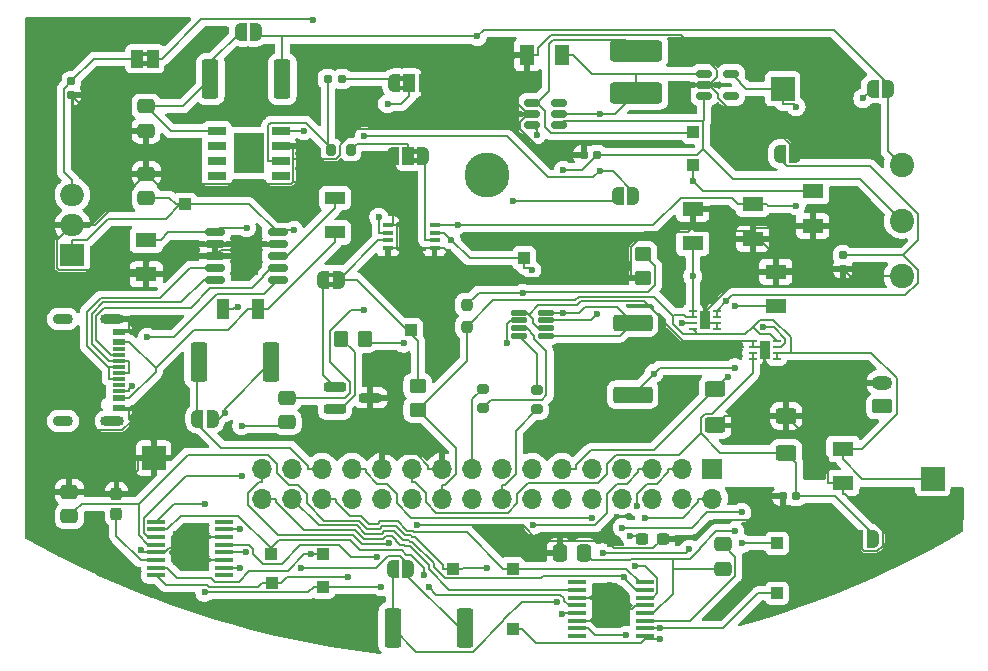
<source format=gbr>
%TF.GenerationSoftware,KiCad,Pcbnew,9.0.0*%
%TF.CreationDate,2025-04-09T03:55:41+02:00*%
%TF.ProjectId,EEE3088F Project PCB,45454533-3038-4384-9620-50726f6a6563,rev?*%
%TF.SameCoordinates,Original*%
%TF.FileFunction,Copper,L1,Top*%
%TF.FilePolarity,Positive*%
%FSLAX46Y46*%
G04 Gerber Fmt 4.6, Leading zero omitted, Abs format (unit mm)*
G04 Created by KiCad (PCBNEW 9.0.0) date 2025-04-09 03:55:41*
%MOMM*%
%LPD*%
G01*
G04 APERTURE LIST*
G04 Aperture macros list*
%AMRoundRect*
0 Rectangle with rounded corners*
0 $1 Rounding radius*
0 $2 $3 $4 $5 $6 $7 $8 $9 X,Y pos of 4 corners*
0 Add a 4 corners polygon primitive as box body*
4,1,4,$2,$3,$4,$5,$6,$7,$8,$9,$2,$3,0*
0 Add four circle primitives for the rounded corners*
1,1,$1+$1,$2,$3*
1,1,$1+$1,$4,$5*
1,1,$1+$1,$6,$7*
1,1,$1+$1,$8,$9*
0 Add four rect primitives between the rounded corners*
20,1,$1+$1,$2,$3,$4,$5,0*
20,1,$1+$1,$4,$5,$6,$7,0*
20,1,$1+$1,$6,$7,$8,$9,0*
20,1,$1+$1,$8,$9,$2,$3,0*%
%AMFreePoly0*
4,1,23,0.000000,0.745722,0.065263,0.745722,0.191342,0.711940,0.304381,0.646677,0.396677,0.554381,0.461940,0.441342,0.495722,0.315263,0.495722,0.250000,0.500000,0.250000,0.500000,-0.250000,0.495722,-0.250000,0.495722,-0.315263,0.461940,-0.441342,0.396677,-0.554381,0.304381,-0.646677,0.191342,-0.711940,0.065263,-0.745722,0.000000,-0.745722,0.000000,-0.750000,-0.500000,-0.750000,
-0.500000,0.750000,0.000000,0.750000,0.000000,0.745722,0.000000,0.745722,$1*%
%AMFreePoly1*
4,1,23,0.500000,-0.750000,0.000000,-0.750000,0.000000,-0.745722,-0.065263,-0.745722,-0.191342,-0.711940,-0.304381,-0.646677,-0.396677,-0.554381,-0.461940,-0.441342,-0.495722,-0.315263,-0.495722,-0.250000,-0.500000,-0.250000,-0.500000,0.250000,-0.495722,0.250000,-0.495722,0.315263,-0.461940,0.441342,-0.396677,0.554381,-0.304381,0.646677,-0.191342,0.711940,-0.065263,0.745722,0.000000,0.745722,
0.000000,0.750000,0.500000,0.750000,0.500000,-0.750000,0.500000,-0.750000,$1*%
%AMFreePoly2*
4,1,23,0.000000,0.745722,0.065263,0.745722,0.191342,0.711940,0.304381,0.646677,0.396677,0.554381,0.461940,0.441342,0.495722,0.315263,0.495722,0.250000,0.500000,0.250000,0.500000,-0.250000,0.495722,-0.250000,0.495722,-0.315263,0.461940,-0.441342,0.396677,-0.554381,0.304381,-0.646677,0.191342,-0.711940,0.065263,-0.745722,0.000000,-0.745722,0.000000,-0.750000,-0.550000,-0.750000,
-0.550000,0.750000,0.000000,0.750000,0.000000,0.745722,0.000000,0.745722,$1*%
%AMFreePoly3*
4,1,23,0.550000,-0.750000,0.000000,-0.750000,0.000000,-0.745722,-0.065263,-0.745722,-0.191342,-0.711940,-0.304381,-0.646677,-0.396677,-0.554381,-0.461940,-0.441342,-0.495722,-0.315263,-0.495722,-0.250000,-0.500000,-0.250000,-0.500000,0.250000,-0.495722,0.250000,-0.495722,0.315263,-0.461940,0.441342,-0.396677,0.554381,-0.304381,0.646677,-0.191342,0.711940,-0.065263,0.745722,0.000000,0.745722,
0.000000,0.750000,0.550000,0.750000,0.550000,-0.750000,0.550000,-0.750000,$1*%
G04 Aperture macros list end*
%TA.AperFunction,EtchedComponent*%
%ADD10C,0.000000*%
%TD*%
%TA.AperFunction,SMDPad,CuDef*%
%ADD11RoundRect,0.155000X0.155000X-0.212500X0.155000X0.212500X-0.155000X0.212500X-0.155000X-0.212500X0*%
%TD*%
%TA.AperFunction,SMDPad,CuDef*%
%ADD12FreePoly0,0.000000*%
%TD*%
%TA.AperFunction,SMDPad,CuDef*%
%ADD13FreePoly1,0.000000*%
%TD*%
%TA.AperFunction,SMDPad,CuDef*%
%ADD14FreePoly2,180.000000*%
%TD*%
%TA.AperFunction,SMDPad,CuDef*%
%ADD15R,1.000000X1.500000*%
%TD*%
%TA.AperFunction,SMDPad,CuDef*%
%ADD16FreePoly3,180.000000*%
%TD*%
%TA.AperFunction,ComponentPad*%
%ADD17C,3.800000*%
%TD*%
%TA.AperFunction,ComponentPad*%
%ADD18O,1.700000X1.700000*%
%TD*%
%TA.AperFunction,ComponentPad*%
%ADD19R,1.700000X1.700000*%
%TD*%
%TA.AperFunction,SMDPad,CuDef*%
%ADD20RoundRect,0.125000X-0.537500X-0.125000X0.537500X-0.125000X0.537500X0.125000X-0.537500X0.125000X0*%
%TD*%
%TA.AperFunction,SMDPad,CuDef*%
%ADD21RoundRect,0.200000X0.275000X-0.200000X0.275000X0.200000X-0.275000X0.200000X-0.275000X-0.200000X0*%
%TD*%
%TA.AperFunction,SMDPad,CuDef*%
%ADD22RoundRect,0.250000X0.450000X-0.350000X0.450000X0.350000X-0.450000X0.350000X-0.450000X-0.350000X0*%
%TD*%
%TA.AperFunction,SMDPad,CuDef*%
%ADD23RoundRect,0.250000X0.350000X0.450000X-0.350000X0.450000X-0.350000X-0.450000X0.350000X-0.450000X0*%
%TD*%
%TA.AperFunction,SMDPad,CuDef*%
%ADD24RoundRect,0.200000X-0.750000X-0.200000X0.750000X-0.200000X0.750000X0.200000X-0.750000X0.200000X0*%
%TD*%
%TA.AperFunction,SMDPad,CuDef*%
%ADD25R,1.000000X1.000000*%
%TD*%
%TA.AperFunction,SMDPad,CuDef*%
%ADD26RoundRect,0.250000X-0.450000X0.350000X-0.450000X-0.350000X0.450000X-0.350000X0.450000X0.350000X0*%
%TD*%
%TA.AperFunction,SMDPad,CuDef*%
%ADD27RoundRect,0.249999X1.425001X-0.450001X1.425001X0.450001X-1.425001X0.450001X-1.425001X-0.450001X0*%
%TD*%
%TA.AperFunction,SMDPad,CuDef*%
%ADD28RoundRect,0.237500X0.237500X-0.250000X0.237500X0.250000X-0.237500X0.250000X-0.237500X-0.250000X0*%
%TD*%
%TA.AperFunction,SMDPad,CuDef*%
%ADD29R,1.820000X1.200000*%
%TD*%
%TA.AperFunction,SMDPad,CuDef*%
%ADD30RoundRect,0.150000X-0.512500X-0.150000X0.512500X-0.150000X0.512500X0.150000X-0.512500X0.150000X0*%
%TD*%
%TA.AperFunction,SMDPad,CuDef*%
%ADD31RoundRect,0.062500X0.300000X0.062500X-0.300000X0.062500X-0.300000X-0.062500X0.300000X-0.062500X0*%
%TD*%
%TA.AperFunction,HeatsinkPad*%
%ADD32R,0.900000X1.600000*%
%TD*%
%TA.AperFunction,SMDPad,CuDef*%
%ADD33FreePoly1,180.000000*%
%TD*%
%TA.AperFunction,SMDPad,CuDef*%
%ADD34FreePoly0,180.000000*%
%TD*%
%TA.AperFunction,SMDPad,CuDef*%
%ADD35RoundRect,0.250000X-0.475000X0.337500X-0.475000X-0.337500X0.475000X-0.337500X0.475000X0.337500X0*%
%TD*%
%TA.AperFunction,SMDPad,CuDef*%
%ADD36RoundRect,0.250000X-0.625000X0.400000X-0.625000X-0.400000X0.625000X-0.400000X0.625000X0.400000X0*%
%TD*%
%TA.AperFunction,SMDPad,CuDef*%
%ADD37RoundRect,0.249999X-0.450001X-1.425001X0.450001X-1.425001X0.450001X1.425001X-0.450001X1.425001X0*%
%TD*%
%TA.AperFunction,SMDPad,CuDef*%
%ADD38FreePoly3,0.000000*%
%TD*%
%TA.AperFunction,SMDPad,CuDef*%
%ADD39FreePoly2,0.000000*%
%TD*%
%TA.AperFunction,SMDPad,CuDef*%
%ADD40RoundRect,0.155000X0.212500X0.155000X-0.212500X0.155000X-0.212500X-0.155000X0.212500X-0.155000X0*%
%TD*%
%TA.AperFunction,SMDPad,CuDef*%
%ADD41RoundRect,0.160000X0.197500X0.160000X-0.197500X0.160000X-0.197500X-0.160000X0.197500X-0.160000X0*%
%TD*%
%TA.AperFunction,SMDPad,CuDef*%
%ADD42RoundRect,0.237500X0.300000X0.237500X-0.300000X0.237500X-0.300000X-0.237500X0.300000X-0.237500X0*%
%TD*%
%TA.AperFunction,SMDPad,CuDef*%
%ADD43RoundRect,0.249999X1.975001X-0.640001X1.975001X0.640001X-1.975001X0.640001X-1.975001X-0.640001X0*%
%TD*%
%TA.AperFunction,SMDPad,CuDef*%
%ADD44R,1.720000X1.050000*%
%TD*%
%TA.AperFunction,SMDPad,CuDef*%
%ADD45RoundRect,0.155000X-0.155000X0.212500X-0.155000X-0.212500X0.155000X-0.212500X0.155000X0.212500X0*%
%TD*%
%TA.AperFunction,SMDPad,CuDef*%
%ADD46RoundRect,0.100000X-0.675000X-0.100000X0.675000X-0.100000X0.675000X0.100000X-0.675000X0.100000X0*%
%TD*%
%TA.AperFunction,HeatsinkPad*%
%ADD47R,3.000000X3.000000*%
%TD*%
%TA.AperFunction,SMDPad,CuDef*%
%ADD48RoundRect,0.200000X-0.200000X-0.275000X0.200000X-0.275000X0.200000X0.275000X-0.200000X0.275000X0*%
%TD*%
%TA.AperFunction,SMDPad,CuDef*%
%ADD49RoundRect,0.100000X0.675000X0.100000X-0.675000X0.100000X-0.675000X-0.100000X0.675000X-0.100000X0*%
%TD*%
%TA.AperFunction,SMDPad,CuDef*%
%ADD50RoundRect,0.237500X-0.237500X0.300000X-0.237500X-0.300000X0.237500X-0.300000X0.237500X0.300000X0*%
%TD*%
%TA.AperFunction,SMDPad,CuDef*%
%ADD51RoundRect,0.155000X-0.212500X-0.155000X0.212500X-0.155000X0.212500X0.155000X-0.212500X0.155000X0*%
%TD*%
%TA.AperFunction,SMDPad,CuDef*%
%ADD52R,0.950000X0.450000*%
%TD*%
%TA.AperFunction,SMDPad,CuDef*%
%ADD53RoundRect,0.250000X0.300000X-0.300000X0.300000X0.300000X-0.300000X0.300000X-0.300000X-0.300000X0*%
%TD*%
%TA.AperFunction,SMDPad,CuDef*%
%ADD54R,1.050000X1.720000*%
%TD*%
%TA.AperFunction,SMDPad,CuDef*%
%ADD55R,2.000000X2.000000*%
%TD*%
%TA.AperFunction,SMDPad,CuDef*%
%ADD56RoundRect,0.250000X0.475000X-0.337500X0.475000X0.337500X-0.475000X0.337500X-0.475000X-0.337500X0*%
%TD*%
%TA.AperFunction,SMDPad,CuDef*%
%ADD57RoundRect,0.249999X0.450001X1.425001X-0.450001X1.425001X-0.450001X-1.425001X0.450001X-1.425001X0*%
%TD*%
%TA.AperFunction,ComponentPad*%
%ADD58C,2.057400*%
%TD*%
%TA.AperFunction,SMDPad,CuDef*%
%ADD59RoundRect,0.250000X-0.337500X-0.475000X0.337500X-0.475000X0.337500X0.475000X-0.337500X0.475000X0*%
%TD*%
%TA.AperFunction,ComponentPad*%
%ADD60R,2.000000X1.905000*%
%TD*%
%TA.AperFunction,ComponentPad*%
%ADD61O,2.000000X1.905000*%
%TD*%
%TA.AperFunction,SMDPad,CuDef*%
%ADD62RoundRect,0.250000X0.625000X-0.400000X0.625000X0.400000X-0.625000X0.400000X-0.625000X-0.400000X0*%
%TD*%
%TA.AperFunction,ComponentPad*%
%ADD63RoundRect,0.250000X0.625000X-0.350000X0.625000X0.350000X-0.625000X0.350000X-0.625000X-0.350000X0*%
%TD*%
%TA.AperFunction,ComponentPad*%
%ADD64O,1.750000X1.200000*%
%TD*%
%TA.AperFunction,SMDPad,CuDef*%
%ADD65R,1.140000X0.600000*%
%TD*%
%TA.AperFunction,SMDPad,CuDef*%
%ADD66R,1.140000X0.300000*%
%TD*%
%TA.AperFunction,ComponentPad*%
%ADD67O,2.000000X0.900000*%
%TD*%
%TA.AperFunction,ComponentPad*%
%ADD68O,1.700000X0.900000*%
%TD*%
%TA.AperFunction,SMDPad,CuDef*%
%ADD69R,1.525000X0.700000*%
%TD*%
%TA.AperFunction,SMDPad,CuDef*%
%ADD70R,2.513000X3.402000*%
%TD*%
%TA.AperFunction,SMDPad,CuDef*%
%ADD71RoundRect,0.150000X-0.687500X-0.150000X0.687500X-0.150000X0.687500X0.150000X-0.687500X0.150000X0*%
%TD*%
%TA.AperFunction,HeatsinkPad*%
%ADD72R,2.100000X3.300000*%
%TD*%
%TA.AperFunction,SMDPad,CuDef*%
%ADD73RoundRect,0.062500X-0.300000X-0.062500X0.300000X-0.062500X0.300000X0.062500X-0.300000X0.062500X0*%
%TD*%
%TA.AperFunction,SMDPad,CuDef*%
%ADD74R,1.200000X1.820000*%
%TD*%
%TA.AperFunction,ViaPad*%
%ADD75C,0.600000*%
%TD*%
%TA.AperFunction,Conductor*%
%ADD76C,0.200000*%
%TD*%
G04 APERTURE END LIST*
D10*
%TA.AperFunction,EtchedComponent*%
%TO.C,JP3*%
G36*
X185080000Y-89330000D02*
G01*
X184580000Y-89330000D01*
X184580000Y-88930000D01*
X185080000Y-88930000D01*
X185080000Y-89330000D01*
G37*
%TD.AperFunction*%
%TA.AperFunction,EtchedComponent*%
G36*
X185080000Y-90130000D02*
G01*
X184580000Y-90130000D01*
X184580000Y-89730000D01*
X185080000Y-89730000D01*
X185080000Y-90130000D01*
G37*
%TD.AperFunction*%
%TA.AperFunction,EtchedComponent*%
%TO.C,JP11*%
G36*
X177900000Y-99800000D02*
G01*
X177400000Y-99800000D01*
X177400000Y-99400000D01*
X177900000Y-99400000D01*
X177900000Y-99800000D01*
G37*
%TD.AperFunction*%
%TA.AperFunction,EtchedComponent*%
G36*
X177900000Y-100600000D02*
G01*
X177400000Y-100600000D01*
X177400000Y-100200000D01*
X177900000Y-100200000D01*
X177900000Y-100600000D01*
G37*
%TD.AperFunction*%
%TA.AperFunction,EtchedComponent*%
%TO.C,JP2*%
G36*
X183900000Y-83160000D02*
G01*
X183400000Y-83160000D01*
X183400000Y-82760000D01*
X183900000Y-82760000D01*
X183900000Y-83160000D01*
G37*
%TD.AperFunction*%
%TA.AperFunction,EtchedComponent*%
G36*
X183900000Y-83960000D02*
G01*
X183400000Y-83960000D01*
X183400000Y-83560000D01*
X183900000Y-83560000D01*
X183900000Y-83960000D01*
G37*
%TD.AperFunction*%
%TA.AperFunction,EtchedComponent*%
%TO.C,JP1*%
G36*
X162160000Y-81080000D02*
G01*
X161660000Y-81080000D01*
X161660000Y-80680000D01*
X162160000Y-80680000D01*
X162160000Y-81080000D01*
G37*
%TD.AperFunction*%
%TA.AperFunction,EtchedComponent*%
G36*
X162160000Y-81880000D02*
G01*
X161660000Y-81880000D01*
X161660000Y-81480000D01*
X162160000Y-81480000D01*
X162160000Y-81880000D01*
G37*
%TD.AperFunction*%
%TD*%
D11*
%TO.P,C18,1*%
%TO.N,GND*%
X220980000Y-99060000D03*
%TO.P,C18,2*%
%TO.N,/EXT_LOAD2_OUT*%
X220980000Y-97925000D03*
%TD*%
D12*
%TO.P,JP9,2,B*%
%TO.N,/EXT_LOAD1_OUT*%
X223520000Y-121920000D03*
D13*
%TO.P,JP9,1,A*%
%TO.N,GND*%
X222220000Y-121920000D03*
%TD*%
D14*
%TO.P,JP3,3,B*%
%TO.N,GND*%
X182880000Y-89530000D03*
D15*
%TO.P,JP3,2,C*%
%TO.N,Net-(JP3-C)*%
X184180000Y-89530000D03*
D16*
%TO.P,JP3,1,A*%
%TO.N,Net-(JP3-A)*%
X185480000Y-89530000D03*
%TD*%
D17*
%TO.P,H1,1*%
%TO.N,N/C*%
X190870000Y-91090000D03*
%TD*%
D18*
%TO.P,am1,32,Pin_32*%
%TO.N,/MOTOR1_A_OUT*%
X171820000Y-118540000D03*
%TO.P,am1,31,Pin_31*%
%TO.N,/MOTOR1_B_OUT*%
X171820000Y-116000000D03*
%TO.P,am1,30,Pin_30*%
%TO.N,/MOTOR1_CTRL2*%
X174360000Y-118540000D03*
%TO.P,am1,29,Pin_29*%
%TO.N,/MOTOR3_B_OUT*%
X174360000Y-116000000D03*
%TO.P,am1,28,Pin_28*%
%TO.N,/MOTOR1_CTRL1*%
X176900000Y-118540000D03*
%TO.P,am1,27,Pin_27*%
%TO.N,/MOTOR3_A_OUT*%
X176900000Y-116000000D03*
%TO.P,am1,26,Pin_26*%
%TO.N,/MOTOR3_CTRL2*%
X179440000Y-118540000D03*
%TO.P,am1,25,Pin_25*%
%TO.N,/CTRL_EXT_LOAD1*%
X179440000Y-116000000D03*
%TO.P,am1,24,Pin_24*%
%TO.N,/MOTOR3_CTRL1*%
X181980000Y-118540000D03*
%TO.P,am1,23,Pin_23*%
%TO.N,GND*%
X181980000Y-116000000D03*
%TO.P,am1,22,Pin_22*%
%TO.N,/HV*%
X184520000Y-118540000D03*
%TO.P,am1,21,Pin_21*%
%TO.N,/EXT_LOAD1_OUT*%
X184520000Y-116000000D03*
%TO.P,am1,20,Pin_20*%
%TO.N,/5V Out*%
X187060000Y-118540000D03*
%TO.P,am1,19,Pin_19*%
%TO.N,GND*%
X187060000Y-116000000D03*
%TO.P,am1,18,Pin_18*%
%TO.N,/3V3 Out*%
X189600000Y-118540000D03*
%TO.P,am1,17,Pin_17*%
%TO.N,/I2C1_SDA*%
X189600000Y-116000000D03*
%TO.P,am1,16,Pin_16*%
%TO.N,/I2C1_SCL*%
X192140000Y-118540000D03*
%TO.P,am1,15,Pin_15*%
%TO.N,unconnected-(am1-Pin_15-Pad15)*%
X192140000Y-116000000D03*
%TO.P,am1,14,Pin_14*%
%TO.N,/Battery*%
X194680000Y-118540000D03*
%TO.P,am1,13,Pin_13*%
%TO.N,/FAST_CHARGE_CTRL*%
X194680000Y-116000000D03*
%TO.P,am1,12,Pin_12*%
%TO.N,/USART2_TX*%
X197220000Y-118540000D03*
%TO.P,am1,11,Pin_11*%
%TO.N,/EXT_LOAD2_OUT*%
X197220000Y-116000000D03*
%TO.P,am1,10,Pin_10*%
%TO.N,/MOTOR4_CTRL2*%
X199760000Y-118540000D03*
%TO.P,am1,9,Pin_9*%
%TO.N,/USART2_RX*%
X199760000Y-116000000D03*
%TO.P,am1,8,Pin_8*%
%TO.N,/MOTOR4_CTRL1*%
X202300000Y-118540000D03*
%TO.P,am1,7,Pin_7*%
%TO.N,/CTRL_EXT_LOAD2*%
X202300000Y-116000000D03*
%TO.P,am1,6,Pin_6*%
%TO.N,/MOTOR2_CTRL2*%
X204840000Y-118540000D03*
%TO.P,am1,5,Pin_5*%
%TO.N,/Motor4_B_OUT*%
X204840000Y-116000000D03*
%TO.P,am1,4,Pin_4*%
%TO.N,/MOTOR2_CTRL1*%
X207380000Y-118540000D03*
%TO.P,am1,3,Pin_3*%
%TO.N,/Motor4_A_OUT*%
X207380000Y-116000000D03*
%TO.P,am1,2,Pin_2*%
%TO.N,/Motor2_A_OUT*%
X209920000Y-118540000D03*
D19*
%TO.P,am1,1,Pin_1*%
%TO.N,/Motor2_B_OUT*%
X209920000Y-116000000D03*
%TD*%
D20*
%TO.P,U3,8,IN+*%
%TO.N,/V_switch*%
X195835000Y-102790000D03*
%TO.P,U3,7,IN-*%
%TO.N,/V_sensing*%
X195835000Y-103440000D03*
%TO.P,U3,6,GND*%
%TO.N,GND*%
X195835000Y-104090000D03*
%TO.P,U3,5,VS*%
%TO.N,/V_switch*%
X195835000Y-104740000D03*
%TO.P,U3,4,SCL*%
%TO.N,Net-(U3-SCL)*%
X193560000Y-104740000D03*
%TO.P,U3,3,SDA*%
%TO.N,Net-(U3-SDA)*%
X193560000Y-104090000D03*
%TO.P,U3,2,A0*%
%TO.N,/Battery*%
X193560000Y-103440000D03*
%TO.P,U3,1,A1*%
%TO.N,GND*%
X193560000Y-102790000D03*
%TD*%
D21*
%TO.P,R2,2*%
%TO.N,Net-(U3-SCL)*%
X195120000Y-109330000D03*
%TO.P,R2,1*%
%TO.N,/I2C1_SCL*%
X195120000Y-110980000D03*
%TD*%
%TO.P,R1,2*%
%TO.N,/I2C1_SDA*%
X190500000Y-109220000D03*
%TO.P,R1,1*%
%TO.N,Net-(U3-SDA)*%
X190500000Y-110870000D03*
%TD*%
D22*
%TO.P,R13,1*%
%TO.N,/5V Out*%
X185000000Y-111000000D03*
%TO.P,R13,2*%
%TO.N,/2E*%
X185000000Y-109000000D03*
%TD*%
D23*
%TO.P,R5,1*%
%TO.N,/FAST_CHARGE_CTRL*%
X180500000Y-105000000D03*
%TO.P,R5,2*%
%TO.N,Net-(Q1-B)*%
X178500000Y-105000000D03*
%TD*%
D24*
%TO.P,Q1,1,C*%
%TO.N,Net-(JP11-A)*%
X178000000Y-109050000D03*
%TO.P,Q1,2,B*%
%TO.N,Net-(Q1-B)*%
X178000000Y-110950000D03*
%TO.P,Q1,3,E*%
%TO.N,GND*%
X181000000Y-110000000D03*
%TD*%
D13*
%TO.P,JP11,1,A*%
%TO.N,Net-(JP11-A)*%
X177000000Y-100000000D03*
D12*
%TO.P,JP11,2,B*%
%TO.N,/2E*%
X178300000Y-100000000D03*
%TD*%
D25*
%TO.P,TP19,1,1*%
%TO.N,/MOTOR3_CTRL2*%
X177010000Y-123260000D03*
%TD*%
D26*
%TO.P,R7,1*%
%TO.N,Net-(U7-FB)*%
X204090000Y-97820000D03*
%TO.P,R7,2*%
%TO.N,GND*%
X204090000Y-99820000D03*
%TD*%
D27*
%TO.P,R11,1*%
%TO.N,/V_sensing*%
X203200000Y-109730000D03*
%TO.P,R11,2*%
%TO.N,/V_switch*%
X203200000Y-103630000D03*
%TD*%
D28*
%TO.P,R8,1*%
%TO.N,/5V Out*%
X189150000Y-103962500D03*
%TO.P,R8,2*%
%TO.N,Net-(U7-FB)*%
X189150000Y-102137500D03*
%TD*%
D29*
%TO.P,C15,1*%
%TO.N,GND*%
X220980000Y-117220000D03*
%TO.P,C15,2*%
%TO.N,/5V Out*%
X220980000Y-114300000D03*
%TD*%
D25*
%TO.P,TP4,1,1*%
%TO.N,/FAST_CHARGE_CTRL*%
X194000000Y-98170000D03*
%TD*%
%TO.P,TP1,1,1*%
%TO.N,/HV*%
X165320000Y-93620000D03*
%TD*%
D30*
%TO.P,U6,1,VIN*%
%TO.N,/V_sensing*%
X209272500Y-82557500D03*
%TO.P,U6,2,GND*%
%TO.N,GND*%
X209272500Y-83507500D03*
%TO.P,U6,3,EN*%
%TO.N,/V_switch*%
X209272500Y-84457500D03*
%TO.P,U6,4,NC*%
%TO.N,unconnected-(U6-NC-Pad4)*%
X211547500Y-84457500D03*
%TO.P,U6,5,VOUT*%
%TO.N,/3V3 Out*%
X211547500Y-82557500D03*
%TD*%
%TO.P,U7,1,SW*%
%TO.N,Net-(D1-A)*%
X194702500Y-85007500D03*
%TO.P,U7,2,GND*%
%TO.N,GND*%
X194702500Y-85957500D03*
%TO.P,U7,3,FB*%
%TO.N,Net-(U7-FB)*%
X194702500Y-86907500D03*
%TO.P,U7,4,EN*%
%TO.N,/V_switch*%
X196977500Y-86907500D03*
%TO.P,U7,5,IN*%
%TO.N,/V_sensing*%
X196977500Y-85957500D03*
%TO.P,U7,6,NC*%
%TO.N,unconnected-(U7-NC-Pad6)*%
X196977500Y-85007500D03*
%TD*%
D31*
%TO.P,U8,1,VIN*%
%TO.N,/5V Out*%
X215385000Y-106680000D03*
%TO.P,U8,2,VIN*%
X215385000Y-106180000D03*
%TO.P,U8,3,ON*%
%TO.N,/CTRL_EXT_LOAD1*%
X215385000Y-105680000D03*
%TO.P,U8,4,VBIAS*%
%TO.N,/5V Out*%
X215385000Y-105180000D03*
%TO.P,U8,5,GND*%
%TO.N,GND*%
X213360000Y-105180000D03*
%TO.P,U8,6,CT*%
X213360000Y-105680000D03*
%TO.P,U8,7,VOUT*%
%TO.N,/EXT_LOAD1_OUT*%
X213360000Y-106180000D03*
%TO.P,U8,8,VOUT*%
X213360000Y-106680000D03*
D32*
%TO.P,U8,9,GND*%
%TO.N,GND*%
X214372500Y-105930000D03*
%TD*%
D33*
%TO.P,JP8,1,A*%
%TO.N,/Battery*%
X224820000Y-83820000D03*
D34*
%TO.P,JP8,2,B*%
%TO.N,/V_switch*%
X223520000Y-83820000D03*
%TD*%
D35*
%TO.P,C5,1*%
%TO.N,GND*%
X155500000Y-117962500D03*
%TO.P,C5,2*%
%TO.N,/Battery*%
X155500000Y-120037500D03*
%TD*%
D36*
%TO.P,R10,1*%
%TO.N,/EXT_LOAD2_OUT*%
X210180000Y-109240000D03*
%TO.P,R10,2*%
%TO.N,GND*%
X210180000Y-112340000D03*
%TD*%
D37*
%TO.P,R6,1*%
%TO.N,Net-(JP4-B)*%
X167450000Y-83000000D03*
%TO.P,R6,2*%
%TO.N,/Battery*%
X173550000Y-83000000D03*
%TD*%
D38*
%TO.P,JP2,1,A*%
%TO.N,Net-(JP2-A)*%
X183000000Y-83360000D03*
D15*
%TO.P,JP2,2,C*%
%TO.N,Net-(JP2-C)*%
X184300000Y-83360000D03*
D39*
%TO.P,JP2,3,B*%
%TO.N,GND*%
X185600000Y-83360000D03*
%TD*%
D13*
%TO.P,JP6,1,A*%
%TO.N,/Motor4_A_OUT*%
X182880000Y-124460000D03*
D12*
%TO.P,JP6,2,B*%
%TO.N,Net-(JP6-B)*%
X184180000Y-124460000D03*
%TD*%
D40*
%TO.P,C7,1*%
%TO.N,/V_switch*%
X200187500Y-89410000D03*
%TO.P,C7,2*%
%TO.N,GND*%
X199052500Y-89410000D03*
%TD*%
D41*
%TO.P,R_PROG_1,1*%
%TO.N,Net-(JP2-A)*%
X178597500Y-83000000D03*
%TO.P,R_PROG_1,2*%
%TO.N,/PROG*%
X177402500Y-83000000D03*
%TD*%
D42*
%TO.P,C2,1*%
%TO.N,GND*%
X205740000Y-121920000D03*
%TO.P,C2,2*%
%TO.N,Net-(U1-VINT)*%
X204015000Y-121920000D03*
%TD*%
D43*
%TO.P,L1,1,1*%
%TO.N,/V_sensing*%
X203500000Y-84200000D03*
%TO.P,L1,2,2*%
%TO.N,Net-(D1-A)*%
X203500000Y-80640000D03*
%TD*%
D25*
%TO.P,TP6,1,1*%
%TO.N,/2E*%
X184460000Y-104230000D03*
%TD*%
D29*
%TO.P,C12,1*%
%TO.N,/3V3 Out*%
X213360000Y-93600000D03*
%TO.P,C12,2*%
%TO.N,GND*%
X213360000Y-96520000D03*
%TD*%
D44*
%TO.P,R4,1*%
%TO.N,/VBUS*%
X178000000Y-96000000D03*
%TO.P,R4,2*%
%TO.N,Net-(U4-VBUS)*%
X178000000Y-93080000D03*
%TD*%
D45*
%TO.P,C20,1*%
%TO.N,/V_BATT_CHRG*%
X155690000Y-83212500D03*
%TO.P,C20,2*%
%TO.N,GND*%
X155690000Y-84347500D03*
%TD*%
D46*
%TO.P,U1,1,~{SLEEP}*%
%TO.N,unconnected-(U1-~{SLEEP}-Pad1)*%
X198475000Y-125615000D03*
%TO.P,U1,2,AOUT1*%
%TO.N,/MOTOR1_A_OUT*%
X198475000Y-126265000D03*
%TO.P,U1,3,AISEN*%
%TO.N,GND*%
X198475000Y-126915000D03*
%TO.P,U1,4,AOUT2*%
%TO.N,/MOTOR1_B_OUT*%
X198475000Y-127565000D03*
%TO.P,U1,5,BOUT2*%
%TO.N,/Motor2_B_OUT*%
X198475000Y-128215000D03*
%TO.P,U1,6,BISEN*%
%TO.N,GND*%
X198475000Y-128865000D03*
%TO.P,U1,7,BOUT1*%
%TO.N,/Motor2_A_OUT*%
X198475000Y-129515000D03*
%TO.P,U1,8,~{FAULT}*%
%TO.N,unconnected-(U1-~{FAULT}-Pad8)*%
X198475000Y-130165000D03*
%TO.P,U1,9,BIN1*%
%TO.N,/MOTOR2_CTRL1*%
X204225000Y-130165000D03*
%TO.P,U1,10,BIN2*%
%TO.N,/MOTOR2_CTRL2*%
X204225000Y-129515000D03*
%TO.P,U1,11,VCP*%
%TO.N,Net-(U1-VCP)*%
X204225000Y-128865000D03*
%TO.P,U1,12,VM*%
%TO.N,/V_sensing*%
X204225000Y-128215000D03*
%TO.P,U1,13,GND*%
%TO.N,GND*%
X204225000Y-127565000D03*
%TO.P,U1,14,VINT*%
%TO.N,Net-(U1-VINT)*%
X204225000Y-126915000D03*
%TO.P,U1,15,AIN2*%
%TO.N,/MOTOR1_CTRL2*%
X204225000Y-126265000D03*
%TO.P,U1,16,AIN1*%
%TO.N,/MOTOR1_CTRL1*%
X204225000Y-125615000D03*
D47*
%TO.P,U1,17,GND*%
%TO.N,GND*%
X201350000Y-127890000D03*
%TD*%
D48*
%TO.P,R_PROG_2,1*%
%TO.N,/PROG*%
X177675000Y-89000000D03*
%TO.P,R_PROG_2,2*%
%TO.N,Net-(JP3-C)*%
X179325000Y-89000000D03*
%TD*%
D49*
%TO.P,U2,1,~{SLEEP}*%
%TO.N,unconnected-(U2-~{SLEEP}-Pad1)*%
X168625000Y-125025000D03*
%TO.P,U2,2,AOUT1*%
%TO.N,Net-(JP5-B)*%
X168625000Y-124375000D03*
%TO.P,U2,3,AISEN*%
%TO.N,GND*%
X168625000Y-123725000D03*
%TO.P,U2,4,AOUT2*%
%TO.N,/MOTOR3_B_OUT*%
X168625000Y-123075000D03*
%TO.P,U2,5,BOUT2*%
%TO.N,/Motor4_B_OUT*%
X168625000Y-122425000D03*
%TO.P,U2,6,BISEN*%
%TO.N,GND*%
X168625000Y-121775000D03*
%TO.P,U2,7,BOUT1*%
%TO.N,Net-(JP6-B)*%
X168625000Y-121125000D03*
%TO.P,U2,8,~{FAULT}*%
%TO.N,unconnected-(U2-~{FAULT}-Pad8)*%
X168625000Y-120475000D03*
%TO.P,U2,9,BIN1*%
%TO.N,/MOTOR4_CTRL1*%
X162875000Y-120475000D03*
%TO.P,U2,10,BIN2*%
%TO.N,/MOTOR4_CTRL2*%
X162875000Y-121125000D03*
%TO.P,U2,11,VCP*%
%TO.N,Net-(U2-VCP)*%
X162875000Y-121775000D03*
%TO.P,U2,12,VM*%
%TO.N,/Battery*%
X162875000Y-122425000D03*
%TO.P,U2,13,GND*%
%TO.N,GND*%
X162875000Y-123075000D03*
%TO.P,U2,14,VINT*%
%TO.N,Net-(U2-VINT)*%
X162875000Y-123725000D03*
%TO.P,U2,15,AIN2*%
%TO.N,/MOTOR3_CTRL2*%
X162875000Y-124375000D03*
%TO.P,U2,16,AIN1*%
%TO.N,/MOTOR3_CTRL1*%
X162875000Y-125025000D03*
D47*
%TO.P,U2,17,GND*%
%TO.N,GND*%
X165750000Y-122750000D03*
%TD*%
D50*
%TO.P,C4,1*%
%TO.N,GND*%
X159500000Y-118137500D03*
%TO.P,C4,2*%
%TO.N,Net-(U2-VINT)*%
X159500000Y-119862500D03*
%TD*%
D51*
%TO.P,C16,1*%
%TO.N,GND*%
X215900000Y-118342500D03*
%TO.P,C16,2*%
%TO.N,/EXT_LOAD1_OUT*%
X217035000Y-118342500D03*
%TD*%
D52*
%TO.P,S1,1,1Y*%
%TO.N,GND*%
X182485000Y-95355000D03*
%TO.P,S1,2,1Z*%
%TO.N,Net-(JP2-C)*%
X182485000Y-96005000D03*
%TO.P,S1,3,2E*%
%TO.N,/2E*%
X182485000Y-96655000D03*
%TO.P,S1,4,GND*%
%TO.N,GND*%
X182485000Y-97305000D03*
%TO.P,S1,5,2Y*%
X186435000Y-97305000D03*
%TO.P,S1,6,2Z*%
%TO.N,Net-(JP3-A)*%
X186435000Y-96655000D03*
%TO.P,S1,7,1E*%
%TO.N,/FAST_CHARGE_CTRL*%
X186435000Y-96005000D03*
%TO.P,S1,8,VCC*%
%TO.N,/3V3 Out*%
X186435000Y-95355000D03*
%TD*%
D25*
%TO.P,TP21,1,1*%
%TO.N,/MOTOR4_CTRL2*%
X172550000Y-123230000D03*
%TD*%
D53*
%TO.P,D1,1,K*%
%TO.N,/5V Out*%
X208320000Y-90287500D03*
%TO.P,D1,2,A*%
%TO.N,Net-(D1-A)*%
X208320000Y-87487500D03*
%TD*%
D25*
%TO.P,TP8,1,1*%
%TO.N,/Battery*%
X187960000Y-124460000D03*
%TD*%
D54*
%TO.P,R3,1*%
%TO.N,/VBUS*%
X171460000Y-102500000D03*
%TO.P,R3,2*%
%TO.N,/VDD*%
X168540000Y-102500000D03*
%TD*%
D29*
%TO.P,C11,1*%
%TO.N,/V_sensing*%
X215310000Y-102240000D03*
%TO.P,C11,2*%
%TO.N,GND*%
X215310000Y-99320000D03*
%TD*%
D55*
%TO.P,TP3,1,1*%
%TO.N,GND*%
X162650000Y-115110000D03*
%TD*%
D56*
%TO.P,C21,1*%
%TO.N,GND*%
X162000000Y-87397500D03*
%TO.P,C21,2*%
%TO.N,Net-(JP4-B)*%
X162000000Y-85322500D03*
%TD*%
D57*
%TO.P,R12,1*%
%TO.N,Net-(JP5-B)*%
X172550000Y-107000000D03*
%TO.P,R12,2*%
%TO.N,/MOTOR3_A_OUT*%
X166450000Y-107000000D03*
%TD*%
D13*
%TO.P,JP5,1,A*%
%TO.N,/MOTOR3_A_OUT*%
X166340000Y-111760000D03*
D12*
%TO.P,JP5,2,B*%
%TO.N,Net-(JP5-B)*%
X167640000Y-111760000D03*
%TD*%
D55*
%TO.P,TP7,1,1*%
%TO.N,/3V3 Out*%
X215900000Y-83820000D03*
%TD*%
D58*
%TO.P,SW1,1,1*%
%TO.N,GND*%
X226000000Y-99699000D03*
%TO.P,SW1,2,2*%
%TO.N,/V_switch*%
X226000000Y-95000000D03*
%TO.P,SW1,3,3*%
%TO.N,/Battery*%
X226000000Y-90301000D03*
%TD*%
D59*
%TO.P,C3,1*%
%TO.N,GND*%
X197032500Y-123110000D03*
%TO.P,C3,2*%
%TO.N,/V_sensing*%
X199107500Y-123110000D03*
%TD*%
D55*
%TO.P,TP9,1,1*%
%TO.N,/5V Out*%
X228600000Y-116840000D03*
%TD*%
D60*
%TO.P,U10,1,VI*%
%TO.N,/HV*%
X155760000Y-97880000D03*
D61*
%TO.P,U10,2,GND*%
%TO.N,GND*%
X155760000Y-95340000D03*
%TO.P,U10,3,VO*%
%TO.N,/V_BATT_CHRG*%
X155760000Y-92800000D03*
%TD*%
D33*
%TO.P,JP7,1,A*%
%TO.N,/V_sensing*%
X203270000Y-92950000D03*
D34*
%TO.P,JP7,2,B*%
%TO.N,/Battery*%
X201970000Y-92950000D03*
%TD*%
D56*
%TO.P,C19,1*%
%TO.N,/HV*%
X162020000Y-93087500D03*
%TO.P,C19,2*%
%TO.N,GND*%
X162020000Y-91012500D03*
%TD*%
D62*
%TO.P,R9,1*%
%TO.N,/EXT_LOAD1_OUT*%
X216190000Y-114630000D03*
%TO.P,R9,2*%
%TO.N,GND*%
X216190000Y-111530000D03*
%TD*%
D29*
%TO.P,C8,1*%
%TO.N,/VDD*%
X162030000Y-96630000D03*
%TO.P,C8,2*%
%TO.N,GND*%
X162030000Y-99550000D03*
%TD*%
D63*
%TO.P,J1,1,Pin_1*%
%TO.N,/Battery*%
X224350000Y-110730000D03*
D64*
%TO.P,J1,2,Pin_2*%
%TO.N,GND*%
X224350000Y-108730000D03*
%TD*%
D25*
%TO.P,TP12,1,1*%
%TO.N,/MOTOR2_CTRL1*%
X193040000Y-129540000D03*
%TD*%
D65*
%TO.P,J2,A1_B12,GND*%
%TO.N,GND*%
X159720000Y-104450000D03*
%TO.P,J2,A4_B9,VBUS*%
%TO.N,/VBUS*%
X159720000Y-105250000D03*
D66*
%TO.P,J2,A5,CC1*%
%TO.N,/CC1*%
X159720000Y-106400000D03*
%TO.P,J2,A6,DP*%
%TO.N,/DP*%
X159720000Y-107400000D03*
%TO.P,J2,A7,DN*%
%TO.N,/DN*%
X159720000Y-107900000D03*
%TO.P,J2,A8,SBUS1*%
%TO.N,unconnected-(J2-SBUS1-PadA8)*%
X159720000Y-108900000D03*
D65*
%TO.P,J2,B1_A12,GND*%
%TO.N,GND*%
X159720000Y-110850000D03*
%TO.P,J2,B4_A9,VBUS*%
%TO.N,/VBUS*%
X159720000Y-110050000D03*
D66*
%TO.P,J2,B5,CC2*%
%TO.N,/CC2*%
X159720000Y-109400000D03*
%TO.P,J2,B6,DP*%
%TO.N,/DP*%
X159720000Y-108400000D03*
%TO.P,J2,B7,DN*%
%TO.N,/DN*%
X159720000Y-106900000D03*
%TO.P,J2,B8,SBUS2*%
%TO.N,unconnected-(J2-SBUS2-PadB8)*%
X159720000Y-105900000D03*
D67*
%TO.P,J2,S1,shield*%
%TO.N,GND*%
X159140000Y-103325000D03*
%TO.P,J2,S2*%
%TO.N,N/C*%
X159140000Y-111975000D03*
D68*
%TO.P,J2,S3*%
X154970000Y-103325000D03*
%TO.P,J2,S4*%
X154970000Y-111975000D03*
%TD*%
D56*
%TO.P,C1,1*%
%TO.N,/V_sensing*%
X210820000Y-124460000D03*
%TO.P,C1,2*%
%TO.N,Net-(U1-VCP)*%
X210820000Y-122385000D03*
%TD*%
D25*
%TO.P,TP10,1,1*%
%TO.N,/MOTOR1_CTRL1*%
X193040000Y-124460000D03*
%TD*%
D33*
%TO.P,JP4,1,A*%
%TO.N,/Battery*%
X171300000Y-79000000D03*
D34*
%TO.P,JP4,2,B*%
%TO.N,Net-(JP4-B)*%
X170000000Y-79000000D03*
%TD*%
D37*
%TO.P,R14,1*%
%TO.N,/Motor4_A_OUT*%
X182880000Y-129500000D03*
%TO.P,R14,2*%
%TO.N,Net-(JP6-B)*%
X188980000Y-129500000D03*
%TD*%
D25*
%TO.P,TP11,1,1*%
%TO.N,/MOTOR1_CTRL2*%
X215440000Y-122320000D03*
%TD*%
D35*
%TO.P,C6,1*%
%TO.N,/V_sensing*%
X173940000Y-110002500D03*
%TO.P,C6,2*%
%TO.N,Net-(U2-VCP)*%
X173940000Y-112077500D03*
%TD*%
D69*
%TO.P,U11,1,TEMP*%
%TO.N,unconnected-(U11-TEMP-Pad1)*%
X173412000Y-91215000D03*
%TO.P,U11,2,PROG*%
%TO.N,/PROG*%
X173412000Y-89945000D03*
%TO.P,U11,3,GND*%
%TO.N,GND*%
X173412000Y-88675000D03*
%TO.P,U11,4,VCC*%
%TO.N,Net-(JP1-B)*%
X173412000Y-87405000D03*
%TO.P,U11,5,BAT*%
%TO.N,Net-(JP4-B)*%
X167988000Y-87405000D03*
%TO.P,U11,6,STDBY*%
%TO.N,unconnected-(U11-STDBY-Pad6)*%
X167988000Y-88675000D03*
%TO.P,U11,7,CHRG*%
%TO.N,unconnected-(U11-CHRG-Pad7)*%
X167988000Y-89945000D03*
%TO.P,U11,8,CE*%
%TO.N,unconnected-(U11-CE-Pad8)*%
X167988000Y-91215000D03*
D70*
%TO.P,U11,9*%
%TO.N,N/C*%
X170700000Y-89310000D03*
%TD*%
D71*
%TO.P,U4,1,VDD*%
%TO.N,/VDD*%
X167862500Y-96000000D03*
%TO.P,U4,2,CFG2*%
%TO.N,GND*%
X167862500Y-97000000D03*
%TO.P,U4,3,CFG3*%
X167862500Y-98000000D03*
%TO.P,U4,4,DP*%
%TO.N,/DP*%
X167862500Y-99000000D03*
%TO.P,U4,5,DM*%
%TO.N,/DN*%
X167862500Y-100000000D03*
%TO.P,U4,6,CC2*%
%TO.N,/CC2*%
X173137500Y-100000000D03*
%TO.P,U4,7,CC1*%
%TO.N,/CC1*%
X173137500Y-99000000D03*
%TO.P,U4,8,VBUS*%
%TO.N,Net-(U4-VBUS)*%
X173137500Y-98000000D03*
%TO.P,U4,9,CFG1*%
%TO.N,GND*%
X173137500Y-97000000D03*
%TO.P,U4,10,PG*%
%TO.N,/HV*%
X173137500Y-96000000D03*
D72*
%TO.P,U4,11,GND*%
%TO.N,GND*%
X170500000Y-98000000D03*
%TD*%
D15*
%TO.P,JP1,1,A*%
%TO.N,/V_BATT_CHRG*%
X161260000Y-81280000D03*
%TO.P,JP1,2,B*%
%TO.N,Net-(JP1-B)*%
X162560000Y-81280000D03*
%TD*%
D73*
%TO.P,U9,1,VIN*%
%TO.N,/5V Out*%
X208280000Y-102640000D03*
%TO.P,U9,2,VIN*%
X208280000Y-103140000D03*
%TO.P,U9,3,ON*%
%TO.N,/CTRL_EXT_LOAD2*%
X208280000Y-103640000D03*
%TO.P,U9,4,VBIAS*%
%TO.N,/5V Out*%
X208280000Y-104140000D03*
%TO.P,U9,5,GND*%
%TO.N,GND*%
X210305000Y-104140000D03*
%TO.P,U9,6,CT*%
X210305000Y-103640000D03*
%TO.P,U9,7,VOUT*%
%TO.N,/EXT_LOAD2_OUT*%
X210305000Y-103140000D03*
%TO.P,U9,8,VOUT*%
X210305000Y-102640000D03*
D32*
%TO.P,U9,9,GND*%
%TO.N,GND*%
X209292500Y-103390000D03*
%TD*%
D29*
%TO.P,C17,1*%
%TO.N,GND*%
X218440000Y-95440000D03*
%TO.P,C17,2*%
%TO.N,/5V Out*%
X218440000Y-92520000D03*
%TD*%
%TO.P,C13,1*%
%TO.N,/5V Out*%
X208280000Y-96900000D03*
%TO.P,C13,2*%
%TO.N,GND*%
X208280000Y-93980000D03*
%TD*%
D33*
%TO.P,JP10,1,A*%
%TO.N,GND*%
X216960000Y-89350000D03*
D34*
%TO.P,JP10,2,B*%
%TO.N,/EXT_LOAD2_OUT*%
X215660000Y-89350000D03*
%TD*%
D25*
%TO.P,TP18,1,1*%
%TO.N,/MOTOR3_CTRL1*%
X172640000Y-125650000D03*
%TD*%
%TO.P,TP20,1,1*%
%TO.N,/MOTOR4_CTRL1*%
X177000000Y-126000000D03*
%TD*%
%TO.P,TP13,1,1*%
%TO.N,/MOTOR2_CTRL2*%
X215420000Y-126550000D03*
%TD*%
D74*
%TO.P,C14,1*%
%TO.N,/V_sensing*%
X197210000Y-80940000D03*
%TO.P,C14,2*%
%TO.N,GND*%
X194290000Y-80940000D03*
%TD*%
D75*
%TO.N,Net-(JP6-B)*%
X169922000Y-121125000D03*
X175133000Y-124383000D03*
%TO.N,Net-(JP5-B)*%
X168648000Y-111277000D03*
X169930000Y-124375000D03*
%TO.N,Net-(JP2-C)*%
X181708000Y-94685200D03*
X182452000Y-85107900D03*
%TO.N,Net-(JP1-B)*%
X176166000Y-78031700D03*
X175362000Y-87405000D03*
%TO.N,/VDD*%
X170516000Y-95581200D03*
X169767000Y-102329000D03*
%TO.N,/CC2*%
X162096000Y-104861000D03*
X160792000Y-108977000D03*
%TO.N,Net-(U7-FB)*%
X195103000Y-87729300D03*
X193885000Y-101127000D03*
%TO.N,/V_sensing*%
X200412000Y-90815400D03*
X200412000Y-85957500D03*
X200225000Y-102916000D03*
X211848000Y-102240000D03*
X211848000Y-107448000D03*
X204984000Y-107946000D03*
X211848000Y-121284000D03*
X180485000Y-102602000D03*
X180485000Y-87848800D03*
%TO.N,/V_switch*%
X222685000Y-84654700D03*
X197320000Y-90710100D03*
X197320000Y-102790000D03*
%TO.N,Net-(U2-VCP)*%
X170096000Y-116579000D03*
X170096000Y-112372000D03*
%TO.N,Net-(U1-VINT)*%
X203388000Y-124241000D03*
X202971000Y-121691000D03*
%TO.N,/Motor2_B_OUT*%
X197183000Y-128297000D03*
X200660000Y-123110000D03*
X208002000Y-122812000D03*
%TO.N,/CTRL_EXT_LOAD2*%
X207377000Y-103640000D03*
%TO.N,/Motor4_A_OUT*%
X196783000Y-127282000D03*
X203570000Y-119196000D03*
%TO.N,/5V Out*%
X208280000Y-99695000D03*
X208307000Y-91653600D03*
%TO.N,/MOTOR1_CTRL2*%
X202453000Y-125131000D03*
X212455000Y-122320000D03*
X212455000Y-119702000D03*
X202330000Y-120981000D03*
%TO.N,/MOTOR3_CTRL1*%
X179138000Y-125133000D03*
%TO.N,/EXT_LOAD2_OUT*%
X211143000Y-101802000D03*
X211246000Y-108206000D03*
%TO.N,/MOTOR4_CTRL1*%
X181924000Y-126000000D03*
X166970000Y-118951000D03*
X166970000Y-126452000D03*
%TO.N,/MOTOR2_CTRL2*%
X205524000Y-129515000D03*
%TO.N,/HV*%
X174532000Y-95819000D03*
%TO.N,/MOTOR3_CTRL2*%
X175991000Y-123195000D03*
%TO.N,/FAST_CHARGE_CTRL*%
X194680000Y-99172600D03*
X187840000Y-96621100D03*
X183808000Y-105376000D03*
%TO.N,/MOTOR2_CTRL1*%
X205510000Y-130433000D03*
%TO.N,/CTRL_EXT_LOAD1*%
X214278000Y-104017000D03*
X199784000Y-120152000D03*
%TO.N,/MOTOR1_B_OUT*%
X185933000Y-126036000D03*
X182589000Y-122270000D03*
%TO.N,/Motor2_A_OUT*%
X204232000Y-120131000D03*
X202673000Y-130116000D03*
%TO.N,/MOTOR3_B_OUT*%
X170479000Y-123075000D03*
%TO.N,/MOTOR4_CTRL2*%
X185545000Y-124976000D03*
%TO.N,/Battery*%
X192573000Y-105315000D03*
X190870000Y-124397000D03*
X190049000Y-79399700D03*
X193090000Y-93361300D03*
%TO.N,/3V3 Out*%
X188399000Y-95355000D03*
X217039000Y-85334500D03*
X217039000Y-93716200D03*
%TO.N,/Motor4_B_OUT*%
X181543000Y-123483000D03*
X194795000Y-120786000D03*
%TO.N,GND*%
X157618000Y-112727000D03*
X161595000Y-122920000D03*
X184956000Y-120771000D03*
X201271000Y-122354000D03*
X201271000Y-125870000D03*
%TD*%
D76*
%TO.N,Net-(Q1-B)*%
X179657000Y-106157000D02*
X178500000Y-105000000D01*
X179657000Y-109790000D02*
X179657000Y-106157000D01*
X178497000Y-110950000D02*
X179657000Y-109790000D01*
X178000000Y-110950000D02*
X178497000Y-110950000D01*
%TO.N,Net-(JP11-A)*%
X177000000Y-108050000D02*
X178000000Y-109050000D01*
X177000000Y-100000000D02*
X177000000Y-108050000D01*
%TO.N,/2E*%
X181645000Y-96655000D02*
X178300000Y-100000000D01*
X182485000Y-96655000D02*
X181645000Y-96655000D01*
X184460000Y-104230000D02*
X184059000Y-104230000D01*
X185000000Y-105171000D02*
X184059000Y-104230000D01*
X185000000Y-109000000D02*
X185000000Y-105171000D01*
X179829000Y-100000000D02*
X178300000Y-100000000D01*
X184059000Y-104230000D02*
X179829000Y-100000000D01*
%TO.N,Net-(JP6-B)*%
X188546000Y-129500000D02*
X188980000Y-129500000D01*
X184180000Y-125134000D02*
X188546000Y-129500000D01*
X184180000Y-124460000D02*
X184180000Y-125134000D01*
X168625000Y-121125000D02*
X169922000Y-121125000D01*
X184180000Y-124083000D02*
X184180000Y-124460000D01*
X183468000Y-123372000D02*
X184180000Y-124083000D01*
X182505000Y-123372000D02*
X183468000Y-123372000D01*
X181494000Y-124383000D02*
X182505000Y-123372000D01*
X175133000Y-124383000D02*
X181494000Y-124383000D01*
%TO.N,Net-(JP5-B)*%
X168165000Y-111760000D02*
X168648000Y-111277000D01*
X167640000Y-111760000D02*
X168165000Y-111760000D01*
X168648000Y-110902000D02*
X172550000Y-107000000D01*
X168648000Y-111277000D02*
X168648000Y-110902000D01*
X168625000Y-124375000D02*
X169930000Y-124375000D01*
%TO.N,Net-(JP2-C)*%
X183604000Y-85107900D02*
X182452000Y-85107900D01*
X184300000Y-84411700D02*
X183604000Y-85107900D01*
X184300000Y-83360000D02*
X184300000Y-84411700D01*
X181708000Y-96005000D02*
X181708000Y-94685200D01*
X182485000Y-96005000D02*
X181708000Y-96005000D01*
%TO.N,Net-(JP2-A)*%
X182640000Y-83000000D02*
X183000000Y-83360000D01*
X178598000Y-83000000D02*
X182640000Y-83000000D01*
X178598000Y-83000000D02*
X178597500Y-83000000D01*
%TO.N,/I2C1_SCL*%
X193328000Y-112772000D02*
X195120000Y-110980000D01*
X193328000Y-116469000D02*
X193328000Y-112772000D01*
X192408000Y-117388000D02*
X193328000Y-116469000D01*
X192140000Y-117388000D02*
X192408000Y-117388000D01*
X192140000Y-118540000D02*
X192140000Y-117388000D01*
%TO.N,Net-(JP3-C)*%
X184180000Y-88478300D02*
X184180000Y-89530000D01*
X179847000Y-88478300D02*
X184180000Y-88478300D01*
X179325000Y-89000000D02*
X179847000Y-88478300D01*
%TO.N,Net-(JP3-A)*%
X185658000Y-89708300D02*
X185480000Y-89530000D01*
X185658000Y-96655000D02*
X185658000Y-89708300D01*
X186435000Y-96655000D02*
X185658000Y-96655000D01*
%TO.N,Net-(JP1-B)*%
X176080000Y-77945600D02*
X176166000Y-78031700D01*
X166696000Y-77945600D02*
X176080000Y-77945600D01*
X163362000Y-81280000D02*
X166696000Y-77945600D01*
X162560000Y-81280000D02*
X163362000Y-81280000D01*
X175362000Y-87405000D02*
X173412000Y-87405000D01*
%TO.N,/VDD*%
X169537000Y-102329000D02*
X169767000Y-102329000D01*
X169367000Y-102500000D02*
X169537000Y-102329000D01*
X168540000Y-102500000D02*
X169367000Y-102500000D01*
X163872000Y-96000000D02*
X166891000Y-96000000D01*
X163242000Y-96630000D02*
X163872000Y-96000000D01*
X162030000Y-96630000D02*
X163242000Y-96630000D01*
X168281000Y-95581200D02*
X170516000Y-95581200D01*
X167862000Y-96000000D02*
X168281000Y-95581200D01*
X166891000Y-96000000D02*
X167376500Y-96000000D01*
X167376500Y-96000000D02*
X167862000Y-96000000D01*
X167862000Y-96000000D02*
X167862500Y-96000000D01*
X166891000Y-96000000D02*
X167376500Y-96000000D01*
X167376500Y-96000000D02*
X167862000Y-96000000D01*
%TO.N,/DN*%
X160592000Y-107900000D02*
X159720000Y-107900000D01*
X160592000Y-106900000D02*
X160592000Y-107900000D01*
X159720000Y-106900000D02*
X160592000Y-106900000D01*
X158848000Y-106900000D02*
X159720000Y-106900000D01*
X157391000Y-105443000D02*
X158848000Y-106900000D01*
X157391000Y-102879000D02*
X157391000Y-105443000D01*
X158356000Y-101914000D02*
X157391000Y-102879000D01*
X164954000Y-101914000D02*
X158356000Y-101914000D01*
X166868000Y-100000000D02*
X164954000Y-101914000D01*
X167862000Y-100000000D02*
X166868000Y-100000000D01*
X167862000Y-100000000D02*
X167862500Y-100000000D01*
%TO.N,/CC2*%
X160592000Y-109400000D02*
X159720000Y-109400000D01*
X160592000Y-109178000D02*
X160592000Y-109400000D01*
X160792000Y-108977000D02*
X160592000Y-109178000D01*
X173138000Y-100000000D02*
X173137500Y-100000500D01*
X164364000Y-104861000D02*
X162096000Y-104861000D01*
X168048000Y-101177000D02*
X164364000Y-104861000D01*
X171961000Y-101177000D02*
X168048000Y-101177000D01*
X173137500Y-100000500D02*
X171961000Y-101177000D01*
X173137500Y-100000500D02*
X173137500Y-100000000D01*
%TO.N,/CC1*%
X159060000Y-106400000D02*
X159720000Y-106400000D01*
X157793000Y-105133000D02*
X159060000Y-106400000D01*
X157793000Y-103045000D02*
X157793000Y-105133000D01*
X158481000Y-102357000D02*
X157793000Y-103045000D01*
X165811000Y-102357000D02*
X158481000Y-102357000D01*
X167441000Y-100728000D02*
X165811000Y-102357000D01*
X170938000Y-100728000D02*
X167441000Y-100728000D01*
X171925000Y-99741000D02*
X170938000Y-100728000D01*
X171925000Y-99654100D02*
X171925000Y-99741000D01*
X172579000Y-99000000D02*
X171925000Y-99654100D01*
X173137500Y-99000000D02*
X172579000Y-99000000D01*
X173138000Y-99000000D02*
X173137500Y-99000000D01*
%TO.N,/DP*%
X158848000Y-108400000D02*
X158848000Y-107400000D01*
X159720000Y-108400000D02*
X158848000Y-108400000D01*
X158848000Y-107400000D02*
X159720000Y-107400000D01*
X158770000Y-107400000D02*
X158848000Y-107400000D01*
X156990000Y-105620000D02*
X158770000Y-107400000D01*
X156990000Y-102712000D02*
X156990000Y-105620000D01*
X158190000Y-101512000D02*
X156990000Y-102712000D01*
X163200000Y-101512000D02*
X158190000Y-101512000D01*
X165712000Y-99000000D02*
X163200000Y-101512000D01*
X167862000Y-99000000D02*
X165712000Y-99000000D01*
X167862000Y-99000000D02*
X167862500Y-99000000D01*
%TO.N,/VBUS*%
X172327000Y-102500000D02*
X171460000Y-102500000D01*
X178000000Y-96826700D02*
X172327000Y-102500000D01*
X178000000Y-96000000D02*
X178000000Y-96826700D01*
X160592000Y-105250000D02*
X162812000Y-107470000D01*
X159720000Y-105250000D02*
X160592000Y-105250000D01*
X162812000Y-107830000D02*
X162812000Y-107470000D01*
X160592000Y-110050000D02*
X162812000Y-107830000D01*
X159720000Y-110050000D02*
X160592000Y-110050000D01*
X170633000Y-102500000D02*
X171460000Y-102500000D01*
X168917000Y-104216000D02*
X170633000Y-102500000D01*
X166065000Y-104216000D02*
X168917000Y-104216000D01*
X162812000Y-107470000D02*
X166065000Y-104216000D01*
%TO.N,Net-(JP4-B)*%
X164082000Y-87405000D02*
X162000000Y-85322500D01*
X167988000Y-87405000D02*
X164082000Y-87405000D01*
X167450000Y-81550000D02*
X167450000Y-83000000D01*
X170000000Y-79000000D02*
X167450000Y-81550000D01*
X165128000Y-85322500D02*
X167450000Y-83000000D01*
X162000000Y-85322500D02*
X165128000Y-85322500D01*
%TO.N,/V_BATT_CHRG*%
X157622000Y-81280000D02*
X155690000Y-83212500D01*
X161260000Y-81280000D02*
X157622000Y-81280000D01*
X155054000Y-83848800D02*
X155690000Y-83212500D01*
X155054000Y-90839500D02*
X155054000Y-83848800D01*
X155760000Y-91545800D02*
X155054000Y-90839500D01*
X155760000Y-92800000D02*
X155760000Y-91545800D01*
%TO.N,/PROG*%
X172348000Y-89945000D02*
X173412000Y-89945000D01*
X172348000Y-86928200D02*
X172348000Y-89945000D01*
X172551000Y-86725400D02*
X172348000Y-86928200D01*
X175533000Y-86725400D02*
X172551000Y-86725400D01*
X177675000Y-88867600D02*
X175533000Y-86725400D01*
X177675000Y-89000000D02*
X177675000Y-88867600D01*
X177402000Y-88727500D02*
X177402000Y-86003700D01*
X177675000Y-89000000D02*
X177402000Y-88727500D01*
X177402000Y-86003700D02*
X177402000Y-86003200D01*
X177402000Y-86003700D02*
X177402000Y-86003200D01*
X177402000Y-86003200D02*
X177402000Y-85002500D01*
X177402000Y-86003200D02*
X177402000Y-85002500D01*
X177402000Y-85002500D02*
X177402000Y-84001200D01*
X177402000Y-84001200D02*
X177402000Y-83000000D01*
X177402500Y-84000700D02*
X177402500Y-83000000D01*
X177402000Y-84001200D02*
X177402500Y-84000700D01*
%TO.N,Net-(U7-FB)*%
X193978000Y-101034000D02*
X193885000Y-101127000D01*
X204497000Y-101034000D02*
X193978000Y-101034000D01*
X205120000Y-100412000D02*
X204497000Y-101034000D01*
X205120000Y-98850100D02*
X205120000Y-100412000D01*
X204090000Y-97820000D02*
X205120000Y-98850100D01*
X194702000Y-86907800D02*
X194702000Y-86907900D01*
X195103000Y-87307600D02*
X194702000Y-86907900D01*
X195103000Y-87729300D02*
X195103000Y-87307600D01*
X190160000Y-101127000D02*
X189750000Y-101537000D01*
X193885000Y-101127000D02*
X190160000Y-101127000D01*
X189750000Y-101537000D02*
X189655000Y-101632000D01*
X194702000Y-86907700D02*
X194702000Y-86907800D01*
X194702000Y-86907900D02*
X194702000Y-86907800D01*
X194702000Y-86907800D02*
X194702000Y-86907700D01*
X194702000Y-86907500D02*
X194702000Y-86907600D01*
X194702000Y-86907600D02*
X194702000Y-86907700D01*
X194702400Y-86907600D02*
X194702500Y-86907500D01*
X194702000Y-86907600D02*
X194702400Y-86907600D01*
X189150000Y-102138000D02*
X189450000Y-101838000D01*
X189750000Y-101538000D02*
X189750000Y-101537000D01*
X189450000Y-101838000D02*
X189750000Y-101538000D01*
X189449500Y-101838000D02*
X189150000Y-102137500D01*
X189450000Y-101838000D02*
X189449500Y-101838000D01*
%TO.N,Net-(U4-VBUS)*%
X178000000Y-93906700D02*
X178000000Y-93080000D01*
X174868000Y-97038700D02*
X178000000Y-93906700D01*
X174781000Y-97125600D02*
X174868000Y-97038700D01*
X173907000Y-98000000D02*
X174781000Y-97125600D01*
X173138000Y-98000000D02*
X173907000Y-98000000D01*
X173138000Y-98000000D02*
X173137500Y-98000000D01*
%TO.N,Net-(U3-SCL)*%
X195120000Y-106300000D02*
X193560000Y-104740000D01*
X195120000Y-109330000D02*
X195120000Y-106300000D01*
%TO.N,Net-(U3-SDA)*%
X191215000Y-110155000D02*
X190500000Y-110870000D01*
X195547000Y-110155000D02*
X191215000Y-110155000D01*
X195903000Y-109799000D02*
X195547000Y-110155000D01*
X195903000Y-106074000D02*
X195903000Y-109799000D01*
X194870000Y-105042000D02*
X195903000Y-106074000D01*
X194870000Y-104737000D02*
X194870000Y-105042000D01*
X194223000Y-104090000D02*
X194870000Y-104737000D01*
X193560000Y-104090000D02*
X194223000Y-104090000D01*
%TO.N,/I2C1_SDA*%
X189600000Y-110120000D02*
X189600000Y-116000000D01*
X190500000Y-109220000D02*
X189600000Y-110120000D01*
%TO.N,Net-(D1-A)*%
X195804000Y-85732700D02*
X195078000Y-85007500D01*
X195804000Y-87076000D02*
X195804000Y-85732700D01*
X196287000Y-87559500D02*
X195804000Y-87076000D01*
X208248000Y-87559500D02*
X196287000Y-87559500D01*
X208320000Y-87487500D02*
X208248000Y-87559500D01*
X202560000Y-79699800D02*
X203500000Y-80640000D01*
X196454000Y-79699800D02*
X202560000Y-79699800D01*
X196101000Y-80053000D02*
X196454000Y-79699800D01*
X196101000Y-83985000D02*
X196101000Y-80053000D01*
X195078000Y-85007500D02*
X196101000Y-83985000D01*
X195078000Y-85007500D02*
X194702500Y-85007500D01*
X194702500Y-85007500D02*
X194702000Y-85007500D01*
%TO.N,/V_sensing*%
X203500000Y-84200000D02*
X203500000Y-82557500D01*
X198112000Y-80940000D02*
X197210000Y-80940000D01*
X199729000Y-82557500D02*
X198112000Y-80940000D01*
X203500000Y-82557500D02*
X199729000Y-82557500D01*
X196978000Y-85957500D02*
X200412000Y-85957500D01*
X201742000Y-85957500D02*
X203500000Y-84200000D01*
X200412000Y-85957500D02*
X201742000Y-85957500D01*
X201529000Y-90815400D02*
X200412000Y-90815400D01*
X203270000Y-92556200D02*
X201529000Y-90815400D01*
X203270000Y-92950000D02*
X203270000Y-92556200D01*
X199702000Y-103440000D02*
X200225000Y-102916000D01*
X195835000Y-103440000D02*
X199702000Y-103440000D01*
X203200000Y-109730000D02*
X204984000Y-107946000D01*
X205482000Y-107448000D02*
X211848000Y-107448000D01*
X204984000Y-107946000D02*
X205482000Y-107448000D01*
X215310000Y-102240000D02*
X211848000Y-102240000D01*
X210820000Y-124460000D02*
X206584000Y-124460000D01*
X204935000Y-128215000D02*
X204225000Y-128215000D01*
X206584000Y-126566000D02*
X204935000Y-128215000D01*
X206584000Y-124460000D02*
X206584000Y-126566000D01*
X199885000Y-91341800D02*
X200412000Y-90815400D01*
X196043000Y-91341800D02*
X199885000Y-91341800D01*
X192550000Y-87848800D02*
X196043000Y-91341800D01*
X180485000Y-87848800D02*
X192550000Y-87848800D01*
X179316000Y-102602000D02*
X180485000Y-102602000D01*
X177573000Y-104346000D02*
X179316000Y-102602000D01*
X177573000Y-106962000D02*
X177573000Y-104346000D01*
X179255000Y-108645000D02*
X177573000Y-106962000D01*
X179255000Y-109563000D02*
X179255000Y-108645000D01*
X178816000Y-110002000D02*
X179255000Y-109563000D01*
X173940000Y-110002000D02*
X178816000Y-110002000D01*
X208053000Y-123611000D02*
X206584000Y-123611000D01*
X208889000Y-122775000D02*
X208053000Y-123611000D01*
X208889000Y-122688000D02*
X208889000Y-122775000D01*
X210293000Y-121284000D02*
X208889000Y-122688000D01*
X211848000Y-121284000D02*
X210293000Y-121284000D01*
X206584000Y-123611000D02*
X206584000Y-124460000D01*
X199758000Y-123760000D02*
X199433000Y-123435000D01*
X203018000Y-123760000D02*
X199758000Y-123760000D01*
X203167000Y-123611000D02*
X203018000Y-123760000D01*
X206584000Y-123611000D02*
X203167000Y-123611000D01*
X199432000Y-123435000D02*
X199270000Y-123272000D01*
X199433000Y-123435000D02*
X199432000Y-123435000D01*
X199270000Y-123272000D02*
X199433000Y-123435000D01*
X199108000Y-123110000D02*
X199189000Y-123191000D01*
X199189000Y-123191000D02*
X199270000Y-123272000D01*
X199270000Y-123272000D02*
X199189000Y-123191000D01*
X199189000Y-123191000D02*
X199108000Y-123110000D01*
X199270000Y-123272000D02*
X199189000Y-123191000D01*
X199189000Y-123191000D02*
X199108000Y-123110000D01*
X199188500Y-123191000D02*
X199107500Y-123110000D01*
X199189000Y-123191000D02*
X199188500Y-123191000D01*
X209272000Y-82557500D02*
X203500000Y-82557500D01*
X209272000Y-82557500D02*
X209272500Y-82557500D01*
X173940000Y-110002500D02*
X173940000Y-110002000D01*
X196977500Y-85957500D02*
X196978000Y-85957500D01*
%TO.N,/V_switch*%
X222685000Y-84654700D02*
X223520000Y-83820000D01*
X222454000Y-91453600D02*
X226000000Y-95000000D01*
X211735000Y-91453600D02*
X222454000Y-91453600D01*
X209177000Y-88895600D02*
X211735000Y-91453600D01*
X202090000Y-104740000D02*
X203200000Y-103630000D01*
X195835000Y-104740000D02*
X202090000Y-104740000D01*
X195835000Y-102790000D02*
X197320000Y-102790000D01*
X201859000Y-102289000D02*
X203200000Y-103630000D01*
X199160000Y-102289000D02*
X201859000Y-102289000D01*
X198659000Y-102790000D02*
X199160000Y-102289000D01*
X197320000Y-102790000D02*
X198659000Y-102790000D01*
X198887000Y-90710100D02*
X197320000Y-90710100D01*
X200188000Y-89410000D02*
X198887000Y-90710100D01*
X209177000Y-88895600D02*
X209177000Y-86586900D01*
X208663000Y-89410000D02*
X206679000Y-89410000D01*
X209177000Y-88895600D02*
X208663000Y-89410000D01*
X209272000Y-86491600D02*
X209272000Y-85949700D01*
X209177000Y-86586900D02*
X209272000Y-86491600D01*
X209272000Y-85949700D02*
X209272000Y-85949200D01*
X209272000Y-85949700D02*
X209272000Y-85949200D01*
X209272000Y-85949200D02*
X209272000Y-85407800D01*
X209272000Y-85949200D02*
X209272000Y-85407800D01*
X200188000Y-89410000D02*
X203433500Y-89410000D01*
X203433500Y-89410000D02*
X206679000Y-89410000D01*
X200188000Y-89410000D02*
X200187500Y-89410000D01*
X206679000Y-89410000D02*
X203433500Y-89410000D01*
X203433500Y-89410000D02*
X200188000Y-89410000D01*
X209272000Y-85407800D02*
X209272000Y-84932600D01*
X209272000Y-84932600D02*
X209272000Y-84457500D01*
X209272500Y-84932100D02*
X209272500Y-84457500D01*
X209272000Y-84932600D02*
X209272500Y-84932100D01*
X197298000Y-86586900D02*
X197138000Y-86747200D01*
X209177000Y-86586900D02*
X197298000Y-86586900D01*
%TO.N,Net-(U2-VCP)*%
X165391000Y-116579000D02*
X170096000Y-116579000D01*
X161795000Y-120175000D02*
X165391000Y-116579000D01*
X161795000Y-121403000D02*
X161795000Y-120175000D01*
X162167000Y-121775000D02*
X161795000Y-121403000D01*
X162875000Y-121775000D02*
X162167000Y-121775000D01*
X173645000Y-112372000D02*
X173718000Y-112298000D01*
X170096000Y-112372000D02*
X173645000Y-112372000D01*
X173718000Y-112298000D02*
X173792000Y-112225000D01*
X173829500Y-112188000D02*
X173940000Y-112077500D01*
X173719000Y-112298000D02*
X173829500Y-112188000D01*
X173718000Y-112298000D02*
X173719000Y-112298000D01*
X173829500Y-112188000D02*
X173940000Y-112078000D01*
%TO.N,Net-(U2-VINT)*%
X161550000Y-123725000D02*
X162875000Y-123725000D01*
X159500000Y-121675000D02*
X161550000Y-123725000D01*
X159500000Y-119862500D02*
X159500000Y-121675000D01*
X159500000Y-119862000D02*
X159500000Y-119862500D01*
%TO.N,Net-(U1-VINT)*%
X203786000Y-121691000D02*
X202971000Y-121691000D01*
X204015000Y-121920000D02*
X203786000Y-121691000D01*
X204951000Y-126915000D02*
X204225000Y-126915000D01*
X205302000Y-126564000D02*
X204951000Y-126915000D01*
X205302000Y-125276000D02*
X205302000Y-126564000D01*
X204267000Y-124241000D02*
X205302000Y-125276000D01*
X203388000Y-124241000D02*
X204267000Y-124241000D01*
%TO.N,Net-(U1-VCP)*%
X208082000Y-128865000D02*
X204225000Y-128865000D01*
X211900000Y-125047000D02*
X208082000Y-128865000D01*
X211900000Y-123465000D02*
X211900000Y-125047000D01*
X210820000Y-122385000D02*
X211900000Y-123465000D01*
%TO.N,/Motor2_B_OUT*%
X197265000Y-128215000D02*
X197183000Y-128297000D01*
X198475000Y-128215000D02*
X197265000Y-128215000D01*
X207703000Y-123110000D02*
X200660000Y-123110000D01*
X208002000Y-122812000D02*
X207703000Y-123110000D01*
%TO.N,/MOTOR1_CTRL1*%
X203793000Y-125615000D02*
X204225000Y-125615000D01*
X202638000Y-124460000D02*
X203793000Y-125615000D01*
X193040000Y-124460000D02*
X202638000Y-124460000D01*
X178052000Y-118540000D02*
X176900000Y-118540000D01*
X178052000Y-118808000D02*
X178052000Y-118540000D01*
X179237000Y-119994000D02*
X178052000Y-118808000D01*
X180222000Y-119994000D02*
X179237000Y-119994000D01*
X180911000Y-120684000D02*
X180222000Y-119994000D01*
X181617000Y-120684000D02*
X180911000Y-120684000D01*
X181841000Y-120460000D02*
X181617000Y-120684000D01*
X183337000Y-120460000D02*
X181841000Y-120460000D01*
X184119000Y-121242000D02*
X183337000Y-120460000D01*
X184576000Y-121242000D02*
X184119000Y-121242000D01*
X184707000Y-121373000D02*
X184576000Y-121242000D01*
X189151000Y-121373000D02*
X184707000Y-121373000D01*
X192238000Y-124460000D02*
X189151000Y-121373000D01*
X193040000Y-124460000D02*
X192238000Y-124460000D01*
%TO.N,/CTRL_EXT_LOAD2*%
X208280000Y-103640000D02*
X207377000Y-103640000D01*
%TO.N,/Motor4_A_OUT*%
X182880000Y-129500000D02*
X182880000Y-124460000D01*
X193797000Y-127282000D02*
X196783000Y-127282000D01*
X192236000Y-128844000D02*
X193797000Y-127282000D01*
X192236000Y-128926000D02*
X192236000Y-128844000D01*
X189684000Y-131478000D02*
X192236000Y-128926000D01*
X184858000Y-131478000D02*
X189684000Y-131478000D01*
X182880000Y-129500000D02*
X184858000Y-131478000D01*
X203570000Y-118122000D02*
X203570000Y-119196000D01*
X204422000Y-117270000D02*
X203570000Y-118122000D01*
X205227000Y-117270000D02*
X204422000Y-117270000D01*
X206228000Y-116268000D02*
X205227000Y-117270000D01*
X206228000Y-116000000D02*
X206228000Y-116268000D01*
X207380000Y-116000000D02*
X206228000Y-116000000D01*
%TO.N,/5V Out*%
X208280000Y-103140000D02*
X208280000Y-102640000D01*
X215385000Y-106180000D02*
X215385000Y-106680000D01*
X188252000Y-114252000D02*
X185000000Y-111000000D01*
X188252000Y-116484000D02*
X188252000Y-114252000D01*
X187348000Y-117388000D02*
X188252000Y-116484000D01*
X187060000Y-117388000D02*
X187348000Y-117388000D01*
X187060000Y-118540000D02*
X187060000Y-117388000D01*
X222618000Y-116840000D02*
X228600000Y-116840000D01*
X220980000Y-115202000D02*
X222618000Y-116840000D01*
X220980000Y-114300000D02*
X220980000Y-115202000D01*
X208542000Y-104402000D02*
X208542000Y-104606000D01*
X208280000Y-104140000D02*
X208542000Y-104402000D01*
X206609000Y-103723000D02*
X206609000Y-103042000D01*
X207497000Y-104611000D02*
X206609000Y-103723000D01*
X208537000Y-104611000D02*
X207497000Y-104611000D01*
X208542000Y-104606000D02*
X208537000Y-104611000D01*
X207728000Y-103140000D02*
X208280000Y-103140000D01*
X207566000Y-102978000D02*
X207728000Y-103140000D01*
X206673000Y-102978000D02*
X207566000Y-102978000D01*
X206609000Y-103042000D02*
X206673000Y-102978000D01*
X208320000Y-91653600D02*
X208320000Y-90287500D01*
X209186000Y-92520000D02*
X218440000Y-92520000D01*
X208320000Y-91653600D02*
X209186000Y-92520000D01*
X208307000Y-91653600D02*
X208320000Y-91653600D01*
X223402000Y-106180000D02*
X216574000Y-106180000D01*
X225575000Y-108353000D02*
X223402000Y-106180000D01*
X225575000Y-111357000D02*
X225575000Y-108353000D01*
X222632000Y-114300000D02*
X225575000Y-111357000D01*
X220980000Y-114300000D02*
X222632000Y-114300000D01*
X216574000Y-106180000D02*
X215385000Y-106180000D01*
X213963000Y-103390000D02*
X213365000Y-103988000D01*
X215090000Y-103390000D02*
X213963000Y-103390000D01*
X216574000Y-104874000D02*
X215090000Y-103390000D01*
X216574000Y-106180000D02*
X216574000Y-104874000D01*
X212747000Y-104606000D02*
X213365000Y-103988000D01*
X208542000Y-104606000D02*
X212747000Y-104606000D01*
X214823000Y-104618000D02*
X215385000Y-105180000D01*
X213995000Y-104618000D02*
X214823000Y-104618000D01*
X213365000Y-103988000D02*
X213995000Y-104618000D01*
X189150000Y-103962000D02*
X189150000Y-103962500D01*
X191375000Y-101737000D02*
X189150000Y-103962000D01*
X198360000Y-101737000D02*
X191375000Y-101737000D01*
X198661000Y-101436000D02*
X198360000Y-101737000D01*
X205003000Y-101436000D02*
X198661000Y-101436000D01*
X206609000Y-103042000D02*
X205003000Y-101436000D01*
X189150000Y-106850000D02*
X185000000Y-111000000D01*
X189150000Y-103962500D02*
X189150000Y-106850000D01*
X208280000Y-102640000D02*
X208280000Y-99695000D01*
X208280000Y-99695000D02*
X208280000Y-96900000D01*
%TO.N,/MOTOR1_CTRL2*%
X203449000Y-126265000D02*
X204225000Y-126265000D01*
X202453000Y-125269000D02*
X203449000Y-126265000D01*
X202453000Y-125131000D02*
X202453000Y-125269000D01*
X209475000Y-119702000D02*
X212455000Y-119702000D01*
X208195000Y-120981000D02*
X209475000Y-119702000D01*
X202330000Y-120981000D02*
X208195000Y-120981000D01*
X215440000Y-122320000D02*
X212455000Y-122320000D01*
X176617000Y-120797000D02*
X174360000Y-118540000D01*
X179889000Y-120797000D02*
X176617000Y-120797000D01*
X180579000Y-121487000D02*
X179889000Y-120797000D01*
X181950000Y-121487000D02*
X180579000Y-121487000D01*
X182174000Y-121263000D02*
X181950000Y-121487000D01*
X183005000Y-121263000D02*
X182174000Y-121263000D01*
X183787000Y-122045000D02*
X183005000Y-121263000D01*
X184243000Y-122045000D02*
X183787000Y-122045000D01*
X184375000Y-122176000D02*
X184243000Y-122045000D01*
X184556000Y-122176000D02*
X184375000Y-122176000D01*
X186349000Y-123969000D02*
X184556000Y-122176000D01*
X186349000Y-124289000D02*
X186349000Y-123969000D01*
X187350000Y-125290000D02*
X186349000Y-124289000D01*
X195471000Y-125290000D02*
X187350000Y-125290000D01*
X195650000Y-125111000D02*
X195471000Y-125290000D01*
X202432000Y-125111000D02*
X195650000Y-125111000D01*
X202453000Y-125131000D02*
X202432000Y-125111000D01*
%TO.N,/MOTOR3_A_OUT*%
X166340000Y-107110000D02*
X166340000Y-111760000D01*
X166450000Y-107000000D02*
X166340000Y-107110000D01*
X175748000Y-116000000D02*
X176900000Y-116000000D01*
X175748000Y-115732000D02*
X175748000Y-116000000D01*
X174230000Y-114213000D02*
X175748000Y-115732000D01*
X168334000Y-114213000D02*
X174230000Y-114213000D01*
X166340000Y-112219000D02*
X168334000Y-114213000D01*
X166340000Y-111760000D02*
X166340000Y-112219000D01*
%TO.N,/MOTOR3_CTRL1*%
X163659000Y-125809000D02*
X162875000Y-125025000D01*
X167178000Y-125809000D02*
X163659000Y-125809000D01*
X167354000Y-125985000D02*
X167178000Y-125809000D01*
X171504000Y-125985000D02*
X167354000Y-125985000D01*
X171838000Y-125650000D02*
X171504000Y-125985000D01*
X172640000Y-125650000D02*
X171838000Y-125650000D01*
X173959000Y-125133000D02*
X179138000Y-125133000D01*
X173442000Y-125650000D02*
X173959000Y-125133000D01*
X172640000Y-125650000D02*
X173442000Y-125650000D01*
%TO.N,/EXT_LOAD2_OUT*%
X198372000Y-116000000D02*
X197220000Y-116000000D01*
X198372000Y-115712000D02*
X198372000Y-116000000D01*
X199637000Y-114447000D02*
X198372000Y-115712000D01*
X204973000Y-114447000D02*
X199637000Y-114447000D01*
X210180000Y-109240000D02*
X204973000Y-114447000D01*
X210305000Y-103140000D02*
X210305000Y-102640000D01*
X227368000Y-96670700D02*
X226113000Y-97925000D01*
X227368000Y-94439700D02*
X227368000Y-96670700D01*
X223330000Y-90401700D02*
X227368000Y-94439700D01*
X216232000Y-90401700D02*
X223330000Y-90401700D01*
X215660000Y-89829800D02*
X216232000Y-90401700D01*
X215660000Y-89350000D02*
X215660000Y-89829800D01*
X226113000Y-97925000D02*
X220980000Y-97925000D01*
X210305000Y-102640000D02*
X211143000Y-101802000D01*
X227330000Y-99142000D02*
X226113000Y-97925000D01*
X227330000Y-100262000D02*
X227330000Y-99142000D01*
X226291000Y-101302000D02*
X227330000Y-100262000D01*
X211643000Y-101302000D02*
X226291000Y-101302000D01*
X211143000Y-101802000D02*
X211643000Y-101302000D01*
X211214000Y-108206000D02*
X211246000Y-108206000D01*
X210180000Y-109240000D02*
X211214000Y-108206000D01*
%TO.N,/MOTOR4_CTRL1*%
X176198000Y-126000000D02*
X177000000Y-126000000D01*
X175747000Y-126452000D02*
X176198000Y-126000000D01*
X166970000Y-126452000D02*
X175747000Y-126452000D01*
X164399000Y-118951000D02*
X166970000Y-118951000D01*
X162875000Y-120475000D02*
X164399000Y-118951000D01*
X177000000Y-126000000D02*
X181924000Y-126000000D01*
%TO.N,/MOTOR2_CTRL2*%
X204225000Y-129515000D02*
X205524000Y-129515000D01*
X213849000Y-126550000D02*
X215420000Y-126550000D01*
X210884000Y-129515000D02*
X213849000Y-126550000D01*
X205524000Y-129515000D02*
X210884000Y-129515000D01*
%TO.N,/HV*%
X164518000Y-93620000D02*
X164919000Y-93620000D01*
X163986000Y-93087500D02*
X164518000Y-93620000D01*
X162020000Y-93087500D02*
X163986000Y-93087500D01*
X163713000Y-94826100D02*
X164919000Y-93620000D01*
X158814000Y-94826100D02*
X163713000Y-94826100D01*
X157014000Y-96625800D02*
X158814000Y-94826100D01*
X155760000Y-96625800D02*
X157014000Y-96625800D01*
X155760000Y-97880000D02*
X155760000Y-96625800D01*
X165320000Y-93620000D02*
X164919000Y-93620000D01*
X173318000Y-95819000D02*
X173228000Y-95909500D01*
X174532000Y-95819000D02*
X173318000Y-95819000D01*
X170758000Y-93620000D02*
X165320000Y-93620000D01*
X173138000Y-96000000D02*
X170758000Y-93620000D01*
X173183000Y-95954700D02*
X173160500Y-95977300D01*
X173228000Y-95909500D02*
X173183000Y-95954700D01*
X173160500Y-95977300D02*
X173138000Y-96000000D01*
X173183000Y-95954700D02*
X173160500Y-95977300D01*
X173228000Y-95909500D02*
X173183000Y-95954700D01*
X173160500Y-95977300D02*
X173138000Y-96000000D01*
X173137500Y-96000000D02*
X173138000Y-96000000D01*
%TO.N,/MOTOR3_CTRL2*%
X177010000Y-123260000D02*
X176208000Y-123260000D01*
X177010000Y-123260000D02*
X176208000Y-123260000D01*
X176143000Y-123195000D02*
X175991000Y-123195000D01*
X176208000Y-123260000D02*
X176143000Y-123195000D01*
X175404000Y-123260000D02*
X176208000Y-123260000D01*
X174000000Y-124665000D02*
X175404000Y-123260000D01*
X170744000Y-124665000D02*
X174000000Y-124665000D01*
X169859000Y-125550000D02*
X170744000Y-124665000D01*
X167806000Y-125550000D02*
X169859000Y-125550000D01*
X167506000Y-125250000D02*
X167806000Y-125550000D01*
X164664000Y-125250000D02*
X167506000Y-125250000D01*
X163789000Y-124375000D02*
X164664000Y-125250000D01*
X162875000Y-124375000D02*
X163789000Y-124375000D01*
%TO.N,/FAST_CHARGE_CTRL*%
X194479000Y-98971700D02*
X194680000Y-99172600D01*
X194000000Y-98971700D02*
X194479000Y-98971700D01*
X194000000Y-98170000D02*
X194000000Y-98971700D01*
X189389000Y-98170000D02*
X187840000Y-96621100D01*
X194000000Y-98170000D02*
X189389000Y-98170000D01*
X187212000Y-96005000D02*
X186435000Y-96005000D01*
X187828000Y-96621100D02*
X187212000Y-96005000D01*
X187840000Y-96621100D02*
X187828000Y-96621100D01*
X180876000Y-105376000D02*
X183808000Y-105376000D01*
X180500000Y-105000000D02*
X180876000Y-105376000D01*
%TO.N,/MOTOR2_CTRL1*%
X203941000Y-130717000D02*
X204225000Y-130433000D01*
X195019000Y-130717000D02*
X203941000Y-130717000D01*
X193842000Y-129540000D02*
X195019000Y-130717000D01*
X193040000Y-129540000D02*
X193842000Y-129540000D01*
X204225000Y-130165000D02*
X204225000Y-130433000D01*
X204225000Y-130433000D02*
X205510000Y-130433000D01*
%TO.N,/CTRL_EXT_LOAD1*%
X215131000Y-104017000D02*
X214278000Y-104017000D01*
X216123000Y-105009000D02*
X215131000Y-104017000D01*
X216123000Y-105330000D02*
X216123000Y-105009000D01*
X215773000Y-105680000D02*
X216123000Y-105330000D01*
X215385000Y-105680000D02*
X215773000Y-105680000D01*
X180592000Y-116000000D02*
X179440000Y-116000000D01*
X180592000Y-116268000D02*
X180592000Y-116000000D01*
X181593000Y-117270000D02*
X180592000Y-116268000D01*
X182398000Y-117270000D02*
X181593000Y-117270000D01*
X183250000Y-118122000D02*
X182398000Y-117270000D01*
X183250000Y-118940000D02*
X183250000Y-118122000D01*
X184462000Y-120152000D02*
X183250000Y-118940000D01*
X199784000Y-120152000D02*
X184462000Y-120152000D01*
%TO.N,/MOTOR1_B_OUT*%
X186570000Y-126673000D02*
X185933000Y-126036000D01*
X197086000Y-126673000D02*
X186570000Y-126673000D01*
X197398000Y-126985000D02*
X197086000Y-126673000D01*
X197398000Y-127182000D02*
X197398000Y-126985000D01*
X197781000Y-127565000D02*
X197398000Y-127182000D01*
X198475000Y-127565000D02*
X197781000Y-127565000D01*
X182491000Y-122368000D02*
X182589000Y-122270000D01*
X180324000Y-122368000D02*
X182491000Y-122368000D01*
X179556000Y-121601000D02*
X180324000Y-122368000D01*
X173185000Y-121601000D02*
X179556000Y-121601000D01*
X170653000Y-119069000D02*
X173185000Y-121601000D01*
X170653000Y-118050000D02*
X170653000Y-119069000D01*
X171552000Y-117152000D02*
X170653000Y-118050000D01*
X171820000Y-117152000D02*
X171552000Y-117152000D01*
X171820000Y-116000000D02*
X171820000Y-117152000D01*
%TO.N,/Motor2_A_OUT*%
X199389000Y-129515000D02*
X198475000Y-129515000D01*
X199990000Y-130116000D02*
X199389000Y-129515000D01*
X202673000Y-130116000D02*
X199990000Y-130116000D01*
X207466000Y-120131000D02*
X204232000Y-120131000D01*
X208768000Y-118828000D02*
X207466000Y-120131000D01*
X208768000Y-118540000D02*
X208768000Y-118828000D01*
X209920000Y-118540000D02*
X208768000Y-118540000D01*
%TO.N,/MOTOR1_A_OUT*%
X172972000Y-118540000D02*
X171820000Y-118540000D01*
X172972000Y-118828000D02*
X172972000Y-118540000D01*
X175343000Y-121199000D02*
X172972000Y-118828000D01*
X179723000Y-121199000D02*
X175343000Y-121199000D01*
X180474000Y-121950000D02*
X179723000Y-121199000D01*
X182055000Y-121950000D02*
X180474000Y-121950000D01*
X182340000Y-121665000D02*
X182055000Y-121950000D01*
X182838000Y-121665000D02*
X182340000Y-121665000D01*
X183191000Y-122017000D02*
X182838000Y-121665000D01*
X183191000Y-122118000D02*
X183191000Y-122017000D01*
X183540000Y-122467000D02*
X183191000Y-122118000D01*
X183813000Y-122467000D02*
X183540000Y-122467000D01*
X183924000Y-122578000D02*
X183813000Y-122467000D01*
X184372000Y-122578000D02*
X183924000Y-122578000D01*
X185947000Y-124153000D02*
X184372000Y-122578000D01*
X185947000Y-124526000D02*
X185947000Y-124153000D01*
X187686000Y-126265000D02*
X185947000Y-124526000D01*
X198475000Y-126265000D02*
X187686000Y-126265000D01*
%TO.N,/MOTOR3_B_OUT*%
X168625000Y-123075000D02*
X170479000Y-123075000D01*
%TO.N,/MOTOR4_CTRL2*%
X172550000Y-123230000D02*
X172550000Y-122726000D01*
X169795000Y-119971000D02*
X172550000Y-122726000D01*
X164943000Y-119971000D02*
X169795000Y-119971000D01*
X163789000Y-121125000D02*
X164943000Y-119971000D01*
X162875000Y-121125000D02*
X163789000Y-121125000D01*
X185545000Y-124400000D02*
X185545000Y-124976000D01*
X184415000Y-123270000D02*
X185545000Y-124400000D01*
X184048000Y-123270000D02*
X184415000Y-123270000D01*
X183646000Y-122868000D02*
X184048000Y-123270000D01*
X182842000Y-122868000D02*
X183646000Y-122868000D01*
X182838000Y-122871000D02*
X182842000Y-122868000D01*
X180139000Y-122871000D02*
X182838000Y-122871000D01*
X179270000Y-122002000D02*
X180139000Y-122871000D01*
X173274000Y-122002000D02*
X179270000Y-122002000D01*
X172550000Y-122726000D02*
X173274000Y-122002000D01*
%TO.N,/Battery*%
X173550000Y-83000000D02*
X173550000Y-79399700D01*
X171700000Y-79399700D02*
X173550000Y-79399700D01*
X171300000Y-79000000D02*
X171700000Y-79399700D01*
X224820000Y-89121000D02*
X224820000Y-83820000D01*
X226000000Y-90301000D02*
X224820000Y-89121000D01*
X192573000Y-103763000D02*
X192573000Y-105315000D01*
X192896000Y-103440000D02*
X192573000Y-103763000D01*
X193560000Y-103440000D02*
X192896000Y-103440000D01*
X173550000Y-79399700D02*
X190049000Y-79399700D01*
X190601000Y-78847400D02*
X190049000Y-79399700D01*
X220239000Y-78847400D02*
X190601000Y-78847400D01*
X224820000Y-83428100D02*
X220239000Y-78847400D01*
X224820000Y-83820000D02*
X224820000Y-83428100D01*
X201559000Y-93361300D02*
X193090000Y-93361300D01*
X201970000Y-92950000D02*
X201559000Y-93361300D01*
X162144000Y-122425000D02*
X162875000Y-122425000D01*
X161371000Y-121653000D02*
X162144000Y-122425000D01*
X161371000Y-119000000D02*
X161371000Y-121653000D01*
X188762000Y-124460000D02*
X187960000Y-124460000D01*
X188824000Y-124397000D02*
X188762000Y-124460000D01*
X190870000Y-124397000D02*
X188824000Y-124397000D01*
X165528000Y-114843000D02*
X161371000Y-119000000D01*
X172326000Y-114843000D02*
X165528000Y-114843000D01*
X173090000Y-115607000D02*
X172326000Y-114843000D01*
X173090000Y-116365000D02*
X173090000Y-115607000D01*
X174114000Y-117388000D02*
X173090000Y-116365000D01*
X174858000Y-117388000D02*
X174114000Y-117388000D01*
X175630000Y-118160000D02*
X174858000Y-117388000D01*
X175630000Y-118930000D02*
X175630000Y-118160000D01*
X177096000Y-120396000D02*
X175630000Y-118930000D01*
X180055000Y-120396000D02*
X177096000Y-120396000D01*
X180745000Y-121085000D02*
X180055000Y-120396000D01*
X181784000Y-121085000D02*
X180745000Y-121085000D01*
X182008000Y-120861000D02*
X181784000Y-121085000D01*
X183171000Y-120861000D02*
X182008000Y-120861000D01*
X183953000Y-121643000D02*
X183171000Y-120861000D01*
X184410000Y-121643000D02*
X183953000Y-121643000D01*
X184541000Y-121775000D02*
X184410000Y-121643000D01*
X184740000Y-121775000D02*
X184541000Y-121775000D01*
X187158000Y-124193000D02*
X184740000Y-121775000D01*
X187158000Y-124460000D02*
X187158000Y-124193000D01*
X187960000Y-124460000D02*
X187158000Y-124460000D01*
X155500000Y-120038000D02*
X156019000Y-119519000D01*
X156538000Y-119000000D02*
X156019000Y-119519000D01*
X161371000Y-119000000D02*
X156538000Y-119000000D01*
X156018000Y-119519000D02*
X155759000Y-119778000D01*
X156019000Y-119519000D02*
X156018000Y-119519000D01*
X155629500Y-119908000D02*
X155500000Y-120037500D01*
X155759000Y-119778000D02*
X155629500Y-119908000D01*
X155629500Y-119908000D02*
X155500000Y-120038000D01*
X155759000Y-119778000D02*
X155629500Y-119908000D01*
X155629500Y-119908000D02*
X155500000Y-120038000D01*
%TO.N,/EXT_LOAD1_OUT*%
X213360000Y-106180000D02*
X213360000Y-106680000D01*
X208999000Y-111694000D02*
X208999000Y-113018000D01*
X209363000Y-111330000D02*
X208999000Y-111694000D01*
X209945000Y-111330000D02*
X209363000Y-111330000D01*
X213360000Y-107915000D02*
X209945000Y-111330000D01*
X213360000Y-106680000D02*
X213360000Y-107915000D01*
X210611000Y-114630000D02*
X216190000Y-114630000D01*
X208999000Y-113018000D02*
X210611000Y-114630000D01*
X184520000Y-117152000D02*
X184520000Y-116000000D01*
X184808000Y-117152000D02*
X184520000Y-117152000D01*
X185672000Y-118015000D02*
X184808000Y-117152000D01*
X185672000Y-118797000D02*
X185672000Y-118015000D01*
X186585000Y-119710000D02*
X185672000Y-118797000D01*
X192625000Y-119710000D02*
X186585000Y-119710000D01*
X193410000Y-118925000D02*
X192625000Y-119710000D01*
X193410000Y-118157000D02*
X193410000Y-118925000D01*
X194383000Y-117184000D02*
X193410000Y-118157000D01*
X200264000Y-117184000D02*
X194383000Y-117184000D01*
X201032000Y-116417000D02*
X200264000Y-117184000D01*
X201032000Y-115632000D02*
X201032000Y-116417000D01*
X201816000Y-114848000D02*
X201032000Y-115632000D01*
X207168000Y-114848000D02*
X201816000Y-114848000D01*
X208999000Y-113018000D02*
X207168000Y-114848000D01*
X217035000Y-115475000D02*
X217035000Y-116908000D01*
X216190000Y-114630000D02*
X217035000Y-115475000D01*
X223520000Y-121516000D02*
X223520000Y-121920000D01*
X220347000Y-118342000D02*
X223520000Y-121516000D01*
X217035000Y-118342000D02*
X220347000Y-118342000D01*
X217035000Y-116908000D02*
X217035000Y-117625000D01*
X217035000Y-117625000D02*
X217035000Y-118342000D01*
X217035000Y-118342000D02*
X217035000Y-118342500D01*
X217035000Y-116908000D02*
X217035000Y-117625000D01*
X217035000Y-117625000D02*
X217035000Y-118342000D01*
%TO.N,/3V3 Out*%
X186435000Y-95355000D02*
X188399000Y-95355000D01*
X204960000Y-95355000D02*
X188399000Y-95355000D01*
X207263000Y-93051800D02*
X204960000Y-95355000D01*
X211600000Y-93051800D02*
X207263000Y-93051800D01*
X212148000Y-93600000D02*
X211600000Y-93051800D01*
X213360000Y-93600000D02*
X212148000Y-93600000D01*
X214688000Y-93716200D02*
X217039000Y-93716200D01*
X214572000Y-93600000D02*
X214688000Y-93716200D01*
X213360000Y-93600000D02*
X214572000Y-93600000D01*
X216826000Y-85121700D02*
X217039000Y-85334500D01*
X215900000Y-85121700D02*
X216826000Y-85121700D01*
X215900000Y-83820000D02*
X215900000Y-85121700D01*
X212494000Y-83504300D02*
X212179000Y-83188700D01*
X212810000Y-83820000D02*
X212494000Y-83504300D01*
X215900000Y-83820000D02*
X212810000Y-83820000D01*
X212494000Y-83504300D02*
X212021000Y-83030900D01*
X212021000Y-83030900D02*
X211548000Y-82557500D01*
X212020900Y-83030900D02*
X211547500Y-82557500D01*
X212021000Y-83030900D02*
X212020900Y-83030900D01*
%TO.N,/Motor4_B_OUT*%
X179365000Y-123483000D02*
X181543000Y-123483000D01*
X178340000Y-122458000D02*
X179365000Y-123483000D01*
X175058000Y-122458000D02*
X178340000Y-122458000D01*
X173484000Y-124032000D02*
X175058000Y-122458000D01*
X171883000Y-124032000D02*
X173484000Y-124032000D01*
X171094000Y-123243000D02*
X171883000Y-124032000D01*
X171094000Y-122769000D02*
X171094000Y-123243000D01*
X170750000Y-122425000D02*
X171094000Y-122769000D01*
X168625000Y-122425000D02*
X170750000Y-122425000D01*
X203688000Y-116000000D02*
X204840000Y-116000000D01*
X203688000Y-116268000D02*
X203688000Y-116000000D01*
X202687000Y-117270000D02*
X203688000Y-116268000D01*
X201882000Y-117270000D02*
X202687000Y-117270000D01*
X201030000Y-118122000D02*
X201882000Y-117270000D01*
X201030000Y-119786000D02*
X201030000Y-118122000D01*
X200030000Y-120786000D02*
X201030000Y-119786000D01*
X194795000Y-120786000D02*
X200030000Y-120786000D01*
%TO.N,GND*%
X210305000Y-103640000D02*
X210305000Y-104140000D01*
X160442000Y-103325000D02*
X159140000Y-103325000D01*
X160592000Y-103475000D02*
X160442000Y-103325000D01*
X160592000Y-104450000D02*
X160592000Y-103475000D01*
X159720000Y-104450000D02*
X160592000Y-104450000D01*
X162678000Y-98000000D02*
X167862000Y-98000000D01*
X162030000Y-98648300D02*
X162678000Y-98000000D01*
X162030000Y-99099100D02*
X162030000Y-98648300D01*
X221619000Y-99699000D02*
X220980000Y-99060000D01*
X226000000Y-99699000D02*
X221619000Y-99699000D01*
X158740000Y-87397500D02*
X155690000Y-84347500D01*
X162000000Y-87397500D02*
X158740000Y-87397500D01*
X183262000Y-95355000D02*
X182873000Y-95355000D01*
X183262000Y-97305000D02*
X183262000Y-95355000D01*
X183262000Y-97305000D02*
X182485000Y-97305000D01*
X165824000Y-123725000D02*
X168625000Y-123725000D01*
X164849000Y-122750000D02*
X165824000Y-123725000D01*
X201025000Y-128865000D02*
X198475000Y-128865000D01*
X202000000Y-127890000D02*
X201025000Y-128865000D01*
X167862000Y-97000000D02*
X167862000Y-98000000D01*
X213360000Y-95618300D02*
X213360000Y-95843700D01*
X217050000Y-95618300D02*
X213360000Y-95618300D01*
X217228000Y-95440000D02*
X217050000Y-95618300D01*
X218440000Y-95440000D02*
X217228000Y-95440000D01*
X190968000Y-83360000D02*
X191359000Y-82969200D01*
X185600000Y-83360000D02*
X190968000Y-83360000D01*
X193388000Y-80940000D02*
X194290000Y-80940000D01*
X191359000Y-82969200D02*
X193388000Y-80940000D01*
X210990000Y-111530000D02*
X216190000Y-111530000D01*
X210180000Y-112340000D02*
X210990000Y-111530000D01*
X213360000Y-96520000D02*
X213360000Y-96069100D01*
X181980000Y-114796000D02*
X181980000Y-116000000D01*
X219770000Y-115110000D02*
X216190000Y-111530000D01*
X219770000Y-117220000D02*
X219770000Y-115110000D01*
X220980000Y-117220000D02*
X219770000Y-117220000D01*
X209668000Y-103640000D02*
X209418000Y-103390000D01*
X210305000Y-103640000D02*
X209668000Y-103640000D01*
X168362000Y-97500000D02*
X167862000Y-98000000D01*
X170500000Y-97500000D02*
X168362000Y-97500000D01*
X154458000Y-96641700D02*
X155760000Y-95340000D01*
X154458000Y-99012300D02*
X154458000Y-96641700D01*
X154618000Y-99171700D02*
X154458000Y-99012300D01*
X161957000Y-99171700D02*
X154618000Y-99171700D01*
X162030000Y-99099100D02*
X161957000Y-99171700D01*
X157692000Y-95340000D02*
X155760000Y-95340000D01*
X162020000Y-91012500D02*
X157692000Y-95340000D01*
X166725000Y-121775000D02*
X168625000Y-121775000D01*
X165750000Y-122750000D02*
X166725000Y-121775000D01*
X220980000Y-99060000D02*
X215310000Y-99060000D01*
X215310000Y-98019100D02*
X215310000Y-99060000D01*
X213360000Y-96069100D02*
X215310000Y-98019100D01*
X215310000Y-99060000D02*
X215310000Y-99320000D01*
X203067000Y-99820000D02*
X204090000Y-99820000D01*
X161348000Y-116114000D02*
X160347000Y-117115000D01*
X161348000Y-115110000D02*
X161348000Y-116114000D01*
X162650000Y-115110000D02*
X161348000Y-115110000D01*
X158321000Y-117962000D02*
X155500000Y-117962000D01*
X158321000Y-117447000D02*
X158321000Y-117962000D01*
X158872000Y-116896000D02*
X158321000Y-117447000D01*
X160128000Y-116896000D02*
X158872000Y-116896000D01*
X160347000Y-117115000D02*
X160128000Y-116896000D01*
X160679000Y-117447000D02*
X160347000Y-117115000D01*
X160679000Y-117980000D02*
X160679000Y-117447000D01*
X160444000Y-118215000D02*
X160679000Y-117980000D01*
X159578000Y-118215000D02*
X160444000Y-118215000D01*
X159500000Y-118138000D02*
X159578000Y-118215000D01*
X216960000Y-88946100D02*
X216960000Y-89350000D01*
X215210000Y-87196300D02*
X216960000Y-88946100D01*
X212978000Y-87196300D02*
X215210000Y-87196300D01*
X210410000Y-84628400D02*
X212978000Y-87196300D01*
X210410000Y-84266700D02*
X210410000Y-84628400D01*
X209651000Y-83507500D02*
X210410000Y-84266700D01*
X210316000Y-82842800D02*
X209651000Y-83507500D01*
X210316000Y-82270300D02*
X210316000Y-82842800D01*
X207294000Y-79249100D02*
X210316000Y-82270300D01*
X196319000Y-79249100D02*
X207294000Y-79249100D01*
X195192000Y-80376400D02*
X196319000Y-79249100D01*
X195192000Y-80940000D02*
X195192000Y-80376400D01*
X194290000Y-80940000D02*
X195192000Y-80940000D01*
X185908000Y-116000000D02*
X187060000Y-116000000D01*
X185908000Y-115758000D02*
X185908000Y-116000000D01*
X184946000Y-114796000D02*
X185908000Y-115758000D01*
X181980000Y-114796000D02*
X184946000Y-114796000D01*
X208505000Y-95843700D02*
X208280000Y-95618300D01*
X213360000Y-95843700D02*
X208505000Y-95843700D01*
X208280000Y-93980000D02*
X208280000Y-95618300D01*
X203067000Y-97192500D02*
X203067000Y-99820000D01*
X204261000Y-95998300D02*
X203067000Y-97192500D01*
X207900000Y-95998300D02*
X204261000Y-95998300D01*
X208280000Y-95618300D02*
X207900000Y-95998300D01*
X209418000Y-102622000D02*
X209418000Y-103390000D01*
X212720000Y-99320000D02*
X209418000Y-102622000D01*
X215310000Y-99320000D02*
X212720000Y-99320000D01*
X162000000Y-90992500D02*
X162020000Y-91012500D01*
X162000000Y-87397500D02*
X162000000Y-90992500D01*
X174253000Y-91913500D02*
X174476000Y-91690000D01*
X162921000Y-91913500D02*
X174253000Y-91913500D01*
X162020000Y-91012500D02*
X162921000Y-91913500D01*
X174476000Y-91690000D02*
X182873000Y-91690000D01*
X182873000Y-95355000D02*
X182873000Y-91690000D01*
X182873000Y-89536600D02*
X182880000Y-89530000D01*
X182873000Y-91690000D02*
X182873000Y-89536600D01*
X160006000Y-112727000D02*
X157618000Y-112727000D01*
X160787000Y-111946000D02*
X160006000Y-112727000D01*
X160592000Y-111750000D02*
X160787000Y-111946000D01*
X160592000Y-110850000D02*
X160592000Y-111750000D01*
X159720000Y-110850000D02*
X160592000Y-110850000D01*
X162650000Y-113808000D02*
X162650000Y-115110000D01*
X160787000Y-111946000D02*
X162650000Y-113808000D01*
X220980000Y-118122000D02*
X220980000Y-117220000D01*
X221205000Y-118122000D02*
X220980000Y-118122000D01*
X224378000Y-121294000D02*
X221205000Y-118122000D01*
X224378000Y-122502000D02*
X224378000Y-121294000D01*
X223900000Y-122980000D02*
X224378000Y-122502000D01*
X222827000Y-122980000D02*
X223900000Y-122980000D01*
X222220000Y-122372000D02*
X222827000Y-122980000D01*
X222220000Y-121920000D02*
X222220000Y-122372000D01*
X213360000Y-105680000D02*
X213360000Y-105180000D01*
X194221000Y-102790000D02*
X194395000Y-102964000D01*
X193560000Y-102790000D02*
X194221000Y-102790000D01*
X195187000Y-104090000D02*
X195835000Y-104090000D01*
X194753000Y-103657000D02*
X195187000Y-104090000D01*
X194753000Y-103323000D02*
X194753000Y-103657000D01*
X194395000Y-102964000D02*
X194753000Y-103323000D01*
X161750000Y-123075000D02*
X161595000Y-122920000D01*
X162875000Y-123075000D02*
X161750000Y-123075000D01*
X203477000Y-127565000D02*
X204225000Y-127565000D01*
X203152000Y-127890000D02*
X203477000Y-127565000D01*
X202000000Y-127890000D02*
X203152000Y-127890000D01*
X217918000Y-121920000D02*
X215900000Y-119902000D01*
X222220000Y-121920000D02*
X217918000Y-121920000D01*
X197032000Y-123110000D02*
X197032000Y-122079000D01*
X214492000Y-107032000D02*
X216190000Y-108730000D01*
X214372000Y-107032000D02*
X214492000Y-107032000D01*
X214372000Y-105930000D02*
X214372000Y-107032000D01*
X214122000Y-105680000D02*
X214372000Y-105930000D01*
X213360000Y-105680000D02*
X214122000Y-105680000D01*
X207498000Y-105180000D02*
X213360000Y-105180000D01*
X204156000Y-101838000D02*
X207498000Y-105180000D01*
X198828000Y-101838000D02*
X204156000Y-101838000D01*
X198526000Y-102139000D02*
X198828000Y-101838000D01*
X195219000Y-102139000D02*
X198526000Y-102139000D01*
X194395000Y-102964000D02*
X195219000Y-102139000D01*
X181000000Y-113816000D02*
X181000000Y-110000000D01*
X181980000Y-114796000D02*
X181000000Y-113816000D01*
X195884000Y-89410000D02*
X193694000Y-87219400D01*
X199052000Y-89410000D02*
X195884000Y-89410000D01*
X193694000Y-86611100D02*
X194347000Y-85957500D01*
X193694000Y-87219400D02*
X193694000Y-86611100D01*
X178114000Y-89777500D02*
X174476000Y-89777500D01*
X178437000Y-89454200D02*
X178114000Y-89777500D01*
X178437000Y-88606300D02*
X178437000Y-89454200D01*
X179824000Y-87219400D02*
X178437000Y-88606300D01*
X193694000Y-87219400D02*
X179824000Y-87219400D01*
X200996000Y-122079000D02*
X201271000Y-122354000D01*
X197032000Y-122079000D02*
X200996000Y-122079000D01*
X200700000Y-126441000D02*
X201271000Y-125870000D01*
X200700000Y-126915000D02*
X200700000Y-126441000D01*
X201619000Y-122703000D02*
X201271000Y-122354000D01*
X204957000Y-122703000D02*
X201619000Y-122703000D01*
X205740000Y-121920000D02*
X204957000Y-122703000D01*
X215498000Y-120303000D02*
X215900000Y-119902000D01*
X210053000Y-120303000D02*
X215498000Y-120303000D01*
X208436000Y-121920000D02*
X210053000Y-120303000D01*
X205740000Y-121920000D02*
X208436000Y-121920000D01*
X195211000Y-122079000D02*
X197032000Y-122079000D01*
X193903000Y-120771000D02*
X195211000Y-122079000D01*
X184956000Y-120771000D02*
X193903000Y-120771000D01*
X174476000Y-91690000D02*
X174476000Y-89777500D01*
X174476000Y-88675000D02*
X173412000Y-88675000D01*
X174476000Y-89777500D02*
X174476000Y-88675000D01*
X165750000Y-122750000D02*
X164849000Y-122750000D01*
X163623000Y-123075000D02*
X162875000Y-123075000D01*
X163948000Y-122750000D02*
X163623000Y-123075000D01*
X164849000Y-122750000D02*
X163948000Y-122750000D01*
X182485000Y-95355000D02*
X182873000Y-95355000D01*
X213360000Y-96069100D02*
X213360000Y-95843700D01*
X183262000Y-97305000D02*
X186435000Y-97305000D01*
X189727000Y-99820000D02*
X203067000Y-99820000D01*
X187212000Y-97305000D02*
X189727000Y-99820000D01*
X186435000Y-97305000D02*
X187212000Y-97305000D01*
X162030000Y-99550000D02*
X162030000Y-99099100D01*
X170500000Y-98000000D02*
X170500000Y-97500000D01*
X170500000Y-97000000D02*
X170500000Y-97500000D01*
X173137500Y-97000000D02*
X170500000Y-97000000D01*
X201350000Y-127890000D02*
X201675000Y-127890000D01*
X201675000Y-127890000D02*
X202000000Y-127890000D01*
X201675000Y-127890000D02*
X200700000Y-126915000D01*
X200700000Y-126915000D02*
X198475000Y-126915000D01*
X191359000Y-82969200D02*
X194347000Y-85957500D01*
X194347000Y-85957500D02*
X194702000Y-85957500D01*
X216190000Y-111530000D02*
X216190000Y-108730000D01*
X216190000Y-108730000D02*
X224350000Y-108730000D01*
X215900000Y-118342000D02*
X215900000Y-118342500D01*
X215900000Y-118342500D02*
X215900000Y-119902000D01*
X209272000Y-83507500D02*
X209272500Y-83507500D01*
X209272500Y-83507500D02*
X209651000Y-83507500D01*
X209292000Y-103390000D02*
X209292500Y-103390000D01*
X209292500Y-103390000D02*
X209418000Y-103390000D01*
X173138000Y-97000000D02*
X173137500Y-97000000D01*
%TD*%
%TA.AperFunction,Conductor*%
%TO.N,GND*%
G36*
X165779598Y-77800185D02*
G01*
X165825353Y-77852989D01*
X165835297Y-77922147D01*
X165806272Y-77985703D01*
X165800245Y-77992176D01*
X163605511Y-80187172D01*
X163544190Y-80220661D01*
X163474498Y-80215680D01*
X163424377Y-80178164D01*
X163423817Y-80178725D01*
X163419921Y-80174829D01*
X163418563Y-80173813D01*
X163417546Y-80172454D01*
X163413513Y-80169435D01*
X163302335Y-80086206D01*
X163302328Y-80086202D01*
X163167482Y-80035908D01*
X163167483Y-80035908D01*
X163107883Y-80029501D01*
X163107881Y-80029500D01*
X163107873Y-80029500D01*
X163107864Y-80029500D01*
X162012129Y-80029500D01*
X162012123Y-80029501D01*
X161952520Y-80035908D01*
X161944974Y-80037692D01*
X161944628Y-80036230D01*
X161883622Y-80040584D01*
X161868600Y-80036172D01*
X161867482Y-80035908D01*
X161807883Y-80029501D01*
X161807881Y-80029500D01*
X161807873Y-80029500D01*
X161807864Y-80029500D01*
X160712129Y-80029500D01*
X160712123Y-80029501D01*
X160652516Y-80035908D01*
X160517671Y-80086202D01*
X160517664Y-80086206D01*
X160402455Y-80172452D01*
X160402452Y-80172455D01*
X160316206Y-80287664D01*
X160316202Y-80287671D01*
X160265908Y-80422517D01*
X160259501Y-80482116D01*
X160259500Y-80482135D01*
X160259500Y-80555500D01*
X160239815Y-80622539D01*
X160187011Y-80668294D01*
X160135500Y-80679500D01*
X157701021Y-80679500D01*
X157700980Y-80679489D01*
X157618158Y-80679500D01*
X157542936Y-80679500D01*
X157542864Y-80679510D01*
X157464872Y-80700419D01*
X157464857Y-80700423D01*
X157390205Y-80720426D01*
X157390150Y-80720448D01*
X157321857Y-80759888D01*
X157321847Y-80759894D01*
X157253277Y-80799483D01*
X157253232Y-80799518D01*
X157199133Y-80853630D01*
X157199124Y-80853639D01*
X157136173Y-80916591D01*
X157136063Y-80916715D01*
X155744969Y-82308170D01*
X155683650Y-82341663D01*
X155657277Y-82344500D01*
X155468810Y-82344500D01*
X155468784Y-82344501D01*
X155431645Y-82347423D01*
X155272599Y-82393630D01*
X155130049Y-82477934D01*
X155130040Y-82477941D01*
X155012941Y-82595040D01*
X155012934Y-82595049D01*
X154928629Y-82737601D01*
X154928628Y-82737604D01*
X154882424Y-82896637D01*
X154882423Y-82896643D01*
X154879500Y-82933789D01*
X154879500Y-83122600D01*
X154859815Y-83189639D01*
X154843202Y-83210261D01*
X154630827Y-83422734D01*
X154630751Y-83422812D01*
X154573480Y-83480084D01*
X154573443Y-83480147D01*
X154573394Y-83480197D01*
X154573257Y-83480433D01*
X154573255Y-83480436D01*
X154534707Y-83547239D01*
X154534694Y-83547263D01*
X154494419Y-83617022D01*
X154494369Y-83617140D01*
X154474052Y-83693039D01*
X154474045Y-83693067D01*
X154453499Y-83769745D01*
X154453491Y-83769812D01*
X154453480Y-83769885D01*
X154453493Y-83820746D01*
X154453500Y-83851078D01*
X154453500Y-90836976D01*
X154453483Y-90918430D01*
X154453500Y-90918493D01*
X154453500Y-90918557D01*
X154454482Y-90922225D01*
X154454483Y-90922226D01*
X154473712Y-90993989D01*
X154473715Y-90994015D01*
X154473719Y-90994015D01*
X154494374Y-91071166D01*
X154494423Y-91071285D01*
X154533903Y-91139667D01*
X154533899Y-91139669D01*
X154533916Y-91139689D01*
X154573400Y-91208112D01*
X154573414Y-91208130D01*
X154573480Y-91208216D01*
X154629945Y-91264681D01*
X154629957Y-91264704D01*
X154629963Y-91264699D01*
X154831811Y-91466633D01*
X154865283Y-91527964D01*
X154860284Y-91597654D01*
X154818400Y-91653579D01*
X154816998Y-91654613D01*
X154765934Y-91691713D01*
X154604216Y-91853431D01*
X154604216Y-91853432D01*
X154604214Y-91853434D01*
X154562487Y-91910866D01*
X154469783Y-92038461D01*
X154365950Y-92242244D01*
X154295278Y-92459750D01*
X154295278Y-92459753D01*
X154267117Y-92637552D01*
X154259500Y-92685646D01*
X154259500Y-92914354D01*
X154270233Y-92982121D01*
X154295278Y-93140246D01*
X154295278Y-93140249D01*
X154365950Y-93357755D01*
X154418205Y-93460311D01*
X154469783Y-93561538D01*
X154604214Y-93746566D01*
X154765934Y-93908286D01*
X154850864Y-93969991D01*
X154893529Y-94025321D01*
X154899508Y-94094935D01*
X154866902Y-94156730D01*
X154850864Y-94170627D01*
X154766257Y-94232097D01*
X154604597Y-94393757D01*
X154470211Y-94578723D01*
X154366417Y-94782429D01*
X154295765Y-94999871D01*
X154281491Y-95090000D01*
X155211518Y-95090000D01*
X155200889Y-95108409D01*
X155160000Y-95261009D01*
X155160000Y-95418991D01*
X155200889Y-95571591D01*
X155211518Y-95590000D01*
X154281491Y-95590000D01*
X154295765Y-95680128D01*
X154366417Y-95897570D01*
X154470213Y-96101279D01*
X154603011Y-96284060D01*
X154626491Y-96349866D01*
X154610666Y-96417920D01*
X154560560Y-96466615D01*
X154546026Y-96473127D01*
X154517671Y-96483702D01*
X154517664Y-96483706D01*
X154402455Y-96569952D01*
X154402452Y-96569955D01*
X154316206Y-96685164D01*
X154316202Y-96685171D01*
X154265908Y-96820017D01*
X154259501Y-96879616D01*
X154259500Y-96879635D01*
X154259500Y-98880370D01*
X154259501Y-98880376D01*
X154265908Y-98939983D01*
X154316202Y-99074828D01*
X154316206Y-99074835D01*
X154402452Y-99190044D01*
X154402455Y-99190047D01*
X154517664Y-99276293D01*
X154517671Y-99276297D01*
X154652517Y-99326591D01*
X154652516Y-99326591D01*
X154659444Y-99327335D01*
X154712127Y-99333000D01*
X156807872Y-99332999D01*
X156867483Y-99326591D01*
X157002331Y-99276296D01*
X157117546Y-99190046D01*
X157203796Y-99074831D01*
X157254091Y-98939983D01*
X157257064Y-98912331D01*
X157258158Y-98902155D01*
X160620000Y-98902155D01*
X160620000Y-99300000D01*
X161780000Y-99300000D01*
X162280000Y-99300000D01*
X163440000Y-99300000D01*
X163440000Y-98902172D01*
X163439999Y-98902155D01*
X163433598Y-98842627D01*
X163433596Y-98842620D01*
X163383354Y-98707913D01*
X163383350Y-98707906D01*
X163297190Y-98592812D01*
X163297187Y-98592809D01*
X163182093Y-98506649D01*
X163182086Y-98506645D01*
X163047379Y-98456403D01*
X163047372Y-98456401D01*
X162987844Y-98450000D01*
X162280000Y-98450000D01*
X162280000Y-99300000D01*
X161780000Y-99300000D01*
X161780000Y-98450000D01*
X161072155Y-98450000D01*
X161012627Y-98456401D01*
X161012620Y-98456403D01*
X160877913Y-98506645D01*
X160877906Y-98506649D01*
X160762812Y-98592809D01*
X160762809Y-98592812D01*
X160676649Y-98707906D01*
X160676645Y-98707913D01*
X160626403Y-98842620D01*
X160626401Y-98842627D01*
X160620000Y-98902155D01*
X157258158Y-98902155D01*
X157259939Y-98885595D01*
X157260499Y-98880379D01*
X157260500Y-98880373D01*
X157260499Y-97248472D01*
X157263882Y-97236950D01*
X157262742Y-97224996D01*
X157273543Y-97204047D01*
X157280184Y-97181434D01*
X157290058Y-97172019D01*
X157294763Y-97162896D01*
X157322508Y-97141081D01*
X157354990Y-97122331D01*
X157381495Y-97107031D01*
X157382588Y-97106420D01*
X157382709Y-97106323D01*
X157382716Y-97106320D01*
X157382724Y-97106312D01*
X157382860Y-97106204D01*
X157383804Y-97105231D01*
X157442834Y-97046202D01*
X157442840Y-97046198D01*
X157442839Y-97046197D01*
X159026388Y-95462911D01*
X159087714Y-95429432D01*
X159114062Y-95426600D01*
X160718316Y-95426600D01*
X160785355Y-95446285D01*
X160831110Y-95499089D01*
X160841054Y-95568247D01*
X160812029Y-95631803D01*
X160792627Y-95649866D01*
X160762455Y-95672452D01*
X160762452Y-95672455D01*
X160676206Y-95787664D01*
X160676202Y-95787671D01*
X160625908Y-95922517D01*
X160619501Y-95982116D01*
X160619500Y-95982135D01*
X160619500Y-97277870D01*
X160619501Y-97277876D01*
X160625908Y-97337483D01*
X160676202Y-97472328D01*
X160676206Y-97472335D01*
X160762452Y-97587544D01*
X160762455Y-97587547D01*
X160877664Y-97673793D01*
X160877671Y-97673797D01*
X161012517Y-97724091D01*
X161012516Y-97724091D01*
X161019444Y-97724835D01*
X161072127Y-97730500D01*
X162987872Y-97730499D01*
X163047483Y-97724091D01*
X163182331Y-97673796D01*
X163297546Y-97587546D01*
X163383796Y-97472331D01*
X163434091Y-97337483D01*
X163436271Y-97317204D01*
X163440499Y-97277886D01*
X163440677Y-97274566D01*
X163440855Y-97274575D01*
X163440856Y-97274569D01*
X163440977Y-97274582D01*
X163442220Y-97274648D01*
X163443888Y-97268942D01*
X163442740Y-97256919D01*
X163446306Y-97250001D01*
X166527704Y-97250001D01*
X166527899Y-97252488D01*
X166527900Y-97252494D01*
X166573717Y-97410196D01*
X166573721Y-97410205D01*
X166589496Y-97436880D01*
X166606679Y-97504604D01*
X166589496Y-97563120D01*
X166573721Y-97589794D01*
X166573717Y-97589803D01*
X166527900Y-97747505D01*
X166527899Y-97747511D01*
X166527704Y-97749998D01*
X166527705Y-97750000D01*
X167612500Y-97750000D01*
X168112500Y-97750000D01*
X169197295Y-97750000D01*
X169197295Y-97749998D01*
X169197100Y-97747513D01*
X169151281Y-97589802D01*
X169135503Y-97563123D01*
X169118319Y-97495399D01*
X169135503Y-97436877D01*
X169151281Y-97410197D01*
X169197100Y-97252486D01*
X169197295Y-97250001D01*
X169197295Y-97250000D01*
X168112500Y-97250000D01*
X168112500Y-97750000D01*
X167612500Y-97750000D01*
X167612500Y-97250000D01*
X166527705Y-97250000D01*
X166527704Y-97250001D01*
X163446306Y-97250001D01*
X163453508Y-97236031D01*
X163460101Y-97213475D01*
X163470015Y-97204009D01*
X163474755Y-97194816D01*
X163502489Y-97173005D01*
X163502491Y-97173003D01*
X163541180Y-97150666D01*
X163610716Y-97110520D01*
X163722520Y-96998716D01*
X163722520Y-96998714D01*
X163732721Y-96988514D01*
X163732724Y-96988509D01*
X164084418Y-96636817D01*
X164145740Y-96603334D01*
X164172098Y-96600500D01*
X166406051Y-96600500D01*
X166473090Y-96620185D01*
X166518845Y-96672989D01*
X166528789Y-96742147D01*
X166528033Y-96746777D01*
X166527900Y-96747503D01*
X166527704Y-96749998D01*
X166527705Y-96750000D01*
X166890950Y-96750000D01*
X166925545Y-96754924D01*
X167072426Y-96797597D01*
X167072429Y-96797597D01*
X167072431Y-96797598D01*
X167109306Y-96800500D01*
X167109314Y-96800500D01*
X168615686Y-96800500D01*
X168615694Y-96800500D01*
X168652569Y-96797598D01*
X168652571Y-96797597D01*
X168652573Y-96797597D01*
X168799455Y-96754924D01*
X168834050Y-96750000D01*
X169197295Y-96750000D01*
X169197295Y-96749998D01*
X169197100Y-96747511D01*
X169197099Y-96747505D01*
X169151283Y-96589806D01*
X169151282Y-96589803D01*
X169135792Y-96563610D01*
X169118611Y-96495886D01*
X169125597Y-96459213D01*
X169129627Y-96447794D01*
X169151744Y-96410398D01*
X169193191Y-96267734D01*
X169194361Y-96264423D01*
X169212828Y-96238823D01*
X169229819Y-96212219D01*
X169233115Y-96210701D01*
X169235239Y-96207759D01*
X169264616Y-96196207D01*
X169293292Y-96183013D01*
X169299284Y-96182575D01*
X169300263Y-96182191D01*
X169301414Y-96182420D01*
X169311289Y-96181700D01*
X169936234Y-96181700D01*
X170003273Y-96201385D01*
X170005125Y-96202598D01*
X170136814Y-96290590D01*
X170136827Y-96290597D01*
X170263952Y-96343253D01*
X170282503Y-96350937D01*
X170437153Y-96381699D01*
X170437156Y-96381700D01*
X170437158Y-96381700D01*
X170594844Y-96381700D01*
X170594845Y-96381699D01*
X170749497Y-96350937D01*
X170895179Y-96290594D01*
X171026289Y-96202989D01*
X171137789Y-96091489D01*
X171225394Y-95960379D01*
X171285737Y-95814697D01*
X171316500Y-95660042D01*
X171316500Y-95502358D01*
X171316500Y-95502355D01*
X171316499Y-95502353D01*
X171304180Y-95440423D01*
X171285737Y-95347703D01*
X171276292Y-95324902D01*
X171268824Y-95255435D01*
X171300099Y-95192956D01*
X171360187Y-95157303D01*
X171430013Y-95159796D01*
X171478535Y-95189770D01*
X171803180Y-95514415D01*
X171836665Y-95575738D01*
X171834575Y-95636691D01*
X171802402Y-95747426D01*
X171802401Y-95747432D01*
X171799500Y-95784298D01*
X171799500Y-96215701D01*
X171802401Y-96252567D01*
X171802402Y-96252573D01*
X171848254Y-96410393D01*
X171848256Y-96410398D01*
X171864207Y-96437371D01*
X171881388Y-96505095D01*
X171864208Y-96563608D01*
X171848719Y-96589798D01*
X171848716Y-96589806D01*
X171802900Y-96747505D01*
X171802899Y-96747511D01*
X171802704Y-96749998D01*
X171802705Y-96750000D01*
X172165950Y-96750000D01*
X172200545Y-96754924D01*
X172347426Y-96797597D01*
X172347429Y-96797597D01*
X172347431Y-96797598D01*
X172384306Y-96800500D01*
X172384314Y-96800500D01*
X173013500Y-96800500D01*
X173022185Y-96803050D01*
X173031147Y-96801762D01*
X173055187Y-96812740D01*
X173080539Y-96820185D01*
X173086466Y-96827025D01*
X173094703Y-96830787D01*
X173108992Y-96853021D01*
X173126294Y-96872989D01*
X173128581Y-96883503D01*
X173132477Y-96889565D01*
X173137500Y-96924500D01*
X173137500Y-97075500D01*
X173117815Y-97142539D01*
X173065011Y-97188294D01*
X173013500Y-97199500D01*
X172384298Y-97199500D01*
X172347432Y-97202401D01*
X172347426Y-97202402D01*
X172200545Y-97245076D01*
X172165950Y-97250000D01*
X171802705Y-97250000D01*
X171802704Y-97250001D01*
X171802899Y-97252488D01*
X171802900Y-97252494D01*
X171848716Y-97410193D01*
X171848717Y-97410196D01*
X171864207Y-97436388D01*
X171881389Y-97504112D01*
X171864207Y-97562627D01*
X171848258Y-97589595D01*
X171848254Y-97589605D01*
X171802402Y-97747426D01*
X171802401Y-97747432D01*
X171799500Y-97784298D01*
X171799500Y-98215701D01*
X171802401Y-98252567D01*
X171802402Y-98252573D01*
X171848253Y-98410393D01*
X171863918Y-98436881D01*
X171881098Y-98504606D01*
X171863918Y-98563119D01*
X171848253Y-98589606D01*
X171802402Y-98747426D01*
X171802401Y-98747432D01*
X171799500Y-98784298D01*
X171799500Y-98878960D01*
X171779815Y-98945999D01*
X171763188Y-98966634D01*
X171503577Y-99226283D01*
X171503578Y-99226284D01*
X171503384Y-99226478D01*
X171503359Y-99226504D01*
X171444480Y-99285384D01*
X171444467Y-99285405D01*
X171444452Y-99285421D01*
X171444047Y-99286121D01*
X171444047Y-99286122D01*
X171436036Y-99300000D01*
X171406665Y-99350880D01*
X171392291Y-99375777D01*
X171365419Y-99422322D01*
X171365408Y-99422348D01*
X171363391Y-99429877D01*
X171331297Y-99485466D01*
X170725584Y-100091181D01*
X170664261Y-100124666D01*
X170637903Y-100127500D01*
X169324500Y-100127500D01*
X169257461Y-100107815D01*
X169211706Y-100055011D01*
X169200500Y-100003500D01*
X169200500Y-99784313D01*
X169200499Y-99784298D01*
X169199676Y-99773844D01*
X169197598Y-99747431D01*
X169178846Y-99682888D01*
X169159458Y-99616153D01*
X169151744Y-99589602D01*
X169142080Y-99573261D01*
X169136084Y-99563122D01*
X169118900Y-99495399D01*
X169136084Y-99436878D01*
X169151742Y-99410401D01*
X169151744Y-99410398D01*
X169190705Y-99276296D01*
X169197597Y-99252573D01*
X169197598Y-99252567D01*
X169197686Y-99251446D01*
X169200500Y-99215694D01*
X169200500Y-98784306D01*
X169197598Y-98747431D01*
X169196746Y-98744500D01*
X169154181Y-98597989D01*
X169151744Y-98589602D01*
X169135791Y-98562628D01*
X169118611Y-98494905D01*
X169135794Y-98436386D01*
X169151281Y-98410199D01*
X169197100Y-98252486D01*
X169197295Y-98250001D01*
X169197295Y-98250000D01*
X168834050Y-98250000D01*
X168799455Y-98245076D01*
X168652573Y-98202402D01*
X168652567Y-98202401D01*
X168615701Y-98199500D01*
X168615694Y-98199500D01*
X167109306Y-98199500D01*
X167109298Y-98199500D01*
X167072432Y-98202401D01*
X167072426Y-98202402D01*
X166925545Y-98245076D01*
X166890950Y-98250000D01*
X166527705Y-98250000D01*
X166527704Y-98250001D01*
X166527900Y-98252496D01*
X166528033Y-98253223D01*
X166527989Y-98253633D01*
X166528397Y-98258809D01*
X166527436Y-98258884D01*
X166520713Y-98322708D01*
X166476989Y-98377205D01*
X166410742Y-98399411D01*
X166406051Y-98399500D01*
X165632939Y-98399500D01*
X165610862Y-98405415D01*
X165610863Y-98405416D01*
X165480214Y-98440423D01*
X165480209Y-98440426D01*
X165343290Y-98519475D01*
X165343282Y-98519481D01*
X163651681Y-100211083D01*
X163590358Y-100244568D01*
X163520666Y-100239584D01*
X163464733Y-100197712D01*
X163440316Y-100132248D01*
X163440000Y-100123402D01*
X163440000Y-99800000D01*
X162280000Y-99800000D01*
X162280000Y-100650000D01*
X162913403Y-100650000D01*
X162934648Y-100656238D01*
X162956737Y-100657818D01*
X162967520Y-100665890D01*
X162980442Y-100669685D01*
X162994941Y-100686418D01*
X163012670Y-100699690D01*
X163017377Y-100712310D01*
X163026197Y-100722489D01*
X163029348Y-100744406D01*
X163037087Y-100765154D01*
X163034224Y-100778314D01*
X163036141Y-100791647D01*
X163026941Y-100811790D01*
X163022235Y-100833427D01*
X163008966Y-100851152D01*
X163007116Y-100855203D01*
X163001084Y-100861681D01*
X162987584Y-100875181D01*
X162926261Y-100908666D01*
X162899903Y-100911500D01*
X158269057Y-100911500D01*
X158110942Y-100911500D01*
X157958215Y-100952423D01*
X157932228Y-100967427D01*
X157925038Y-100971578D01*
X157925037Y-100971577D01*
X157821287Y-101031477D01*
X157821282Y-101031481D01*
X156509481Y-102343282D01*
X156509477Y-102343287D01*
X156468300Y-102414610D01*
X156455554Y-102436687D01*
X156431040Y-102479147D01*
X156430423Y-102480215D01*
X156389499Y-102632943D01*
X156389499Y-102632945D01*
X156389499Y-102731159D01*
X156369814Y-102798198D01*
X156317010Y-102843953D01*
X156247852Y-102853897D01*
X156184296Y-102824872D01*
X156162397Y-102800050D01*
X156108302Y-102719092D01*
X156108299Y-102719088D01*
X155975911Y-102586700D01*
X155975907Y-102586697D01*
X155820237Y-102482681D01*
X155820228Y-102482676D01*
X155647251Y-102411027D01*
X155647243Y-102411025D01*
X155463620Y-102374500D01*
X155463616Y-102374500D01*
X154476384Y-102374500D01*
X154476379Y-102374500D01*
X154292756Y-102411025D01*
X154292748Y-102411027D01*
X154119771Y-102482676D01*
X154119762Y-102482681D01*
X153964092Y-102586697D01*
X153964088Y-102586700D01*
X153831700Y-102719088D01*
X153831697Y-102719092D01*
X153727681Y-102874762D01*
X153727676Y-102874771D01*
X153656027Y-103047748D01*
X153656025Y-103047756D01*
X153619500Y-103231379D01*
X153619500Y-103418620D01*
X153656025Y-103602243D01*
X153656027Y-103602251D01*
X153727676Y-103775228D01*
X153727681Y-103775237D01*
X153831697Y-103930907D01*
X153831700Y-103930911D01*
X153964088Y-104063299D01*
X153964092Y-104063302D01*
X154119762Y-104167318D01*
X154119768Y-104167321D01*
X154119769Y-104167322D01*
X154292749Y-104238973D01*
X154476379Y-104275499D01*
X154476383Y-104275500D01*
X154476384Y-104275500D01*
X155463617Y-104275500D01*
X155463618Y-104275499D01*
X155647251Y-104238973D01*
X155820231Y-104167322D01*
X155975908Y-104063302D01*
X156108302Y-103930908D01*
X156155348Y-103860499D01*
X156162398Y-103849948D01*
X156216010Y-103805143D01*
X156285335Y-103796436D01*
X156348362Y-103826590D01*
X156385082Y-103886033D01*
X156389500Y-103918839D01*
X156389500Y-105533330D01*
X156389499Y-105533348D01*
X156389499Y-105699054D01*
X156389498Y-105699054D01*
X156421465Y-105818355D01*
X156430423Y-105851785D01*
X156452182Y-105889472D01*
X156453331Y-105891461D01*
X156453332Y-105891465D01*
X156453333Y-105891465D01*
X156504063Y-105979334D01*
X156509479Y-105988714D01*
X156509481Y-105988717D01*
X156628349Y-106107585D01*
X156628355Y-106107590D01*
X158211181Y-107690416D01*
X158244666Y-107751739D01*
X158247500Y-107778097D01*
X158247500Y-108320943D01*
X158247500Y-108479057D01*
X158280979Y-108604000D01*
X158288423Y-108631783D01*
X158288426Y-108631790D01*
X158367475Y-108768709D01*
X158367479Y-108768714D01*
X158367480Y-108768716D01*
X158479284Y-108880520D01*
X158587499Y-108942997D01*
X158593685Y-108949484D01*
X158602011Y-108952804D01*
X158617420Y-108974377D01*
X158635715Y-108993564D01*
X158638483Y-109003866D01*
X158642622Y-109009660D01*
X158646989Y-109035517D01*
X158649351Y-109044306D01*
X158649500Y-109047354D01*
X158649501Y-109097872D01*
X158654063Y-109140316D01*
X158654240Y-109143918D01*
X158653679Y-109146245D01*
X158653679Y-109163250D01*
X158649500Y-109202122D01*
X158649500Y-109597869D01*
X158649501Y-109597878D01*
X158653679Y-109636745D01*
X158653679Y-109663251D01*
X158649500Y-109702123D01*
X158649500Y-109926829D01*
X158629815Y-109993868D01*
X158577011Y-110039623D01*
X158557594Y-110046604D01*
X158517744Y-110057282D01*
X158456814Y-110073608D01*
X158456812Y-110073608D01*
X158456812Y-110073609D01*
X158342686Y-110139500D01*
X158342683Y-110139502D01*
X158249502Y-110232683D01*
X158249500Y-110232686D01*
X158183608Y-110346812D01*
X158157128Y-110445641D01*
X158149500Y-110474108D01*
X158149500Y-110605892D01*
X158160959Y-110648657D01*
X158183608Y-110733187D01*
X158196244Y-110755072D01*
X158249500Y-110847314D01*
X158249502Y-110847316D01*
X158287919Y-110885733D01*
X158321404Y-110947056D01*
X158316420Y-111016748D01*
X158274548Y-111072681D01*
X158247691Y-111087975D01*
X158139771Y-111132676D01*
X158139762Y-111132681D01*
X157984092Y-111236697D01*
X157984088Y-111236700D01*
X157851700Y-111369088D01*
X157851697Y-111369092D01*
X157747681Y-111524762D01*
X157747676Y-111524771D01*
X157676027Y-111697748D01*
X157676025Y-111697756D01*
X157639500Y-111881379D01*
X157639500Y-112068620D01*
X157676025Y-112252243D01*
X157676027Y-112252251D01*
X157747676Y-112425228D01*
X157747681Y-112425237D01*
X157851697Y-112580907D01*
X157851700Y-112580911D01*
X157984088Y-112713299D01*
X157984092Y-112713302D01*
X158139762Y-112817318D01*
X158139768Y-112817321D01*
X158139769Y-112817322D01*
X158312749Y-112888973D01*
X158496379Y-112925499D01*
X158496383Y-112925500D01*
X158496384Y-112925500D01*
X159783617Y-112925500D01*
X159783618Y-112925499D01*
X159967251Y-112888973D01*
X160140231Y-112817322D01*
X160295908Y-112713302D01*
X160428302Y-112580908D01*
X160532322Y-112425231D01*
X160603973Y-112252251D01*
X160640500Y-112068616D01*
X160640500Y-111881384D01*
X160603973Y-111697749D01*
X160590812Y-111665977D01*
X160583344Y-111596510D01*
X160614619Y-111534031D01*
X160631066Y-111519257D01*
X160647190Y-111507187D01*
X160647190Y-111507186D01*
X160733352Y-111392088D01*
X160733354Y-111392086D01*
X160783596Y-111257379D01*
X160783598Y-111257372D01*
X160789999Y-111197844D01*
X160790000Y-111197827D01*
X160790000Y-111100000D01*
X160086005Y-111100000D01*
X160077829Y-111098373D01*
X160072753Y-111099290D01*
X160038555Y-111090562D01*
X160034931Y-111089061D01*
X159980527Y-111045222D01*
X159958460Y-110978928D01*
X159975738Y-110911228D01*
X160026874Y-110863617D01*
X160082380Y-110850499D01*
X160337872Y-110850499D01*
X160397483Y-110844091D01*
X160532331Y-110793796D01*
X160647546Y-110707546D01*
X160669345Y-110678424D01*
X160683239Y-110667891D01*
X160693109Y-110654371D01*
X160715914Y-110643122D01*
X160723880Y-110637084D01*
X160730088Y-110634682D01*
X160823785Y-110609577D01*
X160873904Y-110580639D01*
X160960716Y-110530520D01*
X161072520Y-110418716D01*
X161072520Y-110418714D01*
X161082728Y-110408507D01*
X161082730Y-110408504D01*
X163170506Y-108320728D01*
X163170511Y-108320724D01*
X163180714Y-108310520D01*
X163180716Y-108310520D01*
X163292520Y-108198716D01*
X163355575Y-108089501D01*
X163371577Y-108061785D01*
X163412500Y-107909057D01*
X163412500Y-107770032D01*
X163432185Y-107702993D01*
X163448801Y-107682368D01*
X165037805Y-106092875D01*
X165099123Y-106059382D01*
X165168816Y-106064356D01*
X165224756Y-106106218D01*
X165249183Y-106171679D01*
X165249500Y-106180544D01*
X165249500Y-108475017D01*
X165260000Y-108577796D01*
X165315185Y-108744332D01*
X165315187Y-108744337D01*
X165329218Y-108767085D01*
X165407288Y-108893656D01*
X165531344Y-109017712D01*
X165680599Y-109109773D01*
X165727321Y-109161719D01*
X165739500Y-109215310D01*
X165739500Y-110642238D01*
X165719815Y-110709277D01*
X165690990Y-110740611D01*
X165675556Y-110752454D01*
X165675549Y-110752460D01*
X165582464Y-110845545D01*
X165582455Y-110845555D01*
X165502132Y-110950232D01*
X165502120Y-110950250D01*
X165436303Y-111064248D01*
X165436302Y-111064249D01*
X165385800Y-111186170D01*
X165351724Y-111313341D01*
X165334500Y-111444166D01*
X165334500Y-112075833D01*
X165351724Y-112206658D01*
X165385800Y-112333829D01*
X165436302Y-112455750D01*
X165436303Y-112455751D01*
X165502120Y-112569749D01*
X165502132Y-112569767D01*
X165536347Y-112614356D01*
X165582459Y-112674449D01*
X165675551Y-112767541D01*
X165675555Y-112767544D01*
X165780232Y-112847867D01*
X165780236Y-112847869D01*
X165780243Y-112847875D01*
X165780250Y-112847879D01*
X165894248Y-112913696D01*
X165894249Y-112913697D01*
X165894252Y-112913698D01*
X165894257Y-112913701D01*
X166016171Y-112964200D01*
X166143338Y-112998275D01*
X166247518Y-113011990D01*
X166311414Y-113040256D01*
X166319013Y-113047248D01*
X167302584Y-114030819D01*
X167336069Y-114092142D01*
X167331085Y-114161834D01*
X167289213Y-114217767D01*
X167223749Y-114242184D01*
X167214903Y-114242500D01*
X165614670Y-114242500D01*
X165614654Y-114242499D01*
X165607058Y-114242499D01*
X165448943Y-114242499D01*
X165372579Y-114262961D01*
X165296214Y-114283423D01*
X165296209Y-114283426D01*
X165159290Y-114362475D01*
X165159282Y-114362481D01*
X164198083Y-115323681D01*
X164136760Y-115357166D01*
X164110402Y-115360000D01*
X162900000Y-115360000D01*
X162900000Y-116570403D01*
X162880315Y-116637442D01*
X162863681Y-116658084D01*
X161158584Y-118363181D01*
X161097261Y-118396666D01*
X161070903Y-118399500D01*
X160538362Y-118399500D01*
X160497495Y-118387500D01*
X158504783Y-118387500D01*
X158487997Y-118396666D01*
X158461639Y-118399500D01*
X156849000Y-118399500D01*
X156781961Y-118379815D01*
X156736206Y-118327011D01*
X156725000Y-118275500D01*
X156725000Y-118212500D01*
X154275001Y-118212500D01*
X154275001Y-118349986D01*
X154285494Y-118452697D01*
X154340641Y-118619119D01*
X154340643Y-118619124D01*
X154432684Y-118768345D01*
X154556655Y-118892316D01*
X154556659Y-118892319D01*
X154559656Y-118894168D01*
X154561279Y-118895972D01*
X154562323Y-118896798D01*
X154562181Y-118896976D01*
X154606381Y-118946116D01*
X154617602Y-119015079D01*
X154589759Y-119079161D01*
X154559661Y-119105241D01*
X154556349Y-119107283D01*
X154556343Y-119107288D01*
X154432289Y-119231342D01*
X154340187Y-119380663D01*
X154340185Y-119380668D01*
X154338094Y-119386978D01*
X154285001Y-119547203D01*
X154285001Y-119547204D01*
X154285000Y-119547204D01*
X154274500Y-119649983D01*
X154274500Y-120425001D01*
X154274501Y-120425019D01*
X154285000Y-120527796D01*
X154285001Y-120527799D01*
X154340185Y-120694331D01*
X154340187Y-120694336D01*
X154358746Y-120724425D01*
X154432288Y-120843656D01*
X154556344Y-120967712D01*
X154705666Y-121059814D01*
X154872203Y-121114999D01*
X154974991Y-121125500D01*
X156025008Y-121125499D01*
X156025016Y-121125498D01*
X156025019Y-121125498D01*
X156081302Y-121119748D01*
X156127797Y-121114999D01*
X156294334Y-121059814D01*
X156443656Y-120967712D01*
X156567712Y-120843656D01*
X156659814Y-120694334D01*
X156714999Y-120527797D01*
X156725500Y-120425009D01*
X156725499Y-119724499D01*
X156745183Y-119657461D01*
X156797987Y-119611706D01*
X156849499Y-119600500D01*
X158400500Y-119600500D01*
X158467539Y-119620185D01*
X158513294Y-119672989D01*
X158524500Y-119724500D01*
X158524500Y-120211669D01*
X158524501Y-120211687D01*
X158534825Y-120312752D01*
X158550752Y-120360815D01*
X158587508Y-120471737D01*
X158589092Y-120476515D01*
X158589093Y-120476518D01*
X158620721Y-120527795D01*
X158679660Y-120623350D01*
X158801650Y-120745340D01*
X158840597Y-120769362D01*
X158887320Y-120821307D01*
X158899500Y-120874900D01*
X158899500Y-121588330D01*
X158899499Y-121588348D01*
X158899499Y-121754054D01*
X158899498Y-121754054D01*
X158940424Y-121906789D01*
X158940425Y-121906790D01*
X158962186Y-121944480D01*
X158962187Y-121944482D01*
X159019475Y-122043709D01*
X159019481Y-122043717D01*
X159138349Y-122162585D01*
X159138354Y-122162589D01*
X161181284Y-124205520D01*
X161318215Y-124284577D01*
X161470943Y-124325501D01*
X161475501Y-124325501D01*
X161542540Y-124345186D01*
X161588295Y-124397990D01*
X161599501Y-124449501D01*
X161599501Y-124514363D01*
X161614953Y-124631753D01*
X161614957Y-124631765D01*
X161623566Y-124652550D01*
X161631033Y-124722019D01*
X161623566Y-124747450D01*
X161614957Y-124768234D01*
X161614955Y-124768239D01*
X161599500Y-124885638D01*
X161599500Y-125164363D01*
X161614953Y-125281753D01*
X161614956Y-125281762D01*
X161670441Y-125415716D01*
X161675464Y-125427841D01*
X161771718Y-125553282D01*
X161897159Y-125649536D01*
X162043238Y-125710044D01*
X162160639Y-125725500D01*
X162674902Y-125725499D01*
X162741941Y-125745183D01*
X162762583Y-125761818D01*
X163174139Y-126173374D01*
X163174149Y-126173385D01*
X163178479Y-126177715D01*
X163178480Y-126177716D01*
X163290284Y-126289520D01*
X163290286Y-126289521D01*
X163290290Y-126289524D01*
X163338340Y-126317265D01*
X163427216Y-126368577D01*
X163539019Y-126398534D01*
X163579942Y-126409500D01*
X163579943Y-126409500D01*
X166045500Y-126409500D01*
X166112539Y-126429185D01*
X166158294Y-126481989D01*
X166167630Y-126524907D01*
X166168903Y-126524782D01*
X166169500Y-126530846D01*
X166200261Y-126685489D01*
X166200264Y-126685501D01*
X166260602Y-126831172D01*
X166260609Y-126831185D01*
X166348210Y-126962288D01*
X166348213Y-126962292D01*
X166459707Y-127073786D01*
X166459711Y-127073789D01*
X166590814Y-127161390D01*
X166590827Y-127161397D01*
X166736498Y-127221735D01*
X166736503Y-127221737D01*
X166851935Y-127244698D01*
X166891153Y-127252499D01*
X166891156Y-127252500D01*
X166891158Y-127252500D01*
X167048844Y-127252500D01*
X167048845Y-127252499D01*
X167203497Y-127221737D01*
X167324467Y-127171630D01*
X167349172Y-127161397D01*
X167349172Y-127161396D01*
X167349179Y-127161394D01*
X167365483Y-127150500D01*
X167480875Y-127073398D01*
X167547553Y-127052520D01*
X167549766Y-127052500D01*
X175668278Y-127052500D01*
X175668608Y-127052588D01*
X175748117Y-127052500D01*
X175826057Y-127052500D01*
X175826062Y-127052500D01*
X175826714Y-127052413D01*
X175826722Y-127052413D01*
X175903061Y-127031866D01*
X175903069Y-127031865D01*
X175903106Y-127031854D01*
X175903194Y-127031831D01*
X175978784Y-127011577D01*
X175979057Y-127011418D01*
X175979358Y-127011338D01*
X175979397Y-127011321D01*
X175979404Y-127011320D01*
X176047522Y-126971890D01*
X176047525Y-126971896D01*
X176047627Y-126971829D01*
X176115716Y-126932520D01*
X176115715Y-126932520D01*
X176116525Y-126932053D01*
X176184426Y-126915583D01*
X176250452Y-126938437D01*
X176252832Y-126940175D01*
X176257668Y-126943795D01*
X176257671Y-126943797D01*
X176392517Y-126994091D01*
X176392516Y-126994091D01*
X176399444Y-126994835D01*
X176452127Y-127000500D01*
X177547872Y-127000499D01*
X177607483Y-126994091D01*
X177742331Y-126943796D01*
X177857546Y-126857546D01*
X177943796Y-126742331D01*
X177966609Y-126681167D01*
X178008480Y-126625233D01*
X178073944Y-126600816D01*
X178082791Y-126600500D01*
X181344234Y-126600500D01*
X181411273Y-126620185D01*
X181413125Y-126621398D01*
X181544814Y-126709390D01*
X181544827Y-126709397D01*
X181624348Y-126742335D01*
X181690503Y-126769737D01*
X181808861Y-126793280D01*
X181845153Y-126800499D01*
X181845156Y-126800500D01*
X181845158Y-126800500D01*
X182002844Y-126800500D01*
X182071076Y-126786927D01*
X182131309Y-126774946D01*
X182200900Y-126781173D01*
X182256077Y-126824035D01*
X182279322Y-126889925D01*
X182279500Y-126896563D01*
X182279500Y-127244698D01*
X182259815Y-127311737D01*
X182207011Y-127357492D01*
X182194505Y-127362404D01*
X182110665Y-127390186D01*
X182110662Y-127390187D01*
X181961342Y-127482289D01*
X181837289Y-127606342D01*
X181745187Y-127755662D01*
X181745185Y-127755667D01*
X181742092Y-127765001D01*
X181690001Y-127922202D01*
X181690001Y-127922203D01*
X181690000Y-127922203D01*
X181679500Y-128024982D01*
X181679500Y-130975017D01*
X181690000Y-131077796D01*
X181745185Y-131244332D01*
X181745187Y-131244337D01*
X181765072Y-131276576D01*
X181836635Y-131392598D01*
X181837289Y-131393657D01*
X181906147Y-131462515D01*
X181939632Y-131523838D01*
X181934648Y-131593530D01*
X181892776Y-131649463D01*
X181827312Y-131673880D01*
X181804477Y-131673404D01*
X181144877Y-131598511D01*
X181142191Y-131598177D01*
X179421021Y-131364600D01*
X179418344Y-131364207D01*
X177702687Y-131093126D01*
X177700018Y-131092674D01*
X175990710Y-130784220D01*
X175988052Y-130783710D01*
X174285916Y-130438035D01*
X174283270Y-130437468D01*
X172589029Y-130054717D01*
X172586396Y-130054092D01*
X170900891Y-129634453D01*
X170898273Y-129633770D01*
X169222425Y-129177474D01*
X169219821Y-129176735D01*
X167554238Y-128683950D01*
X167551652Y-128683154D01*
X165897276Y-128154155D01*
X165894707Y-128153303D01*
X164252187Y-127588298D01*
X164249638Y-127587389D01*
X162619961Y-126986719D01*
X162617432Y-126985756D01*
X162523318Y-126948715D01*
X162224699Y-126831185D01*
X161001141Y-126349620D01*
X160998634Y-126348601D01*
X159396690Y-125677379D01*
X159394205Y-125676306D01*
X158391642Y-125230263D01*
X157807232Y-124970257D01*
X157804780Y-124969134D01*
X157748428Y-124942575D01*
X157378531Y-124768239D01*
X156233638Y-124228641D01*
X156231203Y-124227461D01*
X154860887Y-123544685D01*
X154676566Y-123452845D01*
X154674167Y-123451617D01*
X154589910Y-123407314D01*
X154214762Y-123210057D01*
X153136780Y-122643243D01*
X153134399Y-122641957D01*
X151844410Y-121927308D01*
X151795307Y-121877602D01*
X151780500Y-121818841D01*
X151780500Y-120463074D01*
X151780500Y-120463072D01*
X151761384Y-120391731D01*
X151747111Y-120367008D01*
X151730500Y-120305011D01*
X151730500Y-117788345D01*
X158525000Y-117788345D01*
X158525000Y-117887500D01*
X159250000Y-117887500D01*
X159750000Y-117887500D01*
X160474999Y-117887500D01*
X160474999Y-117788360D01*
X160474998Y-117788345D01*
X160464680Y-117687347D01*
X160410453Y-117523699D01*
X160410448Y-117523688D01*
X160319947Y-117376965D01*
X160319944Y-117376961D01*
X160198038Y-117255055D01*
X160198034Y-117255052D01*
X160051311Y-117164551D01*
X160051300Y-117164546D01*
X159887652Y-117110319D01*
X159786654Y-117100000D01*
X159750000Y-117100000D01*
X159750000Y-117887500D01*
X159250000Y-117887500D01*
X159250000Y-117100000D01*
X159213361Y-117100000D01*
X159213343Y-117100001D01*
X159112347Y-117110319D01*
X158948699Y-117164546D01*
X158948688Y-117164551D01*
X158801965Y-117255052D01*
X158801961Y-117255055D01*
X158680055Y-117376961D01*
X158680052Y-117376965D01*
X158589551Y-117523688D01*
X158589546Y-117523699D01*
X158535319Y-117687347D01*
X158525000Y-117788345D01*
X151730500Y-117788345D01*
X151730500Y-117575013D01*
X154275000Y-117575013D01*
X154275000Y-117712500D01*
X155250000Y-117712500D01*
X155750000Y-117712500D01*
X156724999Y-117712500D01*
X156724999Y-117575028D01*
X156724998Y-117575013D01*
X156714505Y-117472302D01*
X156659358Y-117305880D01*
X156659356Y-117305875D01*
X156567315Y-117156654D01*
X156443345Y-117032684D01*
X156294124Y-116940643D01*
X156294119Y-116940641D01*
X156127697Y-116885494D01*
X156127690Y-116885493D01*
X156024986Y-116875000D01*
X155750000Y-116875000D01*
X155750000Y-117712500D01*
X155250000Y-117712500D01*
X155250000Y-116875000D01*
X154975029Y-116875000D01*
X154975012Y-116875001D01*
X154872302Y-116885494D01*
X154705880Y-116940641D01*
X154705875Y-116940643D01*
X154556654Y-117032684D01*
X154432684Y-117156654D01*
X154340643Y-117305875D01*
X154340641Y-117305880D01*
X154285494Y-117472302D01*
X154285493Y-117472309D01*
X154275000Y-117575013D01*
X151730500Y-117575013D01*
X151730500Y-116157844D01*
X161150000Y-116157844D01*
X161156401Y-116217372D01*
X161156403Y-116217379D01*
X161206645Y-116352086D01*
X161206649Y-116352093D01*
X161292809Y-116467187D01*
X161292812Y-116467190D01*
X161407906Y-116553350D01*
X161407913Y-116553354D01*
X161542620Y-116603596D01*
X161542627Y-116603598D01*
X161602155Y-116609999D01*
X161602172Y-116610000D01*
X162400000Y-116610000D01*
X162400000Y-115360000D01*
X161150000Y-115360000D01*
X161150000Y-116157844D01*
X151730500Y-116157844D01*
X151730500Y-114062155D01*
X161150000Y-114062155D01*
X161150000Y-114860000D01*
X162400000Y-114860000D01*
X162900000Y-114860000D01*
X164150000Y-114860000D01*
X164150000Y-114062172D01*
X164149999Y-114062155D01*
X164143598Y-114002627D01*
X164143596Y-114002620D01*
X164093354Y-113867913D01*
X164093350Y-113867906D01*
X164007190Y-113752812D01*
X164007187Y-113752809D01*
X163892093Y-113666649D01*
X163892086Y-113666645D01*
X163757379Y-113616403D01*
X163757372Y-113616401D01*
X163697844Y-113610000D01*
X162900000Y-113610000D01*
X162900000Y-114860000D01*
X162400000Y-114860000D01*
X162400000Y-113610000D01*
X161602155Y-113610000D01*
X161542627Y-113616401D01*
X161542620Y-113616403D01*
X161407913Y-113666645D01*
X161407906Y-113666649D01*
X161292812Y-113752809D01*
X161292809Y-113752812D01*
X161206649Y-113867906D01*
X161206645Y-113867913D01*
X161156403Y-114002620D01*
X161156401Y-114002627D01*
X161150000Y-114062155D01*
X151730500Y-114062155D01*
X151730500Y-111881379D01*
X153619500Y-111881379D01*
X153619500Y-112068620D01*
X153656025Y-112252243D01*
X153656027Y-112252251D01*
X153727676Y-112425228D01*
X153727681Y-112425237D01*
X153831697Y-112580907D01*
X153831700Y-112580911D01*
X153964088Y-112713299D01*
X153964092Y-112713302D01*
X154119762Y-112817318D01*
X154119768Y-112817321D01*
X154119769Y-112817322D01*
X154292749Y-112888973D01*
X154476379Y-112925499D01*
X154476383Y-112925500D01*
X154476384Y-112925500D01*
X155463617Y-112925500D01*
X155463618Y-112925499D01*
X155647251Y-112888973D01*
X155820231Y-112817322D01*
X155975908Y-112713302D01*
X156108302Y-112580908D01*
X156212322Y-112425231D01*
X156283973Y-112252251D01*
X156320500Y-112068616D01*
X156320500Y-111881384D01*
X156283973Y-111697749D01*
X156222216Y-111548656D01*
X156212323Y-111524771D01*
X156212318Y-111524762D01*
X156108302Y-111369092D01*
X156108299Y-111369088D01*
X155975911Y-111236700D01*
X155975907Y-111236697D01*
X155820237Y-111132681D01*
X155820228Y-111132676D01*
X155647251Y-111061027D01*
X155647243Y-111061025D01*
X155463620Y-111024500D01*
X155463616Y-111024500D01*
X154476384Y-111024500D01*
X154476379Y-111024500D01*
X154292756Y-111061025D01*
X154292748Y-111061027D01*
X154119771Y-111132676D01*
X154119762Y-111132681D01*
X153964092Y-111236697D01*
X153964088Y-111236700D01*
X153831700Y-111369088D01*
X153831697Y-111369092D01*
X153727681Y-111524762D01*
X153727676Y-111524771D01*
X153656027Y-111697748D01*
X153656025Y-111697756D01*
X153619500Y-111881379D01*
X151730500Y-111881379D01*
X151730500Y-100197844D01*
X160620000Y-100197844D01*
X160626401Y-100257372D01*
X160626403Y-100257379D01*
X160676645Y-100392086D01*
X160676649Y-100392093D01*
X160762809Y-100507187D01*
X160762812Y-100507190D01*
X160877906Y-100593350D01*
X160877913Y-100593354D01*
X161012620Y-100643596D01*
X161012627Y-100643598D01*
X161072155Y-100649999D01*
X161072172Y-100650000D01*
X161780000Y-100650000D01*
X161780000Y-99800000D01*
X160620000Y-99800000D01*
X160620000Y-100197844D01*
X151730500Y-100197844D01*
X151730500Y-77904500D01*
X151750185Y-77837461D01*
X151802989Y-77791706D01*
X151854500Y-77780500D01*
X165712559Y-77780500D01*
X165779598Y-77800185D01*
G37*
%TD.AperFunction*%
%TA.AperFunction,Conductor*%
G36*
X201879499Y-125720144D02*
G01*
X201909486Y-125726668D01*
X201914501Y-125730422D01*
X201917098Y-125731185D01*
X201937740Y-125747819D01*
X201942707Y-125752786D01*
X201942711Y-125752789D01*
X202073814Y-125840390D01*
X202073823Y-125840395D01*
X202224029Y-125902612D01*
X202264257Y-125929492D01*
X202924979Y-126590215D01*
X202958464Y-126651538D01*
X202960237Y-126694081D01*
X202949500Y-126775638D01*
X202949500Y-127054363D01*
X202964953Y-127171753D01*
X202964956Y-127171762D01*
X202973837Y-127193203D01*
X202981304Y-127262673D01*
X202973838Y-127288103D01*
X202965443Y-127308370D01*
X202957987Y-127365000D01*
X203000500Y-127365000D01*
X203029880Y-127373627D01*
X203059818Y-127380108D01*
X203063930Y-127383625D01*
X203067539Y-127384685D01*
X203088094Y-127401231D01*
X203093888Y-127407014D01*
X203121718Y-127443282D01*
X203158540Y-127471536D01*
X203164246Y-127477231D01*
X203177304Y-127501088D01*
X203193341Y-127523052D01*
X203193831Y-127531284D01*
X203197792Y-127538521D01*
X203195878Y-127565651D01*
X203197496Y-127592798D01*
X203193457Y-127599989D01*
X203192877Y-127608217D01*
X203176599Y-127630006D01*
X203163283Y-127653719D01*
X203152146Y-127663369D01*
X203121718Y-127686718D01*
X203121717Y-127686719D01*
X203121716Y-127686720D01*
X203098875Y-127716487D01*
X203042447Y-127757690D01*
X203000500Y-127765000D01*
X202957990Y-127765000D01*
X202957988Y-127765001D01*
X202965441Y-127821622D01*
X202965445Y-127821634D01*
X202973837Y-127841895D01*
X202981304Y-127911364D01*
X202973838Y-127936794D01*
X202964956Y-127958238D01*
X202964955Y-127958239D01*
X202949500Y-128075638D01*
X202949500Y-128354363D01*
X202964953Y-128471753D01*
X202964957Y-128471765D01*
X202973566Y-128492550D01*
X202981033Y-128562019D01*
X202973566Y-128587450D01*
X202964957Y-128608234D01*
X202964955Y-128608239D01*
X202949500Y-128725638D01*
X202949500Y-129004363D01*
X202964953Y-129121753D01*
X202964957Y-129121765D01*
X202973566Y-129142550D01*
X202976844Y-129173053D01*
X202982294Y-129203253D01*
X202980743Y-129209327D01*
X202981033Y-129212019D01*
X202973566Y-129237451D01*
X202965765Y-129256285D01*
X202921924Y-129310689D01*
X202855631Y-129332755D01*
X202827013Y-129330452D01*
X202751842Y-129315500D01*
X202594158Y-129315500D01*
X202594155Y-129315500D01*
X202439510Y-129346261D01*
X202439498Y-129346264D01*
X202293827Y-129406602D01*
X202293814Y-129406609D01*
X202162125Y-129494602D01*
X202095447Y-129515480D01*
X202093234Y-129515500D01*
X200290097Y-129515500D01*
X200223058Y-129495815D01*
X200202416Y-129479181D01*
X199876590Y-129153355D01*
X199876588Y-129153352D01*
X199757717Y-129034481D01*
X199757709Y-129034475D01*
X199665856Y-128981444D01*
X199665835Y-128981432D01*
X199664086Y-128980423D01*
X199620785Y-128955423D01*
X199613486Y-128953467D01*
X199600914Y-128946751D01*
X199585743Y-128931855D01*
X199567583Y-128920785D01*
X199561306Y-128907862D01*
X199551058Y-128897800D01*
X199546347Y-128877063D01*
X199537058Y-128857936D01*
X199538763Y-128843674D01*
X199535582Y-128829666D01*
X199542831Y-128809672D01*
X199545357Y-128788561D01*
X199554972Y-128776189D01*
X199559399Y-128763981D01*
X199571836Y-128754491D01*
X199574530Y-128751024D01*
X199572535Y-128749029D01*
X199578277Y-128743285D01*
X199578282Y-128743282D01*
X199592050Y-128725338D01*
X199601125Y-128713513D01*
X199657553Y-128672310D01*
X199699500Y-128665000D01*
X199742010Y-128665000D01*
X199742011Y-128664998D01*
X199734558Y-128608377D01*
X199734554Y-128608365D01*
X199726163Y-128588106D01*
X199718694Y-128518637D01*
X199726164Y-128493199D01*
X199726433Y-128492550D01*
X199735044Y-128471762D01*
X199750500Y-128354361D01*
X199750499Y-128075640D01*
X199735044Y-127958238D01*
X199726434Y-127937454D01*
X199718965Y-127867986D01*
X199726435Y-127842545D01*
X199726704Y-127841895D01*
X199735044Y-127821762D01*
X199750500Y-127704361D01*
X199750499Y-127425640D01*
X199750499Y-127425636D01*
X199735046Y-127308246D01*
X199735044Y-127308241D01*
X199735044Y-127308238D01*
X199726162Y-127286797D01*
X199718694Y-127217328D01*
X199726164Y-127191890D01*
X199734555Y-127171632D01*
X199734555Y-127171630D01*
X199742012Y-127115000D01*
X199699500Y-127115000D01*
X199670118Y-127106372D01*
X199640183Y-127099892D01*
X199636070Y-127096374D01*
X199632461Y-127095315D01*
X199611907Y-127078769D01*
X199606108Y-127072981D01*
X199578282Y-127036718D01*
X199541460Y-127008463D01*
X199535754Y-127002769D01*
X199522696Y-126978913D01*
X199506658Y-126956949D01*
X199506167Y-126948715D01*
X199502207Y-126941480D01*
X199504120Y-126914349D01*
X199502503Y-126887203D01*
X199506541Y-126880010D01*
X199507122Y-126871783D01*
X199523395Y-126849998D01*
X199536714Y-126826282D01*
X199547851Y-126816631D01*
X199578282Y-126793282D01*
X199596350Y-126769735D01*
X199601125Y-126763513D01*
X199657553Y-126722310D01*
X199699500Y-126715000D01*
X199742010Y-126715000D01*
X199742011Y-126714998D01*
X199734558Y-126658377D01*
X199734554Y-126658365D01*
X199726163Y-126638106D01*
X199718694Y-126568637D01*
X199726164Y-126543199D01*
X199735044Y-126521762D01*
X199750500Y-126404361D01*
X199750499Y-126125640D01*
X199735044Y-126008238D01*
X199732513Y-126002129D01*
X199729391Y-125994592D01*
X199726434Y-125987454D01*
X199718965Y-125917986D01*
X199726435Y-125892545D01*
X199735044Y-125871762D01*
X199741949Y-125819314D01*
X199770216Y-125755418D01*
X199828541Y-125716947D01*
X199864888Y-125711500D01*
X201850059Y-125711500D01*
X201879499Y-125720144D01*
G37*
%TD.AperFunction*%
%TA.AperFunction,Conductor*%
G36*
X215160866Y-117575185D02*
G01*
X215206621Y-117627989D01*
X215216565Y-117697147D01*
X215187540Y-117760703D01*
X215181508Y-117767181D01*
X215165839Y-117782849D01*
X215165833Y-117782857D01*
X215081592Y-117925302D01*
X215081590Y-117925305D01*
X215035421Y-118084218D01*
X215034770Y-118092500D01*
X215776000Y-118092500D01*
X215843039Y-118112185D01*
X215888794Y-118164989D01*
X215900000Y-118216500D01*
X215900000Y-118342500D01*
X216026000Y-118342500D01*
X216093039Y-118362185D01*
X216138794Y-118414989D01*
X216150000Y-118466500D01*
X216150000Y-119152500D01*
X216178642Y-119152500D01*
X216178657Y-119152499D01*
X216215777Y-119149578D01*
X216215783Y-119149577D01*
X216374694Y-119103408D01*
X216374702Y-119103405D01*
X216403886Y-119086146D01*
X216471609Y-119068962D01*
X216530128Y-119086144D01*
X216560100Y-119103870D01*
X216571848Y-119107283D01*
X216719137Y-119150075D01*
X216719140Y-119150075D01*
X216719142Y-119150076D01*
X216756297Y-119153000D01*
X217313702Y-119152999D01*
X217350858Y-119150076D01*
X217509900Y-119103870D01*
X217652454Y-119019563D01*
X217693197Y-118978820D01*
X217754520Y-118945334D01*
X217780879Y-118942500D01*
X220046837Y-118942500D01*
X220113876Y-118962185D01*
X220134529Y-118978831D01*
X222478195Y-121323235D01*
X222511670Y-121384562D01*
X222514500Y-121410901D01*
X222514500Y-122670002D01*
X222519644Y-122741940D01*
X222542089Y-122818377D01*
X222558802Y-122875297D01*
X222560182Y-122879994D01*
X222637967Y-123001030D01*
X222637971Y-123001034D01*
X222723332Y-123075000D01*
X222746706Y-123095254D01*
X222778995Y-123110000D01*
X222877580Y-123155023D01*
X222877583Y-123155023D01*
X222877584Y-123155024D01*
X223020000Y-123175500D01*
X223020003Y-123175500D01*
X223585819Y-123175500D01*
X223585826Y-123175500D01*
X223716662Y-123158275D01*
X223843829Y-123124200D01*
X223965743Y-123073701D01*
X224079757Y-123007875D01*
X224184449Y-122927541D01*
X224277541Y-122834449D01*
X224357875Y-122729757D01*
X224423701Y-122615743D01*
X224474200Y-122493829D01*
X224508275Y-122366662D01*
X224525500Y-122235826D01*
X224525500Y-121604174D01*
X224508275Y-121473338D01*
X224474200Y-121346171D01*
X224423701Y-121224257D01*
X224423698Y-121224252D01*
X224423697Y-121224249D01*
X224423696Y-121224248D01*
X224357879Y-121110250D01*
X224357875Y-121110243D01*
X224319200Y-121059842D01*
X224277544Y-121005555D01*
X224277541Y-121005551D01*
X224184449Y-120912459D01*
X224171018Y-120902153D01*
X224079767Y-120832132D01*
X224079749Y-120832120D01*
X223965751Y-120766303D01*
X223965750Y-120766302D01*
X223933192Y-120752816D01*
X223843829Y-120715800D01*
X223716662Y-120681725D01*
X223716661Y-120681724D01*
X223716658Y-120681724D01*
X223585833Y-120664500D01*
X223585826Y-120664500D01*
X223569243Y-120664500D01*
X223502204Y-120644815D01*
X223481548Y-120628167D01*
X223467745Y-120614360D01*
X221385707Y-118531666D01*
X221352233Y-118470339D01*
X221357228Y-118400648D01*
X221399108Y-118344721D01*
X221464576Y-118320315D01*
X221473403Y-118320000D01*
X221937828Y-118320000D01*
X221937844Y-118319999D01*
X221997372Y-118313598D01*
X221997379Y-118313596D01*
X222132086Y-118263354D01*
X222132093Y-118263350D01*
X222247187Y-118177190D01*
X222247190Y-118177187D01*
X222333350Y-118062093D01*
X222333354Y-118062086D01*
X222383596Y-117927379D01*
X222383598Y-117927372D01*
X222389999Y-117867844D01*
X222390000Y-117867827D01*
X222390000Y-117679500D01*
X222409685Y-117612461D01*
X222462489Y-117566706D01*
X222514000Y-117555500D01*
X226975501Y-117555500D01*
X227042540Y-117575185D01*
X227088295Y-117627989D01*
X227099501Y-117679500D01*
X227099501Y-117887876D01*
X227105908Y-117947483D01*
X227156202Y-118082328D01*
X227156206Y-118082335D01*
X227242452Y-118197544D01*
X227242455Y-118197547D01*
X227357664Y-118283793D01*
X227357671Y-118283797D01*
X227492517Y-118334091D01*
X227492516Y-118334091D01*
X227499444Y-118334835D01*
X227552127Y-118340500D01*
X229647872Y-118340499D01*
X229707483Y-118334091D01*
X229842331Y-118283796D01*
X229957546Y-118197546D01*
X230043796Y-118082331D01*
X230094091Y-117947483D01*
X230100500Y-117887873D01*
X230100500Y-117679500D01*
X230120185Y-117612461D01*
X230172989Y-117566706D01*
X230224500Y-117555500D01*
X231114392Y-117555500D01*
X231181431Y-117575185D01*
X231227186Y-117627989D01*
X231238391Y-117679595D01*
X231238336Y-117752385D01*
X231236405Y-120245540D01*
X231219795Y-120307438D01*
X231204598Y-120333761D01*
X231204595Y-120333767D01*
X231204595Y-120333769D01*
X231185479Y-120405110D01*
X231185479Y-120405112D01*
X231185479Y-121265115D01*
X231165794Y-121332154D01*
X231123077Y-121372733D01*
X229840692Y-122106741D01*
X229838329Y-122108060D01*
X228312407Y-122937790D01*
X228310015Y-122939057D01*
X226766313Y-123735305D01*
X226763895Y-123736519D01*
X225203239Y-124498863D01*
X225200795Y-124500024D01*
X223623857Y-125228137D01*
X223621387Y-125229245D01*
X222028926Y-125922773D01*
X222026434Y-125923826D01*
X220419224Y-126582435D01*
X220416708Y-126583434D01*
X218795492Y-127206818D01*
X218792956Y-127207761D01*
X217158561Y-127795602D01*
X217156005Y-127796490D01*
X215509132Y-128348536D01*
X215506557Y-128349368D01*
X213848081Y-128865327D01*
X213845488Y-128866103D01*
X212253494Y-129323522D01*
X212183625Y-129323116D01*
X212125068Y-129285001D01*
X212096413Y-129221277D01*
X212106758Y-129152178D01*
X212131567Y-129116666D01*
X214061416Y-127186819D01*
X214088343Y-127172115D01*
X214114162Y-127155523D01*
X214120362Y-127154631D01*
X214122739Y-127153334D01*
X214149097Y-127150500D01*
X214337209Y-127150500D01*
X214404248Y-127170185D01*
X214450003Y-127222989D01*
X214453391Y-127231167D01*
X214476202Y-127292328D01*
X214476206Y-127292335D01*
X214562452Y-127407544D01*
X214562455Y-127407547D01*
X214677664Y-127493793D01*
X214677671Y-127493797D01*
X214812517Y-127544091D01*
X214812516Y-127544091D01*
X214819444Y-127544835D01*
X214872127Y-127550500D01*
X215967872Y-127550499D01*
X216027483Y-127544091D01*
X216162331Y-127493796D01*
X216277546Y-127407546D01*
X216363796Y-127292331D01*
X216414091Y-127157483D01*
X216420500Y-127097873D01*
X216420499Y-126002128D01*
X216414091Y-125942517D01*
X216413152Y-125940000D01*
X216363797Y-125807671D01*
X216363793Y-125807664D01*
X216277547Y-125692455D01*
X216277544Y-125692452D01*
X216162335Y-125606206D01*
X216162328Y-125606202D01*
X216027482Y-125555908D01*
X216027483Y-125555908D01*
X215967883Y-125549501D01*
X215967881Y-125549500D01*
X215967873Y-125549500D01*
X215967864Y-125549500D01*
X214872129Y-125549500D01*
X214872123Y-125549501D01*
X214812516Y-125555908D01*
X214677671Y-125606202D01*
X214677664Y-125606206D01*
X214562455Y-125692452D01*
X214562452Y-125692455D01*
X214476206Y-125807664D01*
X214476202Y-125807671D01*
X214453391Y-125868833D01*
X214411520Y-125924767D01*
X214346056Y-125949184D01*
X214337209Y-125949500D01*
X213769942Y-125949500D01*
X213617213Y-125990423D01*
X213587826Y-126007391D01*
X213587825Y-126007391D01*
X213480287Y-126069477D01*
X213480282Y-126069481D01*
X213424126Y-126125638D01*
X213368480Y-126181284D01*
X213368478Y-126181286D01*
X212005674Y-127544091D01*
X210671584Y-128878181D01*
X210610261Y-128911666D01*
X210583903Y-128914500D01*
X209181097Y-128914500D01*
X209114058Y-128894815D01*
X209068303Y-128842011D01*
X209058359Y-128772853D01*
X209087384Y-128709297D01*
X209093416Y-128702819D01*
X209877388Y-127918847D01*
X212258506Y-125537727D01*
X212258511Y-125537724D01*
X212268714Y-125527520D01*
X212268716Y-125527520D01*
X212380520Y-125415716D01*
X212459577Y-125278784D01*
X212489866Y-125165744D01*
X212500500Y-125126058D01*
X212500500Y-124967943D01*
X212500500Y-123554060D01*
X212500501Y-123554047D01*
X212500501Y-123385944D01*
X212500500Y-123385940D01*
X212468927Y-123268110D01*
X212470588Y-123198262D01*
X212509750Y-123140399D01*
X212564510Y-123114400D01*
X212604897Y-123106366D01*
X212688497Y-123089737D01*
X212819269Y-123035570D01*
X212834172Y-123029397D01*
X212834172Y-123029396D01*
X212834179Y-123029394D01*
X212863207Y-123009998D01*
X212965875Y-122941398D01*
X213032553Y-122920520D01*
X213034766Y-122920500D01*
X214357209Y-122920500D01*
X214424248Y-122940185D01*
X214470003Y-122992989D01*
X214473391Y-123001167D01*
X214496202Y-123062328D01*
X214496206Y-123062335D01*
X214582452Y-123177544D01*
X214582455Y-123177547D01*
X214697664Y-123263793D01*
X214697671Y-123263797D01*
X214832517Y-123314091D01*
X214832516Y-123314091D01*
X214839444Y-123314835D01*
X214892127Y-123320500D01*
X215987872Y-123320499D01*
X216047483Y-123314091D01*
X216182331Y-123263796D01*
X216297546Y-123177546D01*
X216383796Y-123062331D01*
X216434091Y-122927483D01*
X216440500Y-122867873D01*
X216440499Y-121772128D01*
X216434091Y-121712517D01*
X216429353Y-121699815D01*
X216383797Y-121577671D01*
X216383793Y-121577664D01*
X216297547Y-121462455D01*
X216297544Y-121462452D01*
X216182335Y-121376206D01*
X216182328Y-121376202D01*
X216047482Y-121325908D01*
X216047483Y-121325908D01*
X215987883Y-121319501D01*
X215987881Y-121319500D01*
X215987873Y-121319500D01*
X215987864Y-121319500D01*
X214892129Y-121319500D01*
X214892123Y-121319501D01*
X214832516Y-121325908D01*
X214697671Y-121376202D01*
X214697664Y-121376206D01*
X214582455Y-121462452D01*
X214582452Y-121462455D01*
X214496206Y-121577664D01*
X214496202Y-121577671D01*
X214473391Y-121638833D01*
X214431520Y-121694767D01*
X214366056Y-121719184D01*
X214357209Y-121719500D01*
X213034766Y-121719500D01*
X212967727Y-121699815D01*
X212965875Y-121698602D01*
X212834185Y-121610609D01*
X212834176Y-121610604D01*
X212711119Y-121559633D01*
X212656716Y-121515792D01*
X212634651Y-121449498D01*
X212636954Y-121420884D01*
X212648500Y-121362842D01*
X212648500Y-121205158D01*
X212648500Y-121205155D01*
X212648499Y-121205153D01*
X212632655Y-121125499D01*
X212617737Y-121050503D01*
X212599119Y-121005555D01*
X212557397Y-120904827D01*
X212557390Y-120904814D01*
X212469789Y-120773711D01*
X212469786Y-120773707D01*
X212410260Y-120714181D01*
X212376775Y-120652858D01*
X212381759Y-120583166D01*
X212423631Y-120527233D01*
X212489095Y-120502816D01*
X212497941Y-120502500D01*
X212533844Y-120502500D01*
X212533845Y-120502499D01*
X212688497Y-120471737D01*
X212834179Y-120411394D01*
X212965289Y-120323789D01*
X213076789Y-120212289D01*
X213164394Y-120081179D01*
X213164607Y-120080666D01*
X213206976Y-119978375D01*
X213224737Y-119935497D01*
X213255500Y-119780842D01*
X213255500Y-119623158D01*
X213255500Y-119623155D01*
X213255499Y-119623153D01*
X213241020Y-119550365D01*
X213224737Y-119468503D01*
X213210551Y-119434255D01*
X213164397Y-119322827D01*
X213164390Y-119322814D01*
X213076789Y-119191711D01*
X213076786Y-119191707D01*
X212965292Y-119080213D01*
X212965288Y-119080210D01*
X212834185Y-118992609D01*
X212834172Y-118992602D01*
X212688501Y-118932264D01*
X212688489Y-118932261D01*
X212533845Y-118901500D01*
X212533842Y-118901500D01*
X212376158Y-118901500D01*
X212376155Y-118901500D01*
X212221510Y-118932261D01*
X212221498Y-118932264D01*
X212075827Y-118992602D01*
X212075814Y-118992609D01*
X211944125Y-119080602D01*
X211877447Y-119101480D01*
X211875234Y-119101500D01*
X211328228Y-119101500D01*
X211261189Y-119081815D01*
X211215434Y-119029011D01*
X211205490Y-118959853D01*
X211210297Y-118939182D01*
X211212546Y-118932261D01*
X211237246Y-118856243D01*
X211270500Y-118646287D01*
X211270500Y-118592500D01*
X215034770Y-118592500D01*
X215035421Y-118600781D01*
X215081590Y-118759694D01*
X215081592Y-118759697D01*
X215165833Y-118902142D01*
X215165839Y-118902150D01*
X215282849Y-119019160D01*
X215282857Y-119019166D01*
X215425302Y-119103407D01*
X215425305Y-119103408D01*
X215584216Y-119149577D01*
X215584222Y-119149578D01*
X215621342Y-119152499D01*
X215621358Y-119152500D01*
X215650000Y-119152500D01*
X215650000Y-118592500D01*
X215034770Y-118592500D01*
X211270500Y-118592500D01*
X211270500Y-118433713D01*
X211237246Y-118223757D01*
X211171557Y-118021588D01*
X211075051Y-117832184D01*
X211075049Y-117832181D01*
X211075048Y-117832179D01*
X211017075Y-117752385D01*
X210993595Y-117686578D01*
X211009421Y-117618525D01*
X211059527Y-117569830D01*
X211117393Y-117555500D01*
X215093827Y-117555500D01*
X215160866Y-117575185D01*
G37*
%TD.AperFunction*%
%TA.AperFunction,Conductor*%
G36*
X167263947Y-120579967D02*
G01*
X167293385Y-120586046D01*
X167297127Y-120589709D01*
X167302151Y-120591185D01*
X167321829Y-120613894D01*
X167343310Y-120634926D01*
X167345915Y-120641691D01*
X167347906Y-120643989D01*
X167351150Y-120655288D01*
X167355993Y-120667863D01*
X167357292Y-120673546D01*
X167364956Y-120731762D01*
X167377558Y-120762187D01*
X167379885Y-120772363D01*
X167375637Y-120842103D01*
X167373566Y-120847450D01*
X167364957Y-120868234D01*
X167364955Y-120868239D01*
X167349500Y-120985638D01*
X167349500Y-121264363D01*
X167364953Y-121381753D01*
X167364956Y-121381762D01*
X167373837Y-121403203D01*
X167381304Y-121472673D01*
X167373838Y-121498103D01*
X167365443Y-121518370D01*
X167357987Y-121575000D01*
X167400500Y-121575000D01*
X167429880Y-121583627D01*
X167459818Y-121590108D01*
X167463930Y-121593625D01*
X167467539Y-121594685D01*
X167488094Y-121611231D01*
X167493888Y-121617014D01*
X167521718Y-121653282D01*
X167558540Y-121681536D01*
X167564246Y-121687231D01*
X167577304Y-121711088D01*
X167593341Y-121733052D01*
X167593831Y-121741284D01*
X167597792Y-121748521D01*
X167595878Y-121775651D01*
X167597496Y-121802798D01*
X167593457Y-121809989D01*
X167592877Y-121818217D01*
X167576599Y-121840006D01*
X167563283Y-121863719D01*
X167552146Y-121873369D01*
X167521718Y-121896718D01*
X167521717Y-121896719D01*
X167521716Y-121896720D01*
X167498875Y-121926487D01*
X167442447Y-121967690D01*
X167400500Y-121975000D01*
X167357990Y-121975000D01*
X167357988Y-121975001D01*
X167365441Y-122031622D01*
X167365445Y-122031634D01*
X167373837Y-122051895D01*
X167381304Y-122121364D01*
X167373838Y-122146794D01*
X167364956Y-122168238D01*
X167364955Y-122168239D01*
X167349500Y-122285638D01*
X167349500Y-122564363D01*
X167364953Y-122681753D01*
X167364957Y-122681765D01*
X167373566Y-122702550D01*
X167381033Y-122772019D01*
X167373566Y-122797450D01*
X167364957Y-122818234D01*
X167364955Y-122818239D01*
X167349500Y-122935638D01*
X167349500Y-123214363D01*
X167364953Y-123331753D01*
X167364956Y-123331762D01*
X167373837Y-123353203D01*
X167381304Y-123422673D01*
X167373838Y-123448103D01*
X167365443Y-123468370D01*
X167357987Y-123525000D01*
X167400500Y-123525000D01*
X167429880Y-123533627D01*
X167459818Y-123540108D01*
X167463930Y-123543625D01*
X167467539Y-123544685D01*
X167488094Y-123561231D01*
X167493888Y-123567014D01*
X167521718Y-123603282D01*
X167558540Y-123631536D01*
X167564246Y-123637231D01*
X167577304Y-123661088D01*
X167593341Y-123683052D01*
X167593831Y-123691284D01*
X167597792Y-123698521D01*
X167595878Y-123725651D01*
X167597496Y-123752798D01*
X167593457Y-123759989D01*
X167592877Y-123768217D01*
X167576599Y-123790006D01*
X167563283Y-123813719D01*
X167552146Y-123823369D01*
X167521718Y-123846718D01*
X167521717Y-123846719D01*
X167521716Y-123846720D01*
X167498875Y-123876487D01*
X167442447Y-123917690D01*
X167400500Y-123925000D01*
X167357990Y-123925000D01*
X167357988Y-123925001D01*
X167365441Y-123981622D01*
X167365445Y-123981634D01*
X167373837Y-124001895D01*
X167381304Y-124071364D01*
X167373838Y-124096794D01*
X167364956Y-124118238D01*
X167364955Y-124118239D01*
X167349500Y-124235638D01*
X167349500Y-124514354D01*
X167349700Y-124517392D01*
X167349500Y-124518281D01*
X167349501Y-124518419D01*
X167349470Y-124518419D01*
X167334441Y-124585575D01*
X167284742Y-124634685D01*
X167225965Y-124649500D01*
X164964097Y-124649500D01*
X164897058Y-124629815D01*
X164876416Y-124613181D01*
X164276590Y-124013355D01*
X164269521Y-124006286D01*
X164269520Y-124006284D01*
X164186815Y-123923579D01*
X164157177Y-123869298D01*
X164153333Y-123862259D01*
X164150499Y-123835909D01*
X164150499Y-123585640D01*
X164150499Y-123585636D01*
X164135046Y-123468246D01*
X164135044Y-123468241D01*
X164135044Y-123468238D01*
X164126162Y-123446797D01*
X164118694Y-123377328D01*
X164126164Y-123351890D01*
X164134555Y-123331632D01*
X164134555Y-123331630D01*
X164142012Y-123275000D01*
X164099500Y-123275000D01*
X164070118Y-123266372D01*
X164040183Y-123259892D01*
X164036070Y-123256374D01*
X164032461Y-123255315D01*
X164011907Y-123238769D01*
X164006108Y-123232981D01*
X163978282Y-123196718D01*
X163941460Y-123168463D01*
X163935754Y-123162769D01*
X163922696Y-123138913D01*
X163906658Y-123116949D01*
X163906167Y-123108715D01*
X163902207Y-123101480D01*
X163904120Y-123074349D01*
X163902503Y-123047203D01*
X163906541Y-123040010D01*
X163907122Y-123031783D01*
X163923395Y-123009998D01*
X163936714Y-122986282D01*
X163947851Y-122976631D01*
X163978282Y-122953282D01*
X163991821Y-122935638D01*
X164001125Y-122923513D01*
X164057553Y-122882310D01*
X164099500Y-122875000D01*
X164142010Y-122875000D01*
X164142011Y-122874998D01*
X164134558Y-122818377D01*
X164134554Y-122818365D01*
X164126163Y-122798106D01*
X164118694Y-122728637D01*
X164126164Y-122703199D01*
X164126433Y-122702550D01*
X164135044Y-122681762D01*
X164150500Y-122564361D01*
X164150499Y-122285640D01*
X164135044Y-122168238D01*
X164134259Y-122166344D01*
X164126435Y-122147455D01*
X164118965Y-122077986D01*
X164126435Y-122052545D01*
X164129146Y-122046000D01*
X164135044Y-122031762D01*
X164150500Y-121914361D01*
X164150499Y-121664097D01*
X164170183Y-121597059D01*
X164186809Y-121576426D01*
X164269520Y-121493716D01*
X164269521Y-121493713D01*
X165155416Y-120607819D01*
X165216739Y-120574334D01*
X165243097Y-120571500D01*
X167235112Y-120571500D01*
X167263947Y-120579967D01*
G37*
%TD.AperFunction*%
%TA.AperFunction,Conductor*%
G36*
X203014021Y-119773242D02*
G01*
X203024590Y-119782668D01*
X203059707Y-119817786D01*
X203059711Y-119817789D01*
X203190814Y-119905390D01*
X203190827Y-119905397D01*
X203263506Y-119935501D01*
X203336503Y-119965737D01*
X203336506Y-119965737D01*
X203342338Y-119967507D01*
X203341591Y-119969966D01*
X203357679Y-119978375D01*
X203384866Y-119989492D01*
X203388291Y-119994377D01*
X203393578Y-119997141D01*
X203408116Y-120022656D01*
X203424975Y-120046702D01*
X203426254Y-120054487D01*
X203428169Y-120057847D01*
X203431400Y-120081407D01*
X203431500Y-120083889D01*
X203431500Y-120209842D01*
X203437860Y-120241819D01*
X203438251Y-120251510D01*
X203432024Y-120276375D01*
X203429740Y-120301901D01*
X203423680Y-120309701D01*
X203421280Y-120319287D01*
X203402599Y-120336838D01*
X203386877Y-120357078D01*
X203377560Y-120360364D01*
X203370360Y-120367130D01*
X203345154Y-120371796D01*
X203320987Y-120380322D01*
X203314351Y-120380500D01*
X202909766Y-120380500D01*
X202842727Y-120360815D01*
X202840875Y-120359602D01*
X202709185Y-120271609D01*
X202709172Y-120271602D01*
X202563501Y-120211264D01*
X202563489Y-120211261D01*
X202408845Y-120180500D01*
X202408842Y-120180500D01*
X202251158Y-120180500D01*
X202251155Y-120180500D01*
X202096510Y-120211261D01*
X202096498Y-120211264D01*
X201950827Y-120271602D01*
X201950814Y-120271609D01*
X201819711Y-120359210D01*
X201819707Y-120359213D01*
X201708213Y-120470707D01*
X201708210Y-120470711D01*
X201620609Y-120601814D01*
X201620602Y-120601827D01*
X201560264Y-120747498D01*
X201560261Y-120747510D01*
X201529500Y-120902153D01*
X201529500Y-121059846D01*
X201560261Y-121214489D01*
X201560264Y-121214501D01*
X201620602Y-121360172D01*
X201620609Y-121360185D01*
X201708210Y-121491288D01*
X201708213Y-121491292D01*
X201819707Y-121602786D01*
X201819711Y-121602789D01*
X201950814Y-121690390D01*
X201950827Y-121690397D01*
X202096498Y-121750735D01*
X202096503Y-121750737D01*
X202096507Y-121750737D01*
X202100087Y-121751824D01*
X202101736Y-121752904D01*
X202102130Y-121753068D01*
X202102099Y-121753142D01*
X202158525Y-121790123D01*
X202185706Y-121846292D01*
X202201261Y-121924491D01*
X202201264Y-121924501D01*
X202261602Y-122070172D01*
X202261609Y-122070185D01*
X202349210Y-122201288D01*
X202349213Y-122201292D01*
X202445740Y-122297819D01*
X202479225Y-122359142D01*
X202474241Y-122428834D01*
X202432369Y-122484767D01*
X202366905Y-122509184D01*
X202358059Y-122509500D01*
X201239766Y-122509500D01*
X201172727Y-122489815D01*
X201170875Y-122488602D01*
X201039185Y-122400609D01*
X201039172Y-122400602D01*
X200893501Y-122340264D01*
X200893489Y-122340261D01*
X200738845Y-122309500D01*
X200738842Y-122309500D01*
X200581158Y-122309500D01*
X200581155Y-122309500D01*
X200426510Y-122340261D01*
X200426498Y-122340264D01*
X200295997Y-122394319D01*
X200226528Y-122401788D01*
X200164049Y-122370512D01*
X200133008Y-122322141D01*
X200132864Y-122322209D01*
X200132363Y-122321136D01*
X200130839Y-122318761D01*
X200129814Y-122315666D01*
X200037712Y-122166344D01*
X199913656Y-122042288D01*
X199764334Y-121950186D01*
X199597797Y-121895001D01*
X199597795Y-121895000D01*
X199495010Y-121884500D01*
X198719998Y-121884500D01*
X198719980Y-121884501D01*
X198617203Y-121895000D01*
X198617200Y-121895001D01*
X198450668Y-121950185D01*
X198450663Y-121950187D01*
X198301342Y-122042289D01*
X198177288Y-122166343D01*
X198177283Y-122166349D01*
X198175241Y-122169661D01*
X198173247Y-122171453D01*
X198172807Y-122172011D01*
X198172711Y-122171935D01*
X198123291Y-122216383D01*
X198054328Y-122227602D01*
X197990247Y-122199755D01*
X197964168Y-122169656D01*
X197962319Y-122166659D01*
X197962316Y-122166655D01*
X197838345Y-122042684D01*
X197689124Y-121950643D01*
X197689119Y-121950641D01*
X197522697Y-121895494D01*
X197522690Y-121895493D01*
X197419986Y-121885000D01*
X197282500Y-121885000D01*
X197282500Y-122986000D01*
X197262815Y-123053039D01*
X197210011Y-123098794D01*
X197158500Y-123110000D01*
X197032500Y-123110000D01*
X197032500Y-123236000D01*
X197012815Y-123303039D01*
X196960011Y-123348794D01*
X196908500Y-123360000D01*
X195945001Y-123360000D01*
X195945001Y-123634989D01*
X195953982Y-123722899D01*
X195941212Y-123791592D01*
X195893331Y-123842476D01*
X195830624Y-123859500D01*
X194122791Y-123859500D01*
X194055752Y-123839815D01*
X194009997Y-123787011D01*
X194006609Y-123778833D01*
X193983797Y-123717671D01*
X193983793Y-123717664D01*
X193897547Y-123602455D01*
X193897544Y-123602452D01*
X193782335Y-123516206D01*
X193782328Y-123516202D01*
X193647482Y-123465908D01*
X193647483Y-123465908D01*
X193587883Y-123459501D01*
X193587881Y-123459500D01*
X193587873Y-123459500D01*
X193587864Y-123459500D01*
X192492129Y-123459500D01*
X192492123Y-123459501D01*
X192432516Y-123465908D01*
X192297671Y-123516202D01*
X192297665Y-123516205D01*
X192295480Y-123517842D01*
X192292922Y-123518795D01*
X192289886Y-123520454D01*
X192289647Y-123520017D01*
X192230016Y-123542258D01*
X192161743Y-123527406D01*
X192133490Y-123506255D01*
X191212248Y-122585013D01*
X195945000Y-122585013D01*
X195945000Y-122860000D01*
X196782500Y-122860000D01*
X196782500Y-121885000D01*
X196645027Y-121885000D01*
X196645012Y-121885001D01*
X196542302Y-121895494D01*
X196375880Y-121950641D01*
X196375875Y-121950643D01*
X196226654Y-122042684D01*
X196102684Y-122166654D01*
X196010643Y-122315875D01*
X196010641Y-122315880D01*
X195955494Y-122482302D01*
X195955493Y-122482309D01*
X195945000Y-122585013D01*
X191212248Y-122585013D01*
X189638589Y-121011354D01*
X189631520Y-121004285D01*
X189631520Y-121004284D01*
X189591416Y-120964180D01*
X189576215Y-120936342D01*
X189557932Y-120902858D01*
X189562916Y-120833166D01*
X189604788Y-120777233D01*
X189604788Y-120777232D01*
X189604789Y-120777232D01*
X189668861Y-120753335D01*
X189670252Y-120752816D01*
X189679098Y-120752500D01*
X193871048Y-120752500D01*
X193938087Y-120772185D01*
X193983842Y-120824989D01*
X193992991Y-120858931D01*
X193993311Y-120858868D01*
X193994258Y-120863633D01*
X193994451Y-120864346D01*
X193994500Y-120864847D01*
X194025261Y-121019489D01*
X194025264Y-121019501D01*
X194085602Y-121165172D01*
X194085609Y-121165185D01*
X194173210Y-121296288D01*
X194173213Y-121296292D01*
X194284707Y-121407786D01*
X194284711Y-121407789D01*
X194415814Y-121495390D01*
X194415827Y-121495397D01*
X194548287Y-121550263D01*
X194561503Y-121555737D01*
X194701715Y-121583627D01*
X194716153Y-121586499D01*
X194716156Y-121586500D01*
X194716158Y-121586500D01*
X194873844Y-121586500D01*
X194873845Y-121586499D01*
X195028497Y-121555737D01*
X195174179Y-121495394D01*
X195207188Y-121473338D01*
X195305875Y-121407398D01*
X195372553Y-121386520D01*
X195374766Y-121386500D01*
X199943331Y-121386500D01*
X199943347Y-121386501D01*
X199950943Y-121386501D01*
X200109054Y-121386501D01*
X200109057Y-121386501D01*
X200261785Y-121345577D01*
X200315189Y-121314744D01*
X200398716Y-121266520D01*
X200510520Y-121154716D01*
X200510520Y-121154714D01*
X200520724Y-121144511D01*
X200520727Y-121144506D01*
X201510520Y-120154716D01*
X201589577Y-120017784D01*
X201626900Y-119878495D01*
X201663263Y-119818839D01*
X201726110Y-119788310D01*
X201784988Y-119792661D01*
X201983757Y-119857246D01*
X202193713Y-119890500D01*
X202193714Y-119890500D01*
X202406286Y-119890500D01*
X202406287Y-119890500D01*
X202616243Y-119857246D01*
X202818412Y-119791557D01*
X202880613Y-119759863D01*
X202949281Y-119746967D01*
X203014021Y-119773242D01*
G37*
%TD.AperFunction*%
%TA.AperFunction,Conductor*%
G36*
X211513164Y-120305674D02*
G01*
X211524370Y-120304470D01*
X211546091Y-120315343D01*
X211569392Y-120322185D01*
X211576770Y-120330699D01*
X211586849Y-120335745D01*
X211599244Y-120356636D01*
X211615147Y-120374989D01*
X211616750Y-120386142D01*
X211622501Y-120395834D01*
X211621634Y-120420105D01*
X211625091Y-120444147D01*
X211620409Y-120454398D01*
X211620007Y-120465659D01*
X211606156Y-120485607D01*
X211596066Y-120507703D01*
X211585552Y-120515284D01*
X211580159Y-120523052D01*
X211549805Y-120541061D01*
X211468827Y-120574602D01*
X211468814Y-120574609D01*
X211337125Y-120662602D01*
X211270447Y-120683480D01*
X211268234Y-120683500D01*
X210379669Y-120683500D01*
X210379653Y-120683499D01*
X210372057Y-120683499D01*
X210213943Y-120683499D01*
X210106587Y-120712265D01*
X210061210Y-120724424D01*
X210061209Y-120724425D01*
X210024987Y-120745339D01*
X210024985Y-120745340D01*
X209924290Y-120803475D01*
X209924282Y-120803481D01*
X209812478Y-120915286D01*
X208599392Y-122128371D01*
X208538069Y-122161856D01*
X208468377Y-122156872D01*
X208442821Y-122143793D01*
X208381183Y-122102608D01*
X208381172Y-122102602D01*
X208235501Y-122042264D01*
X208235489Y-122042261D01*
X208080845Y-122011500D01*
X208080842Y-122011500D01*
X207923158Y-122011500D01*
X207923155Y-122011500D01*
X207768510Y-122042261D01*
X207768498Y-122042264D01*
X207622827Y-122102602D01*
X207622814Y-122102609D01*
X207491711Y-122190210D01*
X207491707Y-122190213D01*
X207380213Y-122301707D01*
X207380210Y-122301711D01*
X207292608Y-122432817D01*
X207292555Y-122432945D01*
X207292508Y-122433002D01*
X207289738Y-122438187D01*
X207288754Y-122437661D01*
X207248718Y-122487351D01*
X207182425Y-122509421D01*
X207177991Y-122509500D01*
X206872016Y-122509500D01*
X206804977Y-122489815D01*
X206759222Y-122437011D01*
X206749278Y-122367853D01*
X206754310Y-122346498D01*
X206767179Y-122307657D01*
X206767180Y-122307653D01*
X206777499Y-122206654D01*
X206777500Y-122206641D01*
X206777500Y-122170000D01*
X205864000Y-122170000D01*
X205796961Y-122150315D01*
X205751206Y-122097511D01*
X205740000Y-122046000D01*
X205740000Y-121794000D01*
X205759685Y-121726961D01*
X205812489Y-121681206D01*
X205864000Y-121670000D01*
X206777499Y-121670000D01*
X206792256Y-121655242D01*
X206797184Y-121638461D01*
X206849988Y-121592706D01*
X206901499Y-121581500D01*
X208193469Y-121581500D01*
X208273823Y-121581531D01*
X208273939Y-121581500D01*
X208274057Y-121581500D01*
X208332409Y-121565864D01*
X208350331Y-121561062D01*
X208350333Y-121561069D01*
X208350372Y-121561050D01*
X208426566Y-121540667D01*
X208426573Y-121540662D01*
X208426774Y-121540579D01*
X208426784Y-121540577D01*
X208496611Y-121500263D01*
X208496611Y-121500264D01*
X208496631Y-121500251D01*
X208563528Y-121461663D01*
X208563529Y-121461661D01*
X208563537Y-121461657D01*
X208563704Y-121461529D01*
X208563709Y-121461523D01*
X208563716Y-121461520D01*
X208621062Y-121404172D01*
X208621104Y-121404149D01*
X208621095Y-121404140D01*
X209687286Y-120338784D01*
X209748622Y-120305323D01*
X209774933Y-120302500D01*
X211502353Y-120302500D01*
X211513164Y-120305674D01*
G37*
%TD.AperFunction*%
%TA.AperFunction,Conductor*%
G36*
X214437944Y-105228103D02*
G01*
X214470823Y-105237264D01*
X214471419Y-105237933D01*
X214472277Y-105238185D01*
X214494596Y-105263942D01*
X214517306Y-105289428D01*
X214517652Y-105290551D01*
X214518032Y-105290989D01*
X214521273Y-105302277D01*
X214527719Y-105323151D01*
X214527967Y-105324724D01*
X214536491Y-105389472D01*
X214539247Y-105396126D01*
X214541542Y-105410651D01*
X214535505Y-105461849D01*
X214538595Y-105462677D01*
X214536490Y-105470529D01*
X214522000Y-105580598D01*
X214522000Y-105779403D01*
X214536489Y-105889468D01*
X214538594Y-105897322D01*
X214535314Y-105898200D01*
X214537179Y-105915622D01*
X214541672Y-105948505D01*
X214540969Y-105951035D01*
X214541081Y-105952073D01*
X214540187Y-105953854D01*
X214537799Y-105962463D01*
X214538595Y-105962677D01*
X214536490Y-105970529D01*
X214522000Y-106080598D01*
X214522000Y-106279403D01*
X214536489Y-106389468D01*
X214538594Y-106397322D01*
X214535314Y-106398200D01*
X214537134Y-106415206D01*
X214541799Y-106447647D01*
X214540942Y-106450777D01*
X214541081Y-106452073D01*
X214539994Y-106454240D01*
X214537748Y-106462450D01*
X214538595Y-106462677D01*
X214536490Y-106470529D01*
X214522000Y-106580598D01*
X214522000Y-106779403D01*
X214536488Y-106889463D01*
X214536491Y-106889472D01*
X214581899Y-106999097D01*
X214593221Y-107026429D01*
X214683464Y-107144036D01*
X214801071Y-107234279D01*
X214938028Y-107291009D01*
X215048099Y-107305500D01*
X215721900Y-107305499D01*
X215721903Y-107305499D01*
X215831963Y-107291011D01*
X215831967Y-107291009D01*
X215831972Y-107291009D01*
X215968929Y-107234279D01*
X216086536Y-107144036D01*
X216176779Y-107026429D01*
X216233509Y-106889472D01*
X216233661Y-106888316D01*
X216234059Y-106887416D01*
X216235612Y-106881622D01*
X216236515Y-106881864D01*
X216261926Y-106824420D01*
X216320250Y-106785948D01*
X216356600Y-106780500D01*
X216494943Y-106780500D01*
X216653057Y-106780500D01*
X223101903Y-106780500D01*
X223168942Y-106800185D01*
X223189584Y-106816819D01*
X223834671Y-107461906D01*
X223868156Y-107523229D01*
X223863172Y-107592921D01*
X223821300Y-107648854D01*
X223785309Y-107667518D01*
X223652742Y-107710591D01*
X223498475Y-107789195D01*
X223358397Y-107890967D01*
X223235967Y-108013397D01*
X223134195Y-108153475D01*
X223055591Y-108307744D01*
X223002085Y-108472415D01*
X223000884Y-108479999D01*
X223000885Y-108480000D01*
X224069670Y-108480000D01*
X224049925Y-108499745D01*
X224000556Y-108585255D01*
X223975000Y-108680630D01*
X223975000Y-108779370D01*
X224000556Y-108874745D01*
X224049925Y-108960255D01*
X224069670Y-108980000D01*
X223000885Y-108980000D01*
X223002085Y-108987584D01*
X223055591Y-109152255D01*
X223134195Y-109306524D01*
X223235967Y-109446602D01*
X223343565Y-109554200D01*
X223377050Y-109615523D01*
X223372066Y-109685215D01*
X223330194Y-109741148D01*
X223320983Y-109747418D01*
X223314716Y-109751284D01*
X223256342Y-109787289D01*
X223132289Y-109911342D01*
X223040187Y-110060663D01*
X223040186Y-110060666D01*
X222985001Y-110227203D01*
X222985001Y-110227204D01*
X222985000Y-110227204D01*
X222974500Y-110329983D01*
X222974500Y-111130001D01*
X222974501Y-111130019D01*
X222985000Y-111232796D01*
X222985001Y-111232799D01*
X223040185Y-111399331D01*
X223040187Y-111399336D01*
X223062837Y-111436057D01*
X223132288Y-111548656D01*
X223256344Y-111672712D01*
X223405666Y-111764814D01*
X223572203Y-111819999D01*
X223674991Y-111830500D01*
X223952902Y-111830499D01*
X224019940Y-111850183D01*
X224065695Y-111902987D01*
X224075639Y-111972146D01*
X224046614Y-112035701D01*
X224040582Y-112042180D01*
X222549364Y-113533399D01*
X222488041Y-113566884D01*
X222418349Y-113561900D01*
X222362416Y-113520028D01*
X222345501Y-113489051D01*
X222333797Y-113457671D01*
X222333793Y-113457664D01*
X222247547Y-113342455D01*
X222247544Y-113342452D01*
X222132335Y-113256206D01*
X222132328Y-113256202D01*
X221997482Y-113205908D01*
X221997483Y-113205908D01*
X221937883Y-113199501D01*
X221937881Y-113199500D01*
X221937873Y-113199500D01*
X221937864Y-113199500D01*
X220022129Y-113199500D01*
X220022123Y-113199501D01*
X219962516Y-113205908D01*
X219827671Y-113256202D01*
X219827664Y-113256206D01*
X219712455Y-113342452D01*
X219712452Y-113342455D01*
X219626206Y-113457664D01*
X219626202Y-113457671D01*
X219575908Y-113592517D01*
X219569501Y-113652116D01*
X219569500Y-113652135D01*
X219569500Y-114947870D01*
X219569501Y-114947876D01*
X219575908Y-115007483D01*
X219626202Y-115142328D01*
X219626206Y-115142335D01*
X219712452Y-115257544D01*
X219712455Y-115257547D01*
X219827664Y-115343793D01*
X219827671Y-115343797D01*
X219850456Y-115352295D01*
X219962517Y-115394091D01*
X220022127Y-115400500D01*
X220329614Y-115400499D01*
X220396653Y-115420183D01*
X220437001Y-115462499D01*
X220499477Y-115570712D01*
X220499481Y-115570717D01*
X220618349Y-115689585D01*
X220618355Y-115689590D01*
X220837084Y-115908319D01*
X220870569Y-115969642D01*
X220865585Y-116039334D01*
X220823713Y-116095267D01*
X220758249Y-116119684D01*
X220749403Y-116120000D01*
X220022155Y-116120000D01*
X219962627Y-116126401D01*
X219962620Y-116126403D01*
X219827913Y-116176645D01*
X219827906Y-116176649D01*
X219712812Y-116262809D01*
X219712809Y-116262812D01*
X219626649Y-116377906D01*
X219626645Y-116377913D01*
X219576403Y-116512620D01*
X219576401Y-116512627D01*
X219570000Y-116572155D01*
X219570000Y-116795500D01*
X219550315Y-116862539D01*
X219497511Y-116908294D01*
X219446000Y-116919500D01*
X217759500Y-116919500D01*
X217692461Y-116899815D01*
X217646706Y-116847011D01*
X217635500Y-116795500D01*
X217635500Y-115395945D01*
X217635500Y-115395943D01*
X217594577Y-115243216D01*
X217575748Y-115210604D01*
X217559277Y-115142705D01*
X217559779Y-115136002D01*
X217563240Y-115102127D01*
X217565500Y-115080009D01*
X217565499Y-114179992D01*
X217554999Y-114077203D01*
X217499814Y-113910666D01*
X217407712Y-113761344D01*
X217283656Y-113637288D01*
X217134334Y-113545186D01*
X216967797Y-113490001D01*
X216967795Y-113490000D01*
X216865010Y-113479500D01*
X215514998Y-113479500D01*
X215514981Y-113479501D01*
X215412203Y-113490000D01*
X215412200Y-113490001D01*
X215245668Y-113545185D01*
X215245663Y-113545187D01*
X215096342Y-113637289D01*
X214972289Y-113761342D01*
X214880187Y-113910663D01*
X214880184Y-113910671D01*
X214868972Y-113944506D01*
X214829199Y-114001950D01*
X214764683Y-114028772D01*
X214751267Y-114029500D01*
X210911097Y-114029500D01*
X210844058Y-114009815D01*
X210823416Y-113993181D01*
X210531915Y-113701680D01*
X210498430Y-113640357D01*
X210503414Y-113570665D01*
X210545286Y-113514732D01*
X210610750Y-113490315D01*
X210619596Y-113489999D01*
X210854972Y-113489999D01*
X210854986Y-113489998D01*
X210957697Y-113479505D01*
X211124119Y-113424358D01*
X211124124Y-113424356D01*
X211273345Y-113332315D01*
X211397315Y-113208345D01*
X211489356Y-113059124D01*
X211489358Y-113059119D01*
X211544505Y-112892697D01*
X211544506Y-112892690D01*
X211554999Y-112789986D01*
X211555000Y-112789973D01*
X211555000Y-112590000D01*
X210304000Y-112590000D01*
X210236961Y-112570315D01*
X210191206Y-112517511D01*
X210180000Y-112466000D01*
X210180000Y-112214000D01*
X210199685Y-112146961D01*
X210252489Y-112101206D01*
X210304000Y-112090000D01*
X211554999Y-112090000D01*
X211554999Y-111979986D01*
X214815001Y-111979986D01*
X214825494Y-112082697D01*
X214880641Y-112249119D01*
X214880643Y-112249124D01*
X214972684Y-112398345D01*
X215096654Y-112522315D01*
X215245875Y-112614356D01*
X215245880Y-112614358D01*
X215412302Y-112669505D01*
X215412309Y-112669506D01*
X215515019Y-112679999D01*
X215939999Y-112679999D01*
X216440000Y-112679999D01*
X216864972Y-112679999D01*
X216864986Y-112679998D01*
X216967697Y-112669505D01*
X217134119Y-112614358D01*
X217134124Y-112614356D01*
X217283345Y-112522315D01*
X217407315Y-112398345D01*
X217499356Y-112249124D01*
X217499358Y-112249119D01*
X217554505Y-112082697D01*
X217554506Y-112082690D01*
X217564999Y-111979986D01*
X217565000Y-111979973D01*
X217565000Y-111780000D01*
X216440000Y-111780000D01*
X216440000Y-112679999D01*
X215939999Y-112679999D01*
X215940000Y-112679998D01*
X215940000Y-111780000D01*
X214815001Y-111780000D01*
X214815001Y-111979986D01*
X211554999Y-111979986D01*
X211554999Y-111890028D01*
X211554998Y-111890013D01*
X211544505Y-111787302D01*
X211537991Y-111767642D01*
X211489358Y-111620880D01*
X211489356Y-111620875D01*
X211397315Y-111471654D01*
X211273345Y-111347684D01*
X211124124Y-111255643D01*
X211124119Y-111255641D01*
X211123019Y-111255277D01*
X211122362Y-111254822D01*
X211120318Y-111253869D01*
X211118689Y-111253753D01*
X211092491Y-111234141D01*
X211065574Y-111215505D01*
X211064659Y-111213306D01*
X211062756Y-111211881D01*
X211051321Y-111181224D01*
X211038751Y-111150989D01*
X211039170Y-111148646D01*
X211038339Y-111146417D01*
X211045296Y-111114434D01*
X211051066Y-111082213D01*
X211052649Y-111080013D01*
X214815000Y-111080013D01*
X214815000Y-111280000D01*
X215940000Y-111280000D01*
X216440000Y-111280000D01*
X217564999Y-111280000D01*
X217564999Y-111080028D01*
X217564998Y-111080013D01*
X217554505Y-110977302D01*
X217499358Y-110810880D01*
X217499356Y-110810875D01*
X217407315Y-110661654D01*
X217283345Y-110537684D01*
X217134124Y-110445643D01*
X217134119Y-110445641D01*
X216967697Y-110390494D01*
X216967690Y-110390493D01*
X216864986Y-110380000D01*
X216440000Y-110380000D01*
X216440000Y-111280000D01*
X215940000Y-111280000D01*
X215940000Y-110380000D01*
X215515028Y-110380000D01*
X215515012Y-110380001D01*
X215412302Y-110390494D01*
X215245880Y-110445641D01*
X215245875Y-110445643D01*
X215096654Y-110537684D01*
X214972684Y-110661654D01*
X214880643Y-110810875D01*
X214880641Y-110810880D01*
X214825494Y-110977302D01*
X214825493Y-110977309D01*
X214815000Y-111080013D01*
X211052649Y-111080013D01*
X211052842Y-111079745D01*
X211053191Y-111078144D01*
X211074336Y-111049897D01*
X213718506Y-108405728D01*
X213718511Y-108405724D01*
X213728714Y-108395520D01*
X213728716Y-108395520D01*
X213840520Y-108283716D01*
X213899624Y-108181344D01*
X213919577Y-108146785D01*
X213960500Y-107994058D01*
X213960500Y-107835943D01*
X213960500Y-107282713D01*
X213980185Y-107215674D01*
X214009014Y-107184337D01*
X214019535Y-107176264D01*
X214061536Y-107144036D01*
X214151779Y-107026429D01*
X214208509Y-106889472D01*
X214223000Y-106779401D01*
X214222999Y-106580600D01*
X214208509Y-106470528D01*
X214208508Y-106470525D01*
X214206405Y-106462674D01*
X214209707Y-106461789D01*
X214207876Y-106444879D01*
X214203200Y-106412353D01*
X214204133Y-106410308D01*
X214203892Y-106408075D01*
X214207001Y-106397485D01*
X214206405Y-106397326D01*
X214208508Y-106389475D01*
X214208508Y-106389474D01*
X214208509Y-106389472D01*
X214223000Y-106279401D01*
X214222999Y-106080600D01*
X214222999Y-106080598D01*
X214222999Y-106080596D01*
X214208511Y-105970536D01*
X214206406Y-105962682D01*
X214209507Y-105961850D01*
X214207557Y-105943783D01*
X214203056Y-105910842D01*
X214203823Y-105909192D01*
X214203628Y-105907382D01*
X214206647Y-105897389D01*
X214205918Y-105897194D01*
X214208021Y-105889342D01*
X214219126Y-105805000D01*
X214191006Y-105805000D01*
X214187354Y-105803927D01*
X214183646Y-105804781D01*
X214154096Y-105794162D01*
X214123967Y-105785315D01*
X214120433Y-105782065D01*
X214117893Y-105781152D01*
X214092638Y-105756497D01*
X214091103Y-105754497D01*
X214065902Y-105689331D01*
X214079933Y-105620884D01*
X214128741Y-105570889D01*
X214189471Y-105555000D01*
X214219126Y-105555000D01*
X214208021Y-105470653D01*
X214205918Y-105462803D01*
X214209169Y-105461931D01*
X214203366Y-105407995D01*
X214206491Y-105397350D01*
X214205918Y-105397197D01*
X214208021Y-105389346D01*
X214216320Y-105326314D01*
X214244587Y-105262418D01*
X214302911Y-105223947D01*
X214339259Y-105218500D01*
X214405238Y-105218500D01*
X214437944Y-105228103D01*
G37*
%TD.AperFunction*%
%TA.AperFunction,Conductor*%
G36*
X183295273Y-105996185D02*
G01*
X183297125Y-105997398D01*
X183428814Y-106085390D01*
X183428827Y-106085397D01*
X183548132Y-106134814D01*
X183574503Y-106145737D01*
X183724196Y-106175513D01*
X183729153Y-106176499D01*
X183729156Y-106176500D01*
X183729158Y-106176500D01*
X183886844Y-106176500D01*
X183886845Y-106176499D01*
X184041497Y-106145737D01*
X184187179Y-106085394D01*
X184206606Y-106072412D01*
X184273283Y-106051533D01*
X184340664Y-106070016D01*
X184387356Y-106121993D01*
X184399500Y-106175513D01*
X184399500Y-107819699D01*
X184379815Y-107886738D01*
X184327011Y-107932493D01*
X184314507Y-107937403D01*
X184281962Y-107948188D01*
X184230668Y-107965185D01*
X184230663Y-107965187D01*
X184081342Y-108057289D01*
X183957289Y-108181342D01*
X183865187Y-108330663D01*
X183865186Y-108330665D01*
X183865186Y-108330666D01*
X183810001Y-108497203D01*
X183810001Y-108497204D01*
X183810000Y-108497204D01*
X183799500Y-108599983D01*
X183799500Y-109400001D01*
X183799501Y-109400019D01*
X183810000Y-109502796D01*
X183810001Y-109502799D01*
X183865185Y-109669331D01*
X183865187Y-109669336D01*
X183884460Y-109700583D01*
X183957015Y-109818214D01*
X183957289Y-109818657D01*
X184050951Y-109912319D01*
X184084436Y-109973642D01*
X184079452Y-110043334D01*
X184050951Y-110087681D01*
X183957289Y-110181342D01*
X183865187Y-110330663D01*
X183865185Y-110330668D01*
X183845524Y-110390001D01*
X183810001Y-110497203D01*
X183810001Y-110497204D01*
X183810000Y-110497204D01*
X183799500Y-110599983D01*
X183799500Y-111400001D01*
X183799501Y-111400019D01*
X183810000Y-111502796D01*
X183810001Y-111502799D01*
X183865185Y-111669331D01*
X183865187Y-111669336D01*
X183882712Y-111697748D01*
X183957288Y-111818656D01*
X184081344Y-111942712D01*
X184230666Y-112034814D01*
X184397203Y-112089999D01*
X184499991Y-112100500D01*
X185199902Y-112100499D01*
X185266941Y-112120183D01*
X185287583Y-112136818D01*
X187615181Y-114464416D01*
X187629884Y-114491343D01*
X187646477Y-114517162D01*
X187647368Y-114523362D01*
X187648666Y-114525739D01*
X187651500Y-114552097D01*
X187651500Y-114602044D01*
X187631815Y-114669083D01*
X187579011Y-114714838D01*
X187509853Y-114724782D01*
X187489183Y-114719975D01*
X187376125Y-114683241D01*
X187310000Y-114672768D01*
X187310000Y-115566988D01*
X187252993Y-115534075D01*
X187125826Y-115500000D01*
X186994174Y-115500000D01*
X186867007Y-115534075D01*
X186810000Y-115566988D01*
X186810000Y-114672768D01*
X186809999Y-114672768D01*
X186743875Y-114683241D01*
X186541784Y-114748903D01*
X186352442Y-114845379D01*
X186180540Y-114970272D01*
X186180535Y-114970276D01*
X186030276Y-115120535D01*
X186030272Y-115120540D01*
X185905378Y-115292443D01*
X185900762Y-115301502D01*
X185852784Y-115352295D01*
X185784963Y-115369087D01*
X185718829Y-115346546D01*
X185679794Y-115301493D01*
X185675051Y-115292184D01*
X185675049Y-115292181D01*
X185675048Y-115292179D01*
X185550109Y-115120213D01*
X185399786Y-114969890D01*
X185227820Y-114844951D01*
X185038414Y-114748444D01*
X185038413Y-114748443D01*
X185038412Y-114748443D01*
X184836243Y-114682754D01*
X184836241Y-114682753D01*
X184836240Y-114682753D01*
X184674957Y-114657208D01*
X184626287Y-114649500D01*
X184413713Y-114649500D01*
X184365042Y-114657208D01*
X184203760Y-114682753D01*
X184001585Y-114748444D01*
X183812179Y-114844951D01*
X183640213Y-114969890D01*
X183489890Y-115120213D01*
X183364949Y-115292182D01*
X183360202Y-115301499D01*
X183312227Y-115352293D01*
X183244405Y-115369087D01*
X183178271Y-115346548D01*
X183139234Y-115301495D01*
X183134622Y-115292444D01*
X183009727Y-115120540D01*
X183009723Y-115120535D01*
X182859464Y-114970276D01*
X182859459Y-114970272D01*
X182687557Y-114845379D01*
X182498215Y-114748903D01*
X182296124Y-114683241D01*
X182230000Y-114672768D01*
X182230000Y-115566988D01*
X182172993Y-115534075D01*
X182045826Y-115500000D01*
X181914174Y-115500000D01*
X181787007Y-115534075D01*
X181730000Y-115566988D01*
X181730000Y-114672768D01*
X181729999Y-114672768D01*
X181663875Y-114683241D01*
X181461784Y-114748903D01*
X181272442Y-114845379D01*
X181100540Y-114970272D01*
X181100535Y-114970276D01*
X180950276Y-115120535D01*
X180950272Y-115120540D01*
X180825378Y-115292443D01*
X180820762Y-115301502D01*
X180772784Y-115352295D01*
X180704963Y-115369087D01*
X180638829Y-115346546D01*
X180599794Y-115301493D01*
X180595051Y-115292184D01*
X180595049Y-115292181D01*
X180595048Y-115292179D01*
X180470109Y-115120213D01*
X180319786Y-114969890D01*
X180147820Y-114844951D01*
X179958414Y-114748444D01*
X179958413Y-114748443D01*
X179958412Y-114748443D01*
X179756243Y-114682754D01*
X179756241Y-114682753D01*
X179756240Y-114682753D01*
X179594957Y-114657208D01*
X179546287Y-114649500D01*
X179333713Y-114649500D01*
X179285042Y-114657208D01*
X179123760Y-114682753D01*
X178921585Y-114748444D01*
X178732179Y-114844951D01*
X178560213Y-114969890D01*
X178409890Y-115120213D01*
X178284949Y-115292182D01*
X178280484Y-115300946D01*
X178232509Y-115351742D01*
X178164688Y-115368536D01*
X178098553Y-115345998D01*
X178059516Y-115300946D01*
X178055050Y-115292182D01*
X177930109Y-115120213D01*
X177779786Y-114969890D01*
X177607820Y-114844951D01*
X177418414Y-114748444D01*
X177418413Y-114748443D01*
X177418412Y-114748443D01*
X177216243Y-114682754D01*
X177216241Y-114682753D01*
X177216240Y-114682753D01*
X177054957Y-114657208D01*
X177006287Y-114649500D01*
X176793713Y-114649500D01*
X176745042Y-114657208D01*
X176583760Y-114682753D01*
X176381585Y-114748444D01*
X176192179Y-114844951D01*
X176020211Y-114969892D01*
X176015454Y-114974649D01*
X175954129Y-115008130D01*
X175884437Y-115003141D01*
X175840070Y-114974615D01*
X174710571Y-113844372D01*
X174710520Y-113844284D01*
X174653503Y-113787267D01*
X174652378Y-113786141D01*
X174598873Y-113732600D01*
X174598715Y-113732479D01*
X174574601Y-113718557D01*
X174529357Y-113692436D01*
X174529328Y-113692406D01*
X174529323Y-113692416D01*
X174461972Y-113653501D01*
X174461787Y-113653424D01*
X174461784Y-113653423D01*
X174385085Y-113632871D01*
X174385084Y-113632870D01*
X174384376Y-113632680D01*
X174309255Y-113612526D01*
X174309153Y-113612525D01*
X174309057Y-113612500D01*
X174308867Y-113612500D01*
X174231689Y-113612500D01*
X174143291Y-113612470D01*
X174142833Y-113612500D01*
X168634097Y-113612500D01*
X168567058Y-113592815D01*
X168546416Y-113576181D01*
X168072071Y-113101836D01*
X168038586Y-113040513D01*
X168043570Y-112970821D01*
X168085442Y-112914888D01*
X168097752Y-112906768D01*
X168140152Y-112882288D01*
X168199757Y-112847875D01*
X168304449Y-112767541D01*
X168397541Y-112674449D01*
X168477875Y-112569757D01*
X168543701Y-112455743D01*
X168594200Y-112333829D01*
X168628275Y-112206662D01*
X168631488Y-112182255D01*
X168659751Y-112118363D01*
X168718074Y-112079890D01*
X168730235Y-112076825D01*
X168881497Y-112046737D01*
X169027179Y-111986394D01*
X169158289Y-111898789D01*
X169173735Y-111883343D01*
X169235057Y-111849856D01*
X169304749Y-111854839D01*
X169360683Y-111896709D01*
X169385102Y-111962173D01*
X169375980Y-112018474D01*
X169326263Y-112138503D01*
X169326262Y-112138506D01*
X169326262Y-112138507D01*
X169326261Y-112138510D01*
X169295500Y-112293153D01*
X169295500Y-112450846D01*
X169326261Y-112605489D01*
X169326264Y-112605501D01*
X169386602Y-112751172D01*
X169386609Y-112751185D01*
X169474210Y-112882288D01*
X169474213Y-112882292D01*
X169585707Y-112993786D01*
X169585711Y-112993789D01*
X169716814Y-113081390D01*
X169716827Y-113081397D01*
X169862498Y-113141735D01*
X169862503Y-113141737D01*
X169981957Y-113165498D01*
X170017153Y-113172499D01*
X170017156Y-113172500D01*
X170017158Y-113172500D01*
X170174844Y-113172500D01*
X170174845Y-113172499D01*
X170329497Y-113141737D01*
X170475179Y-113081394D01*
X170489093Y-113072097D01*
X170606875Y-112993398D01*
X170673553Y-112972520D01*
X170675766Y-112972500D01*
X172909770Y-112972500D01*
X172976809Y-112992185D01*
X172990618Y-113003313D01*
X172990681Y-113003234D01*
X172996341Y-113007709D01*
X172996344Y-113007712D01*
X173145666Y-113099814D01*
X173312203Y-113154999D01*
X173414991Y-113165500D01*
X174465008Y-113165499D01*
X174465016Y-113165498D01*
X174465019Y-113165498D01*
X174521302Y-113159748D01*
X174567797Y-113154999D01*
X174734334Y-113099814D01*
X174883656Y-113007712D01*
X175007712Y-112883656D01*
X175099814Y-112734334D01*
X175154999Y-112567797D01*
X175165500Y-112465009D01*
X175165499Y-111689992D01*
X175163388Y-111669331D01*
X175154999Y-111587203D01*
X175154998Y-111587200D01*
X175154330Y-111585185D01*
X175099814Y-111420666D01*
X175007712Y-111271344D01*
X174883656Y-111147288D01*
X174880819Y-111145538D01*
X174879283Y-111143830D01*
X174877989Y-111142807D01*
X174878163Y-111142585D01*
X174834096Y-111093594D01*
X174822872Y-111024632D01*
X174850713Y-110960549D01*
X174880817Y-110934462D01*
X174883656Y-110932712D01*
X175007712Y-110808656D01*
X175098537Y-110661403D01*
X175150485Y-110614679D01*
X175204076Y-110602500D01*
X176425500Y-110602500D01*
X176492539Y-110622185D01*
X176538294Y-110674989D01*
X176549500Y-110726500D01*
X176549500Y-111206616D01*
X176550108Y-111213306D01*
X176555913Y-111277192D01*
X176555913Y-111277194D01*
X176555914Y-111277196D01*
X176606522Y-111439606D01*
X176649372Y-111510489D01*
X176694530Y-111585188D01*
X176814811Y-111705469D01*
X176814813Y-111705470D01*
X176814815Y-111705472D01*
X176960394Y-111793478D01*
X177122804Y-111844086D01*
X177193384Y-111850500D01*
X177193387Y-111850500D01*
X178806613Y-111850500D01*
X178806616Y-111850500D01*
X178877196Y-111844086D01*
X179039606Y-111793478D01*
X179185185Y-111705472D01*
X179305472Y-111585185D01*
X179393478Y-111439606D01*
X179444086Y-111277196D01*
X179450500Y-111206616D01*
X179450500Y-110897096D01*
X179459144Y-110867655D01*
X179465668Y-110837669D01*
X179469422Y-110832653D01*
X179470185Y-110830057D01*
X179486814Y-110809420D01*
X179590463Y-110705771D01*
X179651784Y-110672288D01*
X179721476Y-110677272D01*
X179765823Y-110705773D01*
X179815122Y-110755072D01*
X179960604Y-110843019D01*
X179960603Y-110843019D01*
X180122894Y-110893590D01*
X180122893Y-110893590D01*
X180193427Y-110899999D01*
X180749999Y-110899999D01*
X181250000Y-110899999D01*
X181806581Y-110899999D01*
X181877102Y-110893591D01*
X181877107Y-110893590D01*
X182039396Y-110843018D01*
X182184877Y-110755072D01*
X182305072Y-110634877D01*
X182393019Y-110489395D01*
X182443590Y-110327106D01*
X182450000Y-110256572D01*
X182450000Y-110250000D01*
X181250000Y-110250000D01*
X181250000Y-110899999D01*
X180749999Y-110899999D01*
X180750000Y-110899998D01*
X180750000Y-109750000D01*
X181250000Y-109750000D01*
X182449999Y-109750000D01*
X182449999Y-109743417D01*
X182443591Y-109672897D01*
X182443590Y-109672892D01*
X182393018Y-109510603D01*
X182305072Y-109365122D01*
X182184877Y-109244927D01*
X182039395Y-109156980D01*
X182039396Y-109156980D01*
X181877105Y-109106409D01*
X181877106Y-109106409D01*
X181806572Y-109100000D01*
X181250000Y-109100000D01*
X181250000Y-109750000D01*
X180750000Y-109750000D01*
X180750000Y-109100000D01*
X180381500Y-109100000D01*
X180314461Y-109080315D01*
X180268706Y-109027511D01*
X180257500Y-108976000D01*
X180257500Y-106324499D01*
X180277185Y-106257460D01*
X180329989Y-106211705D01*
X180381500Y-106200499D01*
X180900002Y-106200499D01*
X180900008Y-106200499D01*
X181002797Y-106189999D01*
X181169334Y-106134814D01*
X181318656Y-106042712D01*
X181348549Y-106012819D01*
X181409872Y-105979334D01*
X181436230Y-105976500D01*
X183228234Y-105976500D01*
X183295273Y-105996185D01*
G37*
%TD.AperFunction*%
%TA.AperFunction,Conductor*%
G36*
X205506570Y-102802065D02*
G01*
X205546648Y-102828883D01*
X205972181Y-103254416D01*
X206005666Y-103315739D01*
X206008500Y-103342097D01*
X206008500Y-103636330D01*
X206008499Y-103636348D01*
X206008499Y-103802054D01*
X206008498Y-103802054D01*
X206049423Y-103954785D01*
X206062413Y-103977284D01*
X206128477Y-104091712D01*
X206128481Y-104091717D01*
X206247349Y-104210585D01*
X206247354Y-104210589D01*
X207128284Y-105091520D01*
X207128286Y-105091521D01*
X207128290Y-105091524D01*
X207187522Y-105125721D01*
X207265216Y-105170577D01*
X207417943Y-105211501D01*
X207417945Y-105211501D01*
X207583654Y-105211501D01*
X207583670Y-105211500D01*
X208457939Y-105211500D01*
X208457943Y-105211501D01*
X208616057Y-105211501D01*
X208633207Y-105206905D01*
X208647958Y-105206538D01*
X208648882Y-105206784D01*
X208651046Y-105206500D01*
X212379161Y-105206500D01*
X212446200Y-105226185D01*
X212491955Y-105278989D01*
X212502100Y-105314314D01*
X212511978Y-105389340D01*
X212514082Y-105397193D01*
X212510847Y-105398059D01*
X212516612Y-105452126D01*
X212513519Y-105462656D01*
X212514082Y-105462807D01*
X212511978Y-105470659D01*
X212500873Y-105555000D01*
X212530529Y-105555000D01*
X212544158Y-105559002D01*
X212558340Y-105558159D01*
X212577017Y-105568650D01*
X212597568Y-105574685D01*
X212606869Y-105585419D01*
X212619257Y-105592378D01*
X212629297Y-105611302D01*
X212643323Y-105627489D01*
X212645344Y-105641549D01*
X212652003Y-105654099D01*
X212650218Y-105675444D01*
X212653267Y-105696647D01*
X212647252Y-105710925D01*
X212646182Y-105723726D01*
X212628897Y-105754497D01*
X212627362Y-105756497D01*
X212570929Y-105797694D01*
X212528994Y-105805000D01*
X212500874Y-105805000D01*
X212511978Y-105889346D01*
X212514082Y-105897197D01*
X212510813Y-105898072D01*
X212516148Y-105952512D01*
X212513150Y-105962554D01*
X212513595Y-105962673D01*
X212511491Y-105970524D01*
X212497000Y-106080598D01*
X212497000Y-106279403D01*
X212511489Y-106389468D01*
X212513594Y-106397322D01*
X212510314Y-106398200D01*
X212516081Y-106452073D01*
X212513017Y-106462522D01*
X212513595Y-106462677D01*
X212511490Y-106470529D01*
X212497000Y-106580598D01*
X212497000Y-106686906D01*
X212477315Y-106753945D01*
X212424511Y-106799700D01*
X212355353Y-106809644D01*
X212304110Y-106790008D01*
X212227190Y-106738612D01*
X212227172Y-106738602D01*
X212081501Y-106678264D01*
X212081489Y-106678261D01*
X211926845Y-106647500D01*
X211926842Y-106647500D01*
X211769158Y-106647500D01*
X211769155Y-106647500D01*
X211614510Y-106678261D01*
X211614498Y-106678264D01*
X211468827Y-106738602D01*
X211468814Y-106738609D01*
X211337125Y-106826602D01*
X211270447Y-106847480D01*
X211268234Y-106847500D01*
X205402940Y-106847500D01*
X205362019Y-106858464D01*
X205362019Y-106858465D01*
X205324751Y-106868451D01*
X205250214Y-106888423D01*
X205250209Y-106888426D01*
X205113290Y-106967475D01*
X205113282Y-106967481D01*
X205054339Y-107026425D01*
X205001480Y-107079284D01*
X205001478Y-107079286D01*
X204982895Y-107097869D01*
X204969336Y-107111428D01*
X204908012Y-107144912D01*
X204908009Y-107144911D01*
X204905848Y-107145362D01*
X204750508Y-107176261D01*
X204750498Y-107176264D01*
X204604827Y-107236602D01*
X204604814Y-107236609D01*
X204473711Y-107324210D01*
X204473707Y-107324213D01*
X204362213Y-107435707D01*
X204362210Y-107435711D01*
X204274609Y-107566814D01*
X204274602Y-107566827D01*
X204214264Y-107712498D01*
X204214261Y-107712508D01*
X204183361Y-107867850D01*
X204150976Y-107929761D01*
X204149425Y-107931339D01*
X203587584Y-108493181D01*
X203526261Y-108526666D01*
X203499903Y-108529500D01*
X201724982Y-108529500D01*
X201622203Y-108540000D01*
X201622202Y-108540001D01*
X201584516Y-108552489D01*
X201455667Y-108595185D01*
X201455662Y-108595187D01*
X201306342Y-108687289D01*
X201182289Y-108811342D01*
X201090187Y-108960662D01*
X201090185Y-108960667D01*
X201071283Y-109017710D01*
X201035001Y-109127202D01*
X201035001Y-109127203D01*
X201035000Y-109127203D01*
X201024500Y-109229982D01*
X201024500Y-110230017D01*
X201035000Y-110332796D01*
X201090185Y-110499332D01*
X201090187Y-110499337D01*
X201109285Y-110530299D01*
X201182288Y-110648656D01*
X201306344Y-110772712D01*
X201455665Y-110864814D01*
X201622202Y-110919999D01*
X201724990Y-110930500D01*
X201724995Y-110930500D01*
X204675005Y-110930500D01*
X204675010Y-110930500D01*
X204777798Y-110919999D01*
X204944335Y-110864814D01*
X205093656Y-110772712D01*
X205217712Y-110648656D01*
X205309814Y-110499335D01*
X205364999Y-110332798D01*
X205375500Y-110230010D01*
X205375500Y-109229990D01*
X205364999Y-109127202D01*
X205309814Y-108960665D01*
X205309810Y-108960659D01*
X205309809Y-108960656D01*
X205247141Y-108859056D01*
X205228700Y-108791664D01*
X205249622Y-108725000D01*
X205303264Y-108680231D01*
X205305141Y-108679433D01*
X205363179Y-108655394D01*
X205494289Y-108567789D01*
X205605789Y-108456289D01*
X205693394Y-108325179D01*
X205699466Y-108310521D01*
X205730813Y-108234841D01*
X205753737Y-108179497D01*
X205759941Y-108148309D01*
X205792325Y-108086398D01*
X205853041Y-108051824D01*
X205881558Y-108048500D01*
X208985770Y-108048500D01*
X209052809Y-108068185D01*
X209098564Y-108120989D01*
X209108508Y-108190147D01*
X209079483Y-108253703D01*
X209073451Y-108260181D01*
X208962289Y-108371342D01*
X208870187Y-108520663D01*
X208870185Y-108520668D01*
X208845493Y-108595185D01*
X208815001Y-108687203D01*
X208815001Y-108687204D01*
X208815000Y-108687204D01*
X208804500Y-108789983D01*
X208804500Y-109690000D01*
X208804501Y-109690011D01*
X208805581Y-109700583D01*
X208792808Y-109769275D01*
X208769903Y-109800860D01*
X204760584Y-113810181D01*
X204699261Y-113843666D01*
X204672903Y-113846500D01*
X199716057Y-113846500D01*
X199557943Y-113846500D01*
X199405215Y-113887423D01*
X199405214Y-113887423D01*
X199405212Y-113887424D01*
X199405209Y-113887425D01*
X199355096Y-113916359D01*
X199355095Y-113916360D01*
X199337901Y-113926287D01*
X199268285Y-113966479D01*
X199268282Y-113966481D01*
X199156478Y-114078286D01*
X198269877Y-114964886D01*
X198208554Y-114998371D01*
X198138862Y-114993387D01*
X198103758Y-114972725D01*
X198103734Y-114972759D01*
X198103389Y-114972508D01*
X198101657Y-114971489D01*
X198099785Y-114969889D01*
X197927820Y-114844951D01*
X197738414Y-114748444D01*
X197738413Y-114748443D01*
X197738412Y-114748443D01*
X197536243Y-114682754D01*
X197536241Y-114682753D01*
X197536240Y-114682753D01*
X197374957Y-114657208D01*
X197326287Y-114649500D01*
X197113713Y-114649500D01*
X197065042Y-114657208D01*
X196903760Y-114682753D01*
X196701585Y-114748444D01*
X196512179Y-114844951D01*
X196340213Y-114969890D01*
X196189890Y-115120213D01*
X196064949Y-115292182D01*
X196060484Y-115300946D01*
X196012509Y-115351742D01*
X195944688Y-115368536D01*
X195878553Y-115345998D01*
X195839516Y-115300946D01*
X195835050Y-115292182D01*
X195710109Y-115120213D01*
X195559786Y-114969890D01*
X195387820Y-114844951D01*
X195198414Y-114748444D01*
X195198413Y-114748443D01*
X195198412Y-114748443D01*
X194996243Y-114682754D01*
X194996241Y-114682753D01*
X194996240Y-114682753D01*
X194834957Y-114657208D01*
X194786287Y-114649500D01*
X194573713Y-114649500D01*
X194525042Y-114657208D01*
X194363760Y-114682753D01*
X194363757Y-114682754D01*
X194240026Y-114722957D01*
X194161582Y-114748445D01*
X194108794Y-114775342D01*
X194040125Y-114788238D01*
X193975385Y-114761961D01*
X193935128Y-114704855D01*
X193928500Y-114664857D01*
X193928500Y-113072097D01*
X193948185Y-113005058D01*
X193964819Y-112984416D01*
X195032417Y-111916819D01*
X195093740Y-111883334D01*
X195120098Y-111880500D01*
X195451613Y-111880500D01*
X195451616Y-111880500D01*
X195522196Y-111874086D01*
X195684606Y-111823478D01*
X195830185Y-111735472D01*
X195950472Y-111615185D01*
X196038478Y-111469606D01*
X196089086Y-111307196D01*
X196095500Y-111236616D01*
X196095500Y-110723384D01*
X196089086Y-110652804D01*
X196066089Y-110579006D01*
X196065851Y-110564532D01*
X196060791Y-110550966D01*
X196065286Y-110530299D01*
X196064938Y-110509151D01*
X196072839Y-110495580D01*
X196075643Y-110482693D01*
X196096791Y-110454442D01*
X196261506Y-110289728D01*
X196261511Y-110289724D01*
X196271714Y-110279520D01*
X196271716Y-110279520D01*
X196383520Y-110167716D01*
X196447275Y-110057288D01*
X196462577Y-110030785D01*
X196503501Y-109878057D01*
X196503501Y-109719943D01*
X196503501Y-109712348D01*
X196503500Y-109712330D01*
X196503500Y-106152912D01*
X196503539Y-106152767D01*
X196503500Y-106072682D01*
X196503500Y-105994943D01*
X196503499Y-105994942D01*
X196503462Y-105994657D01*
X196503462Y-105994652D01*
X196487926Y-105936786D01*
X196482811Y-105917732D01*
X196482795Y-105917672D01*
X196462578Y-105842218D01*
X196462565Y-105842187D01*
X196462509Y-105842052D01*
X196462463Y-105841941D01*
X196423166Y-105773953D01*
X196383520Y-105705284D01*
X196383413Y-105705177D01*
X196383341Y-105705052D01*
X196376772Y-105698490D01*
X196375120Y-105696704D01*
X196360626Y-105667529D01*
X196344978Y-105638906D01*
X196345156Y-105636388D01*
X196344035Y-105634130D01*
X196347617Y-105601735D01*
X196349927Y-105569212D01*
X196351437Y-105567191D01*
X196351715Y-105564684D01*
X196372246Y-105539363D01*
X196391769Y-105513256D01*
X196394142Y-105512360D01*
X196395721Y-105510414D01*
X196423941Y-105501116D01*
X196456405Y-105488867D01*
X196471127Y-105487709D01*
X196622890Y-105443618D01*
X196758920Y-105363170D01*
X196758919Y-105363170D01*
X196765635Y-105359199D01*
X196767069Y-105361623D01*
X196819642Y-105340985D01*
X196830601Y-105340500D01*
X202003331Y-105340500D01*
X202003347Y-105340501D01*
X202010943Y-105340501D01*
X202169054Y-105340501D01*
X202169057Y-105340501D01*
X202321785Y-105299577D01*
X202391967Y-105259057D01*
X202397848Y-105255662D01*
X202458709Y-105220524D01*
X202458708Y-105220524D01*
X202458716Y-105220520D01*
X202570520Y-105108716D01*
X202570520Y-105108714D01*
X202580721Y-105098514D01*
X202580724Y-105098509D01*
X202812417Y-104866816D01*
X202873739Y-104833334D01*
X202900097Y-104830500D01*
X204675005Y-104830500D01*
X204675010Y-104830500D01*
X204777798Y-104819999D01*
X204944335Y-104764814D01*
X205093656Y-104672712D01*
X205217712Y-104548656D01*
X205309814Y-104399335D01*
X205364999Y-104232798D01*
X205375500Y-104130010D01*
X205375500Y-103129990D01*
X205364999Y-103027202D01*
X205341260Y-102955565D01*
X205338859Y-102885740D01*
X205374590Y-102825698D01*
X205437111Y-102794505D01*
X205506570Y-102802065D01*
G37*
%TD.AperFunction*%
%TA.AperFunction,Conductor*%
G36*
X168938322Y-78565785D02*
G01*
X168984077Y-78618589D01*
X168993281Y-78680024D01*
X168994766Y-78680122D01*
X168994500Y-78684180D01*
X168994500Y-79104902D01*
X168974815Y-79171941D01*
X168958181Y-79192583D01*
X167362584Y-80788181D01*
X167301261Y-80821666D01*
X167274903Y-80824500D01*
X166949982Y-80824500D01*
X166847203Y-80835000D01*
X166847202Y-80835001D01*
X166779329Y-80857492D01*
X166680667Y-80890185D01*
X166680662Y-80890187D01*
X166531342Y-80982289D01*
X166407289Y-81106342D01*
X166315187Y-81255662D01*
X166315185Y-81255667D01*
X166290552Y-81330004D01*
X166260001Y-81422202D01*
X166260001Y-81422203D01*
X166260000Y-81422203D01*
X166249500Y-81524982D01*
X166249500Y-83300076D01*
X166229815Y-83367115D01*
X166213191Y-83387748D01*
X164915547Y-84685672D01*
X164854227Y-84719163D01*
X164827856Y-84722000D01*
X163263768Y-84722000D01*
X163196729Y-84702315D01*
X163158229Y-84663097D01*
X163067712Y-84516344D01*
X162943656Y-84392288D01*
X162794334Y-84300186D01*
X162627797Y-84245001D01*
X162627795Y-84245000D01*
X162525010Y-84234500D01*
X161474998Y-84234500D01*
X161474980Y-84234501D01*
X161372203Y-84245000D01*
X161372200Y-84245001D01*
X161205668Y-84300185D01*
X161205663Y-84300187D01*
X161056342Y-84392289D01*
X160932289Y-84516342D01*
X160840187Y-84665663D01*
X160840185Y-84665668D01*
X160814119Y-84744332D01*
X160785001Y-84832203D01*
X160785001Y-84832204D01*
X160785000Y-84832204D01*
X160774500Y-84934983D01*
X160774500Y-85710001D01*
X160774501Y-85710019D01*
X160785000Y-85812796D01*
X160785001Y-85812799D01*
X160840185Y-85979331D01*
X160840187Y-85979336D01*
X160842447Y-85983000D01*
X160932288Y-86128656D01*
X161056344Y-86252712D01*
X161059628Y-86254737D01*
X161059653Y-86254753D01*
X161061445Y-86256746D01*
X161062011Y-86257193D01*
X161061934Y-86257289D01*
X161106379Y-86306699D01*
X161117603Y-86375661D01*
X161089761Y-86439744D01*
X161059665Y-86465826D01*
X161056660Y-86467679D01*
X161056655Y-86467683D01*
X160932684Y-86591654D01*
X160840643Y-86740875D01*
X160840641Y-86740880D01*
X160785494Y-86907302D01*
X160785493Y-86907309D01*
X160775000Y-87010013D01*
X160775000Y-87147500D01*
X161876000Y-87147500D01*
X161943039Y-87167185D01*
X161988794Y-87219989D01*
X162000000Y-87271500D01*
X162000000Y-87397500D01*
X162126000Y-87397500D01*
X162193039Y-87417185D01*
X162238794Y-87469989D01*
X162250000Y-87521500D01*
X162250000Y-88484999D01*
X162524972Y-88484999D01*
X162524986Y-88484998D01*
X162627697Y-88474505D01*
X162794119Y-88419358D01*
X162794124Y-88419356D01*
X162943345Y-88327315D01*
X163067315Y-88203345D01*
X163159356Y-88054124D01*
X163159358Y-88054119D01*
X163214505Y-87887697D01*
X163214506Y-87887690D01*
X163224999Y-87784986D01*
X163224999Y-87696546D01*
X163231239Y-87675292D01*
X163232822Y-87653198D01*
X163240890Y-87642421D01*
X163244683Y-87629507D01*
X163261422Y-87615001D01*
X163274700Y-87597269D01*
X163287312Y-87592566D01*
X163297486Y-87583751D01*
X163319413Y-87580598D01*
X163340168Y-87572860D01*
X163353320Y-87575722D01*
X163366645Y-87573807D01*
X163386795Y-87583008D01*
X163408439Y-87587720D01*
X163426149Y-87600980D01*
X163430201Y-87602831D01*
X163436691Y-87608874D01*
X163595670Y-87767891D01*
X163595780Y-87768016D01*
X163658662Y-87830898D01*
X163658669Y-87830911D01*
X163658672Y-87830909D01*
X163713222Y-87885472D01*
X163713279Y-87885515D01*
X163713284Y-87885520D01*
X163738635Y-87900156D01*
X163782452Y-87925453D01*
X163782450Y-87925455D01*
X163782468Y-87925462D01*
X163840482Y-87958967D01*
X163850148Y-87964549D01*
X163850156Y-87964551D01*
X163850207Y-87964571D01*
X163850216Y-87964577D01*
X163850227Y-87964580D01*
X163850247Y-87964588D01*
X163850612Y-87964683D01*
X163923564Y-87984231D01*
X163923573Y-87984232D01*
X163923577Y-87984234D01*
X164002870Y-88005491D01*
X164002879Y-88005491D01*
X164002942Y-88005500D01*
X164077767Y-88005500D01*
X164160985Y-88005510D01*
X164160988Y-88005509D01*
X164169085Y-88005510D01*
X164169252Y-88005500D01*
X166631893Y-88005500D01*
X166698932Y-88025185D01*
X166744687Y-88077989D01*
X166754631Y-88147147D01*
X166748075Y-88172833D01*
X166731408Y-88217517D01*
X166725001Y-88277116D01*
X166725000Y-88277135D01*
X166725000Y-89072870D01*
X166725001Y-89072876D01*
X166731409Y-89132484D01*
X166781455Y-89266668D01*
X166786439Y-89336360D01*
X166781455Y-89353332D01*
X166731409Y-89487514D01*
X166731408Y-89487516D01*
X166726196Y-89536000D01*
X166725001Y-89547123D01*
X166725000Y-89547135D01*
X166725000Y-90342870D01*
X166725001Y-90342876D01*
X166731409Y-90402484D01*
X166781455Y-90536668D01*
X166786439Y-90606360D01*
X166781455Y-90623332D01*
X166731409Y-90757514D01*
X166731408Y-90757516D01*
X166725820Y-90809500D01*
X166725001Y-90817123D01*
X166725000Y-90817135D01*
X166725000Y-91612870D01*
X166725001Y-91612876D01*
X166731408Y-91672483D01*
X166781702Y-91807328D01*
X166781706Y-91807335D01*
X166867952Y-91922544D01*
X166867955Y-91922547D01*
X166983164Y-92008793D01*
X166983171Y-92008797D01*
X167118017Y-92059091D01*
X167118016Y-92059091D01*
X167124944Y-92059835D01*
X167177627Y-92065500D01*
X168798372Y-92065499D01*
X168857983Y-92059091D01*
X168992831Y-92008796D01*
X169108046Y-91922546D01*
X169194296Y-91807331D01*
X169244591Y-91672483D01*
X169250172Y-91620572D01*
X169276907Y-91556026D01*
X169334299Y-91516177D01*
X169386711Y-91510541D01*
X169395627Y-91511500D01*
X172004372Y-91511499D01*
X172013279Y-91510541D01*
X172082037Y-91522943D01*
X172133177Y-91570550D01*
X172149829Y-91620576D01*
X172155409Y-91672483D01*
X172205702Y-91807328D01*
X172205706Y-91807335D01*
X172291952Y-91922544D01*
X172291955Y-91922547D01*
X172407164Y-92008793D01*
X172407171Y-92008797D01*
X172542017Y-92059091D01*
X172542016Y-92059091D01*
X172548944Y-92059835D01*
X172601627Y-92065500D01*
X174222372Y-92065499D01*
X174281983Y-92059091D01*
X174416831Y-92008796D01*
X174532046Y-91922546D01*
X174618296Y-91807331D01*
X174668591Y-91672483D01*
X174675000Y-91612873D01*
X174674999Y-90817128D01*
X174668591Y-90757517D01*
X174618542Y-90623330D01*
X174613559Y-90553642D01*
X174618539Y-90536678D01*
X174668591Y-90402483D01*
X174675000Y-90342873D01*
X174674999Y-89547128D01*
X174668591Y-89487517D01*
X174618296Y-89352669D01*
X174618293Y-89352665D01*
X174618276Y-89352619D01*
X174613292Y-89282927D01*
X174618276Y-89265951D01*
X174668097Y-89132376D01*
X174668098Y-89132372D01*
X174674499Y-89072844D01*
X174674500Y-89072827D01*
X174674500Y-88925000D01*
X173536000Y-88925000D01*
X173468961Y-88905315D01*
X173423206Y-88852511D01*
X173412000Y-88801000D01*
X173412000Y-88549000D01*
X173431685Y-88481961D01*
X173484489Y-88436206D01*
X173536000Y-88425000D01*
X174674500Y-88425000D01*
X174674500Y-88277172D01*
X174674499Y-88277155D01*
X174668098Y-88217627D01*
X174668097Y-88217623D01*
X174651392Y-88172834D01*
X174649202Y-88142223D01*
X174644836Y-88111853D01*
X174646733Y-88107697D01*
X174646408Y-88103142D01*
X174661111Y-88076215D01*
X174673861Y-88048297D01*
X174677704Y-88045826D01*
X174679893Y-88041819D01*
X174706820Y-88027115D01*
X174732639Y-88010523D01*
X174738839Y-88009631D01*
X174741216Y-88008334D01*
X174767574Y-88005500D01*
X174782234Y-88005500D01*
X174849273Y-88025185D01*
X174851125Y-88026398D01*
X174982814Y-88114390D01*
X174982827Y-88114397D01*
X175123906Y-88172833D01*
X175128503Y-88174737D01*
X175236902Y-88196299D01*
X175283153Y-88205499D01*
X175283156Y-88205500D01*
X175283158Y-88205500D01*
X175440844Y-88205500D01*
X175440845Y-88205499D01*
X175595497Y-88174737D01*
X175739774Y-88114976D01*
X175741172Y-88114397D01*
X175741172Y-88114396D01*
X175741179Y-88114394D01*
X175855284Y-88038150D01*
X175921959Y-88017274D01*
X175989339Y-88035758D01*
X176011858Y-88053577D01*
X176105419Y-88147147D01*
X176738185Y-88779972D01*
X176771667Y-88841295D01*
X176774500Y-88867648D01*
X176774500Y-89331613D01*
X176780913Y-89402192D01*
X176831522Y-89564606D01*
X176919530Y-89710188D01*
X177039811Y-89830469D01*
X177039813Y-89830470D01*
X177039815Y-89830472D01*
X177185394Y-89918478D01*
X177347804Y-89969086D01*
X177418384Y-89975500D01*
X177418387Y-89975500D01*
X177931613Y-89975500D01*
X177931616Y-89975500D01*
X178002196Y-89969086D01*
X178164606Y-89918478D01*
X178310185Y-89830472D01*
X178359142Y-89781515D01*
X178412319Y-89728339D01*
X178473642Y-89694854D01*
X178543334Y-89699838D01*
X178587681Y-89728339D01*
X178689811Y-89830469D01*
X178689813Y-89830470D01*
X178689815Y-89830472D01*
X178835394Y-89918478D01*
X178997804Y-89969086D01*
X179068384Y-89975500D01*
X179068387Y-89975500D01*
X179581613Y-89975500D01*
X179581616Y-89975500D01*
X179652196Y-89969086D01*
X179814606Y-89918478D01*
X179960185Y-89830472D01*
X180080472Y-89710185D01*
X180168478Y-89564606D01*
X180219086Y-89402196D01*
X180225500Y-89331616D01*
X180225500Y-89202800D01*
X180245185Y-89135761D01*
X180297989Y-89090006D01*
X180349500Y-89078800D01*
X183055500Y-89078800D01*
X183122539Y-89098485D01*
X183168294Y-89151289D01*
X183179500Y-89202800D01*
X183179500Y-90327870D01*
X183179501Y-90327876D01*
X183185908Y-90387483D01*
X183236202Y-90522328D01*
X183236206Y-90522335D01*
X183322452Y-90637544D01*
X183322455Y-90637547D01*
X183437664Y-90723793D01*
X183437671Y-90723797D01*
X183572517Y-90774091D01*
X183572516Y-90774091D01*
X183579444Y-90774835D01*
X183632127Y-90780500D01*
X184727872Y-90780499D01*
X184775721Y-90775355D01*
X184787475Y-90774092D01*
X184787476Y-90774091D01*
X184787483Y-90774091D01*
X184787489Y-90774088D01*
X184788478Y-90773855D01*
X184790816Y-90773732D01*
X184794956Y-90773287D01*
X184797523Y-90772069D01*
X184826893Y-90771849D01*
X184832813Y-90771540D01*
X184833685Y-90771652D01*
X184930000Y-90785500D01*
X184941439Y-90785500D01*
X184949306Y-90786511D01*
X184974328Y-90797488D01*
X185000539Y-90805185D01*
X185005854Y-90811319D01*
X185013289Y-90814581D01*
X185028404Y-90837342D01*
X185046294Y-90857989D01*
X185048330Y-90867350D01*
X185051940Y-90872786D01*
X185052119Y-90884767D01*
X185057500Y-90909500D01*
X185057500Y-96575943D01*
X185057500Y-96734057D01*
X185097288Y-96882546D01*
X185098423Y-96886783D01*
X185098426Y-96886790D01*
X185177475Y-97023709D01*
X185177479Y-97023714D01*
X185177480Y-97023716D01*
X185289284Y-97135520D01*
X185289286Y-97135521D01*
X185289290Y-97135524D01*
X185424307Y-97213475D01*
X185426216Y-97214577D01*
X185578943Y-97255500D01*
X185585165Y-97255500D01*
X185606410Y-97261738D01*
X185628498Y-97263318D01*
X185647934Y-97273931D01*
X185652204Y-97275185D01*
X185659475Y-97280233D01*
X185694875Y-97306733D01*
X185736747Y-97362666D01*
X185741731Y-97432358D01*
X185708246Y-97493681D01*
X185646923Y-97527166D01*
X185620565Y-97530000D01*
X185460000Y-97530000D01*
X185460000Y-97577844D01*
X185466401Y-97637372D01*
X185466403Y-97637379D01*
X185516645Y-97772086D01*
X185516649Y-97772093D01*
X185602809Y-97887187D01*
X185602812Y-97887190D01*
X185717906Y-97973350D01*
X185717913Y-97973354D01*
X185852620Y-98023596D01*
X185852627Y-98023598D01*
X185912155Y-98029999D01*
X185912172Y-98030000D01*
X186210000Y-98030000D01*
X186210000Y-97504499D01*
X186212550Y-97495813D01*
X186211262Y-97486852D01*
X186222240Y-97462811D01*
X186229685Y-97437460D01*
X186236525Y-97431532D01*
X186240287Y-97423296D01*
X186262521Y-97409006D01*
X186282489Y-97391705D01*
X186293003Y-97389417D01*
X186299065Y-97385522D01*
X186333995Y-97380499D01*
X186536001Y-97380499D01*
X186603039Y-97400184D01*
X186648794Y-97452988D01*
X186660000Y-97504499D01*
X186660000Y-98030000D01*
X186957828Y-98030000D01*
X186957844Y-98029999D01*
X187017372Y-98023598D01*
X187017379Y-98023596D01*
X187152086Y-97973354D01*
X187152093Y-97973350D01*
X187267187Y-97887190D01*
X187267190Y-97887187D01*
X187353350Y-97772093D01*
X187353354Y-97772086D01*
X187403596Y-97637379D01*
X187403598Y-97637372D01*
X187409999Y-97577844D01*
X187410000Y-97577827D01*
X187410000Y-97495021D01*
X187429685Y-97427982D01*
X187482489Y-97382227D01*
X187551647Y-97372283D01*
X187562632Y-97374372D01*
X187572281Y-97376661D01*
X187606503Y-97390837D01*
X187761158Y-97421600D01*
X187761638Y-97421600D01*
X187766324Y-97422712D01*
X187794771Y-97438947D01*
X187823794Y-97454128D01*
X187825322Y-97455630D01*
X188826158Y-98456401D01*
X188942692Y-98572928D01*
X189020284Y-98650520D01*
X189020399Y-98650606D01*
X189021530Y-98651241D01*
X189073024Y-98680969D01*
X189073026Y-98680969D01*
X189155415Y-98728537D01*
X189155414Y-98728537D01*
X189157394Y-98729680D01*
X189159690Y-98730242D01*
X189239554Y-98751639D01*
X189309943Y-98770500D01*
X189309949Y-98770500D01*
X189309956Y-98770502D01*
X189309958Y-98770501D01*
X189309962Y-98770503D01*
X189404831Y-98770500D01*
X192917209Y-98770500D01*
X192984248Y-98790185D01*
X193030003Y-98842989D01*
X193033391Y-98851167D01*
X193056202Y-98912328D01*
X193056206Y-98912335D01*
X193142452Y-99027544D01*
X193142455Y-99027547D01*
X193257664Y-99113793D01*
X193257671Y-99113797D01*
X193382819Y-99160474D01*
X193438753Y-99202345D01*
X193446873Y-99214657D01*
X193519475Y-99340409D01*
X193519479Y-99340414D01*
X193519480Y-99340416D01*
X193631284Y-99452220D01*
X193631286Y-99452221D01*
X193631290Y-99452224D01*
X193768209Y-99531273D01*
X193768216Y-99531277D01*
X193920943Y-99572200D01*
X193920951Y-99572200D01*
X193929003Y-99573261D01*
X193928726Y-99575358D01*
X193985010Y-99591885D01*
X194021073Y-99627309D01*
X194058210Y-99682888D01*
X194058213Y-99682892D01*
X194169707Y-99794386D01*
X194169711Y-99794389D01*
X194300814Y-99881990D01*
X194300827Y-99881997D01*
X194446498Y-99942335D01*
X194446503Y-99942337D01*
X194596070Y-99972088D01*
X194601153Y-99973099D01*
X194601156Y-99973100D01*
X194601158Y-99973100D01*
X194758844Y-99973100D01*
X194758845Y-99973099D01*
X194913497Y-99942337D01*
X195059179Y-99881994D01*
X195190289Y-99794389D01*
X195301789Y-99682889D01*
X195389394Y-99551779D01*
X195449737Y-99406097D01*
X195480500Y-99251442D01*
X195480500Y-99093758D01*
X195480500Y-99093755D01*
X195480499Y-99093753D01*
X195467330Y-99027547D01*
X195449737Y-98939103D01*
X195446098Y-98930318D01*
X195389397Y-98793427D01*
X195389390Y-98793414D01*
X195301789Y-98662311D01*
X195301786Y-98662307D01*
X195190292Y-98550813D01*
X195190288Y-98550810D01*
X195055608Y-98460819D01*
X195010803Y-98407207D01*
X195000499Y-98357717D01*
X195000499Y-97622129D01*
X195000498Y-97622123D01*
X194999581Y-97613596D01*
X194994091Y-97562517D01*
X194989456Y-97550091D01*
X194943797Y-97427671D01*
X194943793Y-97427664D01*
X194857547Y-97312455D01*
X194857544Y-97312452D01*
X194742335Y-97226206D01*
X194742328Y-97226202D01*
X194607482Y-97175908D01*
X194607483Y-97175908D01*
X194547883Y-97169501D01*
X194547881Y-97169500D01*
X194547873Y-97169500D01*
X194547864Y-97169500D01*
X193452129Y-97169500D01*
X193452123Y-97169501D01*
X193392516Y-97175908D01*
X193257671Y-97226202D01*
X193257664Y-97226206D01*
X193142455Y-97312452D01*
X193142452Y-97312455D01*
X193056206Y-97427664D01*
X193056202Y-97427671D01*
X193033391Y-97488833D01*
X192991520Y-97544767D01*
X192926056Y-97569184D01*
X192917209Y-97569500D01*
X189689083Y-97569500D01*
X189622044Y-97549815D01*
X189601405Y-97533184D01*
X188838172Y-96770000D01*
X188674569Y-96606408D01*
X188641083Y-96545087D01*
X188640631Y-96542916D01*
X188626749Y-96473127D01*
X188609737Y-96387603D01*
X188567584Y-96285837D01*
X188560116Y-96216371D01*
X188591391Y-96153891D01*
X188634689Y-96123828D01*
X188778179Y-96064394D01*
X188788251Y-96057664D01*
X188909875Y-95976398D01*
X188976553Y-95955520D01*
X188978766Y-95955500D01*
X204880954Y-95955500D01*
X204880969Y-95955504D01*
X204971320Y-95955500D01*
X205039057Y-95955500D01*
X205039060Y-95955500D01*
X205039081Y-95955497D01*
X205039083Y-95955497D01*
X205122433Y-95933159D01*
X205122436Y-95933159D01*
X205122436Y-95933158D01*
X205122437Y-95933158D01*
X205191784Y-95914577D01*
X205191785Y-95914575D01*
X205192546Y-95914372D01*
X205196413Y-95911908D01*
X205261527Y-95874311D01*
X205325617Y-95837308D01*
X205328460Y-95835779D01*
X205328735Y-95835504D01*
X205328737Y-95835503D01*
X205379930Y-95784306D01*
X205440520Y-95723716D01*
X205440522Y-95723712D01*
X205447564Y-95716670D01*
X205447595Y-95716633D01*
X206658316Y-94505807D01*
X206719637Y-94472320D01*
X206789329Y-94477301D01*
X206845264Y-94519170D01*
X206869684Y-94584634D01*
X206870000Y-94593485D01*
X206870000Y-94627844D01*
X206876401Y-94687372D01*
X206876403Y-94687379D01*
X206926645Y-94822086D01*
X206926649Y-94822093D01*
X207012809Y-94937187D01*
X207012812Y-94937190D01*
X207127906Y-95023350D01*
X207127913Y-95023354D01*
X207262620Y-95073596D01*
X207262627Y-95073598D01*
X207322155Y-95079999D01*
X207322172Y-95080000D01*
X208030000Y-95080000D01*
X208530000Y-95080000D01*
X209237828Y-95080000D01*
X209237844Y-95079999D01*
X209297372Y-95073598D01*
X209297379Y-95073596D01*
X209432086Y-95023354D01*
X209432093Y-95023350D01*
X209547187Y-94937190D01*
X209547190Y-94937187D01*
X209633350Y-94822093D01*
X209633354Y-94822086D01*
X209683596Y-94687379D01*
X209683598Y-94687372D01*
X209689999Y-94627844D01*
X209690000Y-94627827D01*
X209690000Y-94230000D01*
X208530000Y-94230000D01*
X208530000Y-95080000D01*
X208030000Y-95080000D01*
X208030000Y-94104000D01*
X208049685Y-94036961D01*
X208102489Y-93991206D01*
X208154000Y-93980000D01*
X208280000Y-93980000D01*
X208280000Y-93854000D01*
X208299685Y-93786961D01*
X208352489Y-93741206D01*
X208404000Y-93730000D01*
X209690000Y-93730000D01*
X209709246Y-93710753D01*
X209709685Y-93709261D01*
X209717580Y-93702419D01*
X209726319Y-93693681D01*
X209726943Y-93694305D01*
X209762489Y-93663506D01*
X209814000Y-93652300D01*
X211299825Y-93652300D01*
X211366864Y-93671985D01*
X211387520Y-93688634D01*
X211667451Y-93968666D01*
X211667480Y-93968716D01*
X211723091Y-94024327D01*
X211723093Y-94024329D01*
X211723094Y-94024331D01*
X211741474Y-94042717D01*
X211779196Y-94080452D01*
X211779200Y-94080454D01*
X211779278Y-94080514D01*
X211779284Y-94080520D01*
X211849133Y-94120847D01*
X211849154Y-94120859D01*
X211887521Y-94143020D01*
X211935726Y-94193596D01*
X211948135Y-94244627D01*
X211949099Y-94244576D01*
X211949146Y-94244571D01*
X211949146Y
... [84537 chars truncated]
</source>
